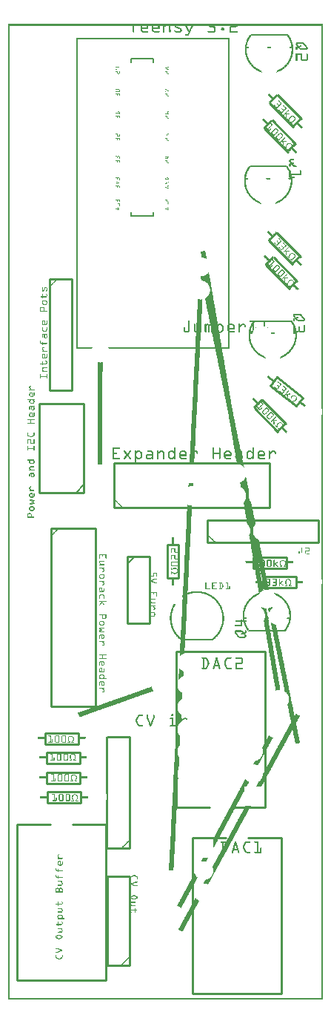
<source format=gto>
G04 MADE WITH FRITZING*
G04 WWW.FRITZING.ORG*
G04 DOUBLE SIDED*
G04 HOLES PLATED*
G04 CONTOUR ON CENTER OF CONTOUR VECTOR*
%ASAXBY*%
%FSLAX23Y23*%
%MOIN*%
%OFA0B0*%
%SFA1.0B1.0*%
%ADD10C,0.010000*%
%ADD11C,0.005000*%
%ADD12C,0.008000*%
%ADD13C,0.006944*%
%ADD14R,0.001000X0.001000*%
%LNSILK1*%
G90*
G70*
G54D10*
X768Y2044D02*
X768Y1894D01*
D02*
X768Y1894D02*
X718Y1894D01*
D02*
X718Y1894D02*
X718Y2044D01*
D02*
X718Y2044D02*
X768Y2044D01*
D02*
X536Y1992D02*
X536Y1692D01*
D02*
X536Y1692D02*
X636Y1692D01*
D02*
X636Y1692D02*
X636Y1992D01*
D02*
X636Y1992D02*
X536Y1992D01*
G54D11*
D02*
X536Y1957D02*
X571Y1992D01*
G54D10*
D02*
X187Y3237D02*
X187Y2737D01*
D02*
X187Y2737D02*
X287Y2737D01*
D02*
X287Y2737D02*
X287Y3237D01*
D02*
X287Y3237D02*
X187Y3237D01*
D02*
X478Y2213D02*
X1178Y2213D01*
D02*
X1178Y2213D02*
X1178Y2413D01*
D02*
X1178Y2413D02*
X478Y2413D01*
D02*
X478Y2413D02*
X478Y2213D01*
D02*
X195Y2119D02*
X195Y1319D01*
D02*
X195Y1319D02*
X395Y1319D01*
D02*
X395Y1319D02*
X395Y2119D01*
D02*
X395Y2119D02*
X195Y2119D01*
D02*
X39Y790D02*
X39Y90D01*
D02*
X39Y90D02*
X439Y90D01*
D02*
X439Y90D02*
X439Y790D01*
D02*
X39Y790D02*
X189Y790D01*
D02*
X289Y790D02*
X439Y790D01*
D02*
X342Y2279D02*
X342Y2679D01*
D02*
X342Y2679D02*
X142Y2679D01*
D02*
X142Y2679D02*
X142Y2279D01*
D02*
X142Y2279D02*
X342Y2279D01*
G54D11*
D02*
X342Y2314D02*
X307Y2279D01*
G54D12*
D02*
X1259Y4334D02*
X1094Y4334D01*
D02*
X1254Y3744D02*
X1090Y3744D01*
D02*
X1083Y1660D02*
X1248Y1660D01*
D02*
X1275Y3050D02*
X1110Y3050D01*
G54D10*
D02*
X1259Y3809D02*
X1153Y3915D01*
D02*
X1189Y3951D02*
X1295Y3845D01*
D02*
X1267Y3194D02*
X1161Y3301D01*
D02*
X1196Y3336D02*
X1302Y3230D01*
D02*
X1253Y1939D02*
X1103Y1939D01*
D02*
X1103Y1939D02*
X1103Y1989D01*
D02*
X1103Y1989D02*
X1253Y1989D01*
D02*
X1253Y1989D02*
X1253Y1939D01*
D02*
X1215Y2553D02*
X1109Y2659D01*
D02*
X1144Y2695D02*
X1251Y2589D01*
D02*
X1213Y4064D02*
X1319Y3958D01*
D02*
X1284Y3922D02*
X1178Y4028D01*
D02*
X1210Y3446D02*
X1316Y3340D01*
D02*
X1281Y3305D02*
X1175Y3411D01*
D02*
X1146Y1903D02*
X1296Y1903D01*
D02*
X1296Y1903D02*
X1296Y1853D01*
D02*
X1296Y1853D02*
X1146Y1853D01*
D02*
X1146Y1853D02*
X1146Y1903D01*
D02*
X1211Y2799D02*
X1328Y2706D01*
D02*
X1328Y2706D02*
X1297Y2667D01*
D02*
X1297Y2667D02*
X1180Y2760D01*
D02*
X1180Y2760D02*
X1211Y2799D01*
D02*
X328Y885D02*
X178Y885D01*
D02*
X178Y885D02*
X178Y935D01*
D02*
X178Y935D02*
X328Y935D01*
D02*
X328Y935D02*
X328Y885D01*
D02*
X325Y973D02*
X175Y973D01*
D02*
X175Y973D02*
X175Y1023D01*
D02*
X175Y1023D02*
X325Y1023D01*
D02*
X325Y1023D02*
X325Y973D01*
D02*
X324Y1063D02*
X174Y1063D01*
D02*
X174Y1063D02*
X174Y1113D01*
D02*
X174Y1113D02*
X324Y1113D01*
D02*
X324Y1113D02*
X324Y1063D01*
D02*
X317Y1149D02*
X167Y1149D01*
D02*
X167Y1149D02*
X167Y1199D01*
D02*
X167Y1199D02*
X317Y1199D01*
D02*
X317Y1199D02*
X317Y1149D01*
D02*
X1156Y865D02*
X1156Y1565D01*
D02*
X1156Y1565D02*
X756Y1565D01*
D02*
X756Y1565D02*
X756Y865D01*
D02*
X1156Y865D02*
X1006Y865D01*
D02*
X906Y865D02*
X756Y865D01*
D02*
X832Y730D02*
X832Y30D01*
D02*
X832Y30D02*
X1232Y30D01*
D02*
X1232Y30D02*
X1232Y730D01*
D02*
X832Y730D02*
X982Y730D01*
D02*
X1082Y730D02*
X1232Y730D01*
D02*
X547Y156D02*
X547Y556D01*
D02*
X547Y556D02*
X447Y556D01*
D02*
X447Y556D02*
X447Y156D01*
D02*
X447Y156D02*
X547Y156D01*
D02*
X897Y2056D02*
X1397Y2056D01*
D02*
X1397Y2056D02*
X1397Y2156D01*
D02*
X1397Y2156D02*
X897Y2156D01*
D02*
X897Y2156D02*
X897Y2056D01*
D02*
X547Y681D02*
X547Y1181D01*
D02*
X547Y1181D02*
X447Y1181D01*
D02*
X447Y681D02*
X547Y681D01*
G54D13*
X654Y3539D02*
X654Y3521D01*
X553Y3521D01*
X553Y3539D01*
D02*
X553Y4211D02*
X553Y4230D01*
X654Y4230D01*
X654Y4211D01*
D02*
G54D14*
X0Y4384D02*
X1418Y4384D01*
X0Y4383D02*
X1418Y4383D01*
X0Y4382D02*
X1418Y4382D01*
X0Y4381D02*
X1418Y4381D01*
X0Y4380D02*
X1418Y4380D01*
X0Y4379D02*
X1418Y4379D01*
X0Y4378D02*
X1418Y4378D01*
X0Y4377D02*
X1418Y4377D01*
X0Y4376D02*
X7Y4376D01*
X561Y4376D02*
X567Y4376D01*
X598Y4376D02*
X606Y4376D01*
X624Y4376D02*
X631Y4376D01*
X649Y4376D02*
X656Y4376D01*
X674Y4376D02*
X681Y4376D01*
X698Y4376D02*
X712Y4376D01*
X725Y4376D02*
X731Y4376D01*
X749Y4376D02*
X755Y4376D01*
X777Y4376D02*
X780Y4376D01*
X799Y4376D02*
X805Y4376D01*
X826Y4376D02*
X832Y4376D01*
X908Y4376D02*
X932Y4376D01*
X1004Y4376D02*
X1033Y4376D01*
X1411Y4376D02*
X1418Y4376D01*
X0Y4375D02*
X7Y4375D01*
X561Y4375D02*
X567Y4375D01*
X598Y4375D02*
X605Y4375D01*
X625Y4375D02*
X631Y4375D01*
X648Y4375D02*
X655Y4375D01*
X675Y4375D02*
X681Y4375D01*
X698Y4375D02*
X710Y4375D01*
X725Y4375D02*
X731Y4375D01*
X750Y4375D02*
X756Y4375D01*
X799Y4375D02*
X805Y4375D01*
X825Y4375D02*
X832Y4375D01*
X907Y4375D02*
X931Y4375D01*
X1002Y4375D02*
X1033Y4375D01*
X1411Y4375D02*
X1418Y4375D01*
X0Y4374D02*
X7Y4374D01*
X561Y4374D02*
X567Y4374D01*
X598Y4374D02*
X604Y4374D01*
X625Y4374D02*
X631Y4374D01*
X648Y4374D02*
X654Y4374D01*
X675Y4374D02*
X682Y4374D01*
X698Y4374D02*
X709Y4374D01*
X725Y4374D02*
X731Y4374D01*
X750Y4374D02*
X758Y4374D01*
X799Y4374D02*
X806Y4374D01*
X825Y4374D02*
X832Y4374D01*
X906Y4374D02*
X931Y4374D01*
X1001Y4374D02*
X1032Y4374D01*
X1411Y4374D02*
X1418Y4374D01*
X0Y4373D02*
X7Y4373D01*
X561Y4373D02*
X567Y4373D01*
X598Y4373D02*
X604Y4373D01*
X625Y4373D02*
X631Y4373D01*
X648Y4373D02*
X654Y4373D01*
X676Y4373D02*
X682Y4373D01*
X698Y4373D02*
X707Y4373D01*
X725Y4373D02*
X731Y4373D01*
X750Y4373D02*
X760Y4373D01*
X800Y4373D02*
X806Y4373D01*
X824Y4373D02*
X831Y4373D01*
X906Y4373D02*
X930Y4373D01*
X1000Y4373D02*
X1032Y4373D01*
X1411Y4373D02*
X1418Y4373D01*
X0Y4372D02*
X7Y4372D01*
X561Y4372D02*
X567Y4372D01*
X598Y4372D02*
X604Y4372D01*
X625Y4372D02*
X631Y4372D01*
X648Y4372D02*
X654Y4372D01*
X676Y4372D02*
X682Y4372D01*
X698Y4372D02*
X706Y4372D01*
X725Y4372D02*
X731Y4372D01*
X751Y4372D02*
X763Y4372D01*
X800Y4372D02*
X807Y4372D01*
X824Y4372D02*
X831Y4372D01*
X906Y4372D02*
X931Y4372D01*
X1000Y4372D02*
X1031Y4372D01*
X1411Y4372D02*
X1418Y4372D01*
X0Y4371D02*
X7Y4371D01*
X561Y4371D02*
X567Y4371D01*
X598Y4371D02*
X604Y4371D01*
X625Y4371D02*
X631Y4371D01*
X648Y4371D02*
X654Y4371D01*
X676Y4371D02*
X682Y4371D01*
X698Y4371D02*
X704Y4371D01*
X725Y4371D02*
X731Y4371D01*
X751Y4371D02*
X765Y4371D01*
X800Y4371D02*
X807Y4371D01*
X824Y4371D02*
X830Y4371D01*
X907Y4371D02*
X931Y4371D01*
X1000Y4371D02*
X1030Y4371D01*
X1411Y4371D02*
X1418Y4371D01*
X0Y4370D02*
X7Y4370D01*
X561Y4370D02*
X567Y4370D01*
X598Y4370D02*
X604Y4370D01*
X625Y4370D02*
X631Y4370D01*
X648Y4370D02*
X654Y4370D01*
X676Y4370D02*
X682Y4370D01*
X698Y4370D02*
X704Y4370D01*
X725Y4370D02*
X731Y4370D01*
X752Y4370D02*
X767Y4370D01*
X801Y4370D02*
X808Y4370D01*
X823Y4370D02*
X830Y4370D01*
X908Y4370D02*
X932Y4370D01*
X999Y4370D02*
X1028Y4370D01*
X1411Y4370D02*
X1418Y4370D01*
X0Y4369D02*
X7Y4369D01*
X561Y4369D02*
X567Y4369D01*
X598Y4369D02*
X604Y4369D01*
X625Y4369D02*
X631Y4369D01*
X648Y4369D02*
X654Y4369D01*
X676Y4369D02*
X682Y4369D01*
X698Y4369D02*
X704Y4369D01*
X725Y4369D02*
X731Y4369D01*
X754Y4369D02*
X770Y4369D01*
X801Y4369D02*
X808Y4369D01*
X823Y4369D02*
X829Y4369D01*
X925Y4369D02*
X932Y4369D01*
X999Y4369D02*
X1005Y4369D01*
X1411Y4369D02*
X1418Y4369D01*
X0Y4368D02*
X7Y4368D01*
X561Y4368D02*
X567Y4368D01*
X598Y4368D02*
X604Y4368D01*
X625Y4368D02*
X631Y4368D01*
X648Y4368D02*
X654Y4368D01*
X675Y4368D02*
X682Y4368D01*
X698Y4368D02*
X704Y4368D01*
X725Y4368D02*
X731Y4368D01*
X755Y4368D02*
X772Y4368D01*
X802Y4368D02*
X808Y4368D01*
X822Y4368D02*
X829Y4368D01*
X926Y4368D02*
X932Y4368D01*
X999Y4368D02*
X1005Y4368D01*
X1411Y4368D02*
X1418Y4368D01*
X0Y4367D02*
X7Y4367D01*
X561Y4367D02*
X567Y4367D01*
X598Y4367D02*
X631Y4367D01*
X648Y4367D02*
X682Y4367D01*
X698Y4367D02*
X704Y4367D01*
X725Y4367D02*
X731Y4367D01*
X758Y4367D02*
X774Y4367D01*
X802Y4367D02*
X809Y4367D01*
X822Y4367D02*
X829Y4367D01*
X926Y4367D02*
X933Y4367D01*
X961Y4367D02*
X971Y4367D01*
X999Y4367D02*
X1005Y4367D01*
X1411Y4367D02*
X1418Y4367D01*
X0Y4366D02*
X7Y4366D01*
X561Y4366D02*
X567Y4366D01*
X598Y4366D02*
X631Y4366D01*
X648Y4366D02*
X682Y4366D01*
X698Y4366D02*
X704Y4366D01*
X725Y4366D02*
X731Y4366D01*
X760Y4366D02*
X776Y4366D01*
X803Y4366D02*
X809Y4366D01*
X821Y4366D02*
X828Y4366D01*
X927Y4366D02*
X933Y4366D01*
X960Y4366D02*
X972Y4366D01*
X999Y4366D02*
X1005Y4366D01*
X1411Y4366D02*
X1418Y4366D01*
X0Y4365D02*
X7Y4365D01*
X561Y4365D02*
X567Y4365D01*
X598Y4365D02*
X631Y4365D01*
X648Y4365D02*
X682Y4365D01*
X698Y4365D02*
X704Y4365D01*
X725Y4365D02*
X731Y4365D01*
X762Y4365D02*
X778Y4365D01*
X803Y4365D02*
X810Y4365D01*
X821Y4365D02*
X828Y4365D01*
X927Y4365D02*
X933Y4365D01*
X960Y4365D02*
X972Y4365D01*
X999Y4365D02*
X1005Y4365D01*
X1411Y4365D02*
X1418Y4365D01*
X0Y4364D02*
X7Y4364D01*
X561Y4364D02*
X567Y4364D01*
X598Y4364D02*
X631Y4364D01*
X648Y4364D02*
X682Y4364D01*
X698Y4364D02*
X704Y4364D01*
X725Y4364D02*
X731Y4364D01*
X765Y4364D02*
X779Y4364D01*
X804Y4364D02*
X810Y4364D01*
X821Y4364D02*
X827Y4364D01*
X927Y4364D02*
X933Y4364D01*
X960Y4364D02*
X972Y4364D01*
X999Y4364D02*
X1005Y4364D01*
X1411Y4364D02*
X1418Y4364D01*
X0Y4363D02*
X7Y4363D01*
X561Y4363D02*
X567Y4363D01*
X598Y4363D02*
X631Y4363D01*
X648Y4363D02*
X681Y4363D01*
X698Y4363D02*
X704Y4363D01*
X725Y4363D02*
X731Y4363D01*
X767Y4363D02*
X780Y4363D01*
X804Y4363D02*
X811Y4363D01*
X820Y4363D02*
X827Y4363D01*
X927Y4363D02*
X933Y4363D01*
X959Y4363D02*
X972Y4363D01*
X999Y4363D02*
X1005Y4363D01*
X1411Y4363D02*
X1418Y4363D01*
X0Y4362D02*
X7Y4362D01*
X561Y4362D02*
X567Y4362D01*
X598Y4362D02*
X631Y4362D01*
X648Y4362D02*
X681Y4362D01*
X698Y4362D02*
X704Y4362D01*
X725Y4362D02*
X731Y4362D01*
X769Y4362D02*
X780Y4362D01*
X804Y4362D02*
X811Y4362D01*
X820Y4362D02*
X826Y4362D01*
X927Y4362D02*
X933Y4362D01*
X959Y4362D02*
X972Y4362D01*
X999Y4362D02*
X1005Y4362D01*
X1411Y4362D02*
X1418Y4362D01*
X0Y4361D02*
X7Y4361D01*
X561Y4361D02*
X567Y4361D01*
X598Y4361D02*
X629Y4361D01*
X648Y4361D02*
X679Y4361D01*
X698Y4361D02*
X704Y4361D01*
X725Y4361D02*
X731Y4361D01*
X772Y4361D02*
X781Y4361D01*
X805Y4361D02*
X812Y4361D01*
X819Y4361D02*
X826Y4361D01*
X927Y4361D02*
X933Y4361D01*
X959Y4361D02*
X972Y4361D01*
X999Y4361D02*
X1005Y4361D01*
X1411Y4361D02*
X1418Y4361D01*
X0Y4360D02*
X7Y4360D01*
X561Y4360D02*
X567Y4360D01*
X598Y4360D02*
X604Y4360D01*
X648Y4360D02*
X654Y4360D01*
X698Y4360D02*
X704Y4360D01*
X725Y4360D02*
X731Y4360D01*
X774Y4360D02*
X781Y4360D01*
X805Y4360D02*
X812Y4360D01*
X819Y4360D02*
X825Y4360D01*
X927Y4360D02*
X933Y4360D01*
X959Y4360D02*
X972Y4360D01*
X999Y4360D02*
X1005Y4360D01*
X1411Y4360D02*
X1418Y4360D01*
X0Y4359D02*
X7Y4359D01*
X561Y4359D02*
X567Y4359D01*
X598Y4359D02*
X604Y4359D01*
X648Y4359D02*
X654Y4359D01*
X698Y4359D02*
X704Y4359D01*
X725Y4359D02*
X731Y4359D01*
X775Y4359D02*
X782Y4359D01*
X806Y4359D02*
X812Y4359D01*
X818Y4359D02*
X825Y4359D01*
X927Y4359D02*
X933Y4359D01*
X959Y4359D02*
X972Y4359D01*
X999Y4359D02*
X1005Y4359D01*
X1411Y4359D02*
X1418Y4359D01*
X0Y4358D02*
X7Y4358D01*
X561Y4358D02*
X567Y4358D01*
X598Y4358D02*
X604Y4358D01*
X648Y4358D02*
X654Y4358D01*
X698Y4358D02*
X704Y4358D01*
X726Y4358D02*
X731Y4358D01*
X776Y4358D02*
X782Y4358D01*
X806Y4358D02*
X813Y4358D01*
X818Y4358D02*
X825Y4358D01*
X927Y4358D02*
X933Y4358D01*
X960Y4358D02*
X972Y4358D01*
X999Y4358D02*
X1005Y4358D01*
X1411Y4358D02*
X1418Y4358D01*
X0Y4357D02*
X7Y4357D01*
X561Y4357D02*
X567Y4357D01*
X598Y4357D02*
X604Y4357D01*
X648Y4357D02*
X655Y4357D01*
X698Y4357D02*
X704Y4357D01*
X726Y4357D02*
X732Y4357D01*
X776Y4357D02*
X782Y4357D01*
X807Y4357D02*
X813Y4357D01*
X817Y4357D02*
X824Y4357D01*
X927Y4357D02*
X933Y4357D01*
X960Y4357D02*
X972Y4357D01*
X999Y4357D02*
X1005Y4357D01*
X1411Y4357D02*
X1418Y4357D01*
X0Y4356D02*
X7Y4356D01*
X561Y4356D02*
X567Y4356D01*
X598Y4356D02*
X605Y4356D01*
X648Y4356D02*
X655Y4356D01*
X698Y4356D02*
X704Y4356D01*
X726Y4356D02*
X732Y4356D01*
X776Y4356D02*
X782Y4356D01*
X807Y4356D02*
X814Y4356D01*
X817Y4356D02*
X824Y4356D01*
X927Y4356D02*
X933Y4356D01*
X960Y4356D02*
X971Y4356D01*
X999Y4356D02*
X1005Y4356D01*
X1411Y4356D02*
X1418Y4356D01*
X0Y4355D02*
X7Y4355D01*
X561Y4355D02*
X567Y4355D01*
X598Y4355D02*
X606Y4355D01*
X649Y4355D02*
X656Y4355D01*
X698Y4355D02*
X704Y4355D01*
X726Y4355D02*
X732Y4355D01*
X750Y4355D02*
X753Y4355D01*
X775Y4355D02*
X782Y4355D01*
X808Y4355D02*
X823Y4355D01*
X927Y4355D02*
X933Y4355D01*
X962Y4355D02*
X970Y4355D01*
X999Y4355D02*
X1005Y4355D01*
X1411Y4355D02*
X1418Y4355D01*
X0Y4354D02*
X7Y4354D01*
X561Y4354D02*
X567Y4354D01*
X599Y4354D02*
X607Y4354D01*
X649Y4354D02*
X658Y4354D01*
X698Y4354D02*
X704Y4354D01*
X726Y4354D02*
X732Y4354D01*
X749Y4354D02*
X755Y4354D01*
X775Y4354D02*
X782Y4354D01*
X808Y4354D02*
X823Y4354D01*
X927Y4354D02*
X933Y4354D01*
X999Y4354D02*
X1005Y4354D01*
X1411Y4354D02*
X1418Y4354D01*
X0Y4353D02*
X7Y4353D01*
X561Y4353D02*
X567Y4353D01*
X599Y4353D02*
X628Y4353D01*
X650Y4353D02*
X678Y4353D01*
X698Y4353D02*
X704Y4353D01*
X726Y4353D02*
X732Y4353D01*
X749Y4353D02*
X781Y4353D01*
X808Y4353D02*
X822Y4353D01*
X903Y4353D02*
X933Y4353D01*
X999Y4353D02*
X1029Y4353D01*
X1411Y4353D02*
X1418Y4353D01*
X0Y4352D02*
X7Y4352D01*
X561Y4352D02*
X567Y4352D01*
X600Y4352D02*
X630Y4352D01*
X650Y4352D02*
X680Y4352D01*
X698Y4352D02*
X704Y4352D01*
X726Y4352D02*
X732Y4352D01*
X749Y4352D02*
X781Y4352D01*
X809Y4352D02*
X822Y4352D01*
X900Y4352D02*
X933Y4352D01*
X999Y4352D02*
X1032Y4352D01*
X1411Y4352D02*
X1418Y4352D01*
X0Y4351D02*
X7Y4351D01*
X561Y4351D02*
X567Y4351D01*
X601Y4351D02*
X631Y4351D01*
X651Y4351D02*
X681Y4351D01*
X698Y4351D02*
X704Y4351D01*
X726Y4351D02*
X732Y4351D01*
X749Y4351D02*
X780Y4351D01*
X809Y4351D02*
X822Y4351D01*
X899Y4351D02*
X932Y4351D01*
X999Y4351D02*
X1033Y4351D01*
X1411Y4351D02*
X1418Y4351D01*
X0Y4350D02*
X7Y4350D01*
X561Y4350D02*
X567Y4350D01*
X602Y4350D02*
X631Y4350D01*
X652Y4350D02*
X682Y4350D01*
X698Y4350D02*
X704Y4350D01*
X726Y4350D02*
X732Y4350D01*
X750Y4350D02*
X780Y4350D01*
X810Y4350D02*
X821Y4350D01*
X899Y4350D02*
X932Y4350D01*
X999Y4350D02*
X1033Y4350D01*
X1411Y4350D02*
X1418Y4350D01*
X0Y4349D02*
X7Y4349D01*
X561Y4349D02*
X567Y4349D01*
X603Y4349D02*
X631Y4349D01*
X654Y4349D02*
X682Y4349D01*
X698Y4349D02*
X704Y4349D01*
X726Y4349D02*
X732Y4349D01*
X751Y4349D02*
X779Y4349D01*
X812Y4349D02*
X821Y4349D01*
X899Y4349D02*
X931Y4349D01*
X999Y4349D02*
X1033Y4349D01*
X1411Y4349D02*
X1418Y4349D01*
X0Y4348D02*
X7Y4348D01*
X562Y4348D02*
X567Y4348D01*
X605Y4348D02*
X631Y4348D01*
X655Y4348D02*
X681Y4348D01*
X699Y4348D02*
X704Y4348D01*
X726Y4348D02*
X731Y4348D01*
X752Y4348D02*
X777Y4348D01*
X814Y4348D02*
X820Y4348D01*
X899Y4348D02*
X930Y4348D01*
X999Y4348D02*
X1033Y4348D01*
X1411Y4348D02*
X1418Y4348D01*
X0Y4347D02*
X7Y4347D01*
X563Y4347D02*
X566Y4347D01*
X606Y4347D02*
X630Y4347D01*
X657Y4347D02*
X680Y4347D01*
X699Y4347D02*
X703Y4347D01*
X727Y4347D02*
X731Y4347D01*
X754Y4347D02*
X776Y4347D01*
X813Y4347D02*
X820Y4347D01*
X900Y4347D02*
X929Y4347D01*
X999Y4347D02*
X1032Y4347D01*
X1411Y4347D02*
X1418Y4347D01*
X0Y4346D02*
X7Y4346D01*
X611Y4346D02*
X628Y4346D01*
X661Y4346D02*
X678Y4346D01*
X759Y4346D02*
X771Y4346D01*
X813Y4346D02*
X819Y4346D01*
X903Y4346D02*
X925Y4346D01*
X1000Y4346D02*
X1029Y4346D01*
X1411Y4346D02*
X1418Y4346D01*
X0Y4345D02*
X7Y4345D01*
X812Y4345D02*
X819Y4345D01*
X1411Y4345D02*
X1418Y4345D01*
X0Y4344D02*
X7Y4344D01*
X812Y4344D02*
X818Y4344D01*
X1411Y4344D02*
X1418Y4344D01*
X0Y4343D02*
X7Y4343D01*
X811Y4343D02*
X818Y4343D01*
X1411Y4343D02*
X1418Y4343D01*
X0Y4342D02*
X7Y4342D01*
X811Y4342D02*
X818Y4342D01*
X1411Y4342D02*
X1418Y4342D01*
X0Y4341D02*
X7Y4341D01*
X810Y4341D02*
X817Y4341D01*
X1411Y4341D02*
X1418Y4341D01*
X0Y4340D02*
X7Y4340D01*
X810Y4340D02*
X817Y4340D01*
X1411Y4340D02*
X1418Y4340D01*
X0Y4339D02*
X7Y4339D01*
X810Y4339D02*
X816Y4339D01*
X1411Y4339D02*
X1418Y4339D01*
X0Y4338D02*
X7Y4338D01*
X801Y4338D02*
X816Y4338D01*
X1411Y4338D02*
X1418Y4338D01*
X0Y4337D02*
X7Y4337D01*
X799Y4337D02*
X815Y4337D01*
X1090Y4337D02*
X1090Y4337D01*
X1261Y4337D02*
X1261Y4337D01*
X1411Y4337D02*
X1418Y4337D01*
X0Y4336D02*
X7Y4336D01*
X799Y4336D02*
X815Y4336D01*
X1089Y4336D02*
X1091Y4336D01*
X1260Y4336D02*
X1262Y4336D01*
X1411Y4336D02*
X1418Y4336D01*
X0Y4335D02*
X7Y4335D01*
X799Y4335D02*
X815Y4335D01*
X1089Y4335D02*
X1092Y4335D01*
X1258Y4335D02*
X1262Y4335D01*
X1411Y4335D02*
X1418Y4335D01*
X0Y4334D02*
X7Y4334D01*
X799Y4334D02*
X814Y4334D01*
X1088Y4334D02*
X1094Y4334D01*
X1257Y4334D02*
X1263Y4334D01*
X1411Y4334D02*
X1418Y4334D01*
X0Y4333D02*
X7Y4333D01*
X799Y4333D02*
X814Y4333D01*
X1087Y4333D02*
X1095Y4333D01*
X1256Y4333D02*
X1264Y4333D01*
X1411Y4333D02*
X1418Y4333D01*
X0Y4332D02*
X7Y4332D01*
X800Y4332D02*
X813Y4332D01*
X1086Y4332D02*
X1095Y4332D01*
X1256Y4332D02*
X1264Y4332D01*
X1411Y4332D02*
X1418Y4332D01*
X0Y4331D02*
X7Y4331D01*
X1086Y4331D02*
X1095Y4331D01*
X1256Y4331D02*
X1265Y4331D01*
X1411Y4331D02*
X1418Y4331D01*
X0Y4330D02*
X7Y4330D01*
X1085Y4330D02*
X1094Y4330D01*
X1257Y4330D02*
X1266Y4330D01*
X1411Y4330D02*
X1418Y4330D01*
X0Y4329D02*
X7Y4329D01*
X1084Y4329D02*
X1093Y4329D01*
X1258Y4329D02*
X1266Y4329D01*
X1411Y4329D02*
X1418Y4329D01*
X0Y4328D02*
X7Y4328D01*
X1084Y4328D02*
X1092Y4328D01*
X1259Y4328D02*
X1267Y4328D01*
X1411Y4328D02*
X1418Y4328D01*
X0Y4327D02*
X7Y4327D01*
X1083Y4327D02*
X1092Y4327D01*
X1259Y4327D02*
X1268Y4327D01*
X1411Y4327D02*
X1418Y4327D01*
X0Y4326D02*
X7Y4326D01*
X1083Y4326D02*
X1091Y4326D01*
X1260Y4326D02*
X1268Y4326D01*
X1411Y4326D02*
X1418Y4326D01*
X0Y4325D02*
X7Y4325D01*
X1082Y4325D02*
X1090Y4325D01*
X1261Y4325D02*
X1269Y4325D01*
X1411Y4325D02*
X1418Y4325D01*
X0Y4324D02*
X7Y4324D01*
X1081Y4324D02*
X1090Y4324D01*
X1261Y4324D02*
X1269Y4324D01*
X1411Y4324D02*
X1418Y4324D01*
X0Y4323D02*
X7Y4323D01*
X309Y4323D02*
X998Y4323D01*
X1081Y4323D02*
X1089Y4323D01*
X1262Y4323D02*
X1270Y4323D01*
X1411Y4323D02*
X1418Y4323D01*
X0Y4322D02*
X7Y4322D01*
X309Y4322D02*
X998Y4322D01*
X1080Y4322D02*
X1088Y4322D01*
X1262Y4322D02*
X1271Y4322D01*
X1411Y4322D02*
X1418Y4322D01*
X0Y4321D02*
X7Y4321D01*
X309Y4321D02*
X998Y4321D01*
X1080Y4321D02*
X1088Y4321D01*
X1263Y4321D02*
X1271Y4321D01*
X1411Y4321D02*
X1418Y4321D01*
X0Y4320D02*
X7Y4320D01*
X309Y4320D02*
X998Y4320D01*
X1079Y4320D02*
X1087Y4320D01*
X1264Y4320D02*
X1272Y4320D01*
X1411Y4320D02*
X1418Y4320D01*
X0Y4319D02*
X7Y4319D01*
X309Y4319D02*
X998Y4319D01*
X1079Y4319D02*
X1087Y4319D01*
X1264Y4319D02*
X1272Y4319D01*
X1411Y4319D02*
X1418Y4319D01*
X0Y4318D02*
X7Y4318D01*
X309Y4318D02*
X998Y4318D01*
X1078Y4318D02*
X1086Y4318D01*
X1265Y4318D02*
X1273Y4318D01*
X1411Y4318D02*
X1418Y4318D01*
X0Y4317D02*
X7Y4317D01*
X309Y4317D02*
X998Y4317D01*
X1078Y4317D02*
X1086Y4317D01*
X1265Y4317D02*
X1273Y4317D01*
X1411Y4317D02*
X1418Y4317D01*
X0Y4316D02*
X7Y4316D01*
X309Y4316D02*
X315Y4316D01*
X992Y4316D02*
X998Y4316D01*
X1077Y4316D02*
X1085Y4316D01*
X1266Y4316D02*
X1274Y4316D01*
X1411Y4316D02*
X1418Y4316D01*
X0Y4315D02*
X7Y4315D01*
X309Y4315D02*
X315Y4315D01*
X992Y4315D02*
X998Y4315D01*
X1077Y4315D02*
X1085Y4315D01*
X1266Y4315D02*
X1274Y4315D01*
X1411Y4315D02*
X1418Y4315D01*
X0Y4314D02*
X7Y4314D01*
X309Y4314D02*
X315Y4314D01*
X992Y4314D02*
X998Y4314D01*
X1076Y4314D02*
X1084Y4314D01*
X1267Y4314D02*
X1274Y4314D01*
X1411Y4314D02*
X1418Y4314D01*
X0Y4313D02*
X7Y4313D01*
X309Y4313D02*
X315Y4313D01*
X992Y4313D02*
X998Y4313D01*
X1076Y4313D02*
X1084Y4313D01*
X1267Y4313D02*
X1275Y4313D01*
X1411Y4313D02*
X1418Y4313D01*
X0Y4312D02*
X7Y4312D01*
X309Y4312D02*
X315Y4312D01*
X992Y4312D02*
X998Y4312D01*
X1076Y4312D02*
X1083Y4312D01*
X1268Y4312D02*
X1275Y4312D01*
X1411Y4312D02*
X1418Y4312D01*
X0Y4311D02*
X7Y4311D01*
X309Y4311D02*
X315Y4311D01*
X992Y4311D02*
X998Y4311D01*
X1075Y4311D02*
X1083Y4311D01*
X1268Y4311D02*
X1276Y4311D01*
X1411Y4311D02*
X1418Y4311D01*
X0Y4310D02*
X7Y4310D01*
X309Y4310D02*
X315Y4310D01*
X992Y4310D02*
X998Y4310D01*
X1075Y4310D02*
X1082Y4310D01*
X1269Y4310D02*
X1276Y4310D01*
X1411Y4310D02*
X1418Y4310D01*
X0Y4309D02*
X7Y4309D01*
X309Y4309D02*
X315Y4309D01*
X992Y4309D02*
X998Y4309D01*
X1074Y4309D02*
X1082Y4309D01*
X1269Y4309D02*
X1277Y4309D01*
X1411Y4309D02*
X1418Y4309D01*
X0Y4308D02*
X7Y4308D01*
X309Y4308D02*
X315Y4308D01*
X992Y4308D02*
X998Y4308D01*
X1074Y4308D02*
X1081Y4308D01*
X1269Y4308D02*
X1277Y4308D01*
X1411Y4308D02*
X1418Y4308D01*
X0Y4307D02*
X7Y4307D01*
X309Y4307D02*
X315Y4307D01*
X992Y4307D02*
X998Y4307D01*
X1074Y4307D02*
X1081Y4307D01*
X1270Y4307D02*
X1277Y4307D01*
X1411Y4307D02*
X1418Y4307D01*
X0Y4306D02*
X7Y4306D01*
X309Y4306D02*
X315Y4306D01*
X992Y4306D02*
X998Y4306D01*
X1073Y4306D02*
X1081Y4306D01*
X1270Y4306D02*
X1278Y4306D01*
X1411Y4306D02*
X1418Y4306D01*
X0Y4305D02*
X7Y4305D01*
X309Y4305D02*
X315Y4305D01*
X992Y4305D02*
X998Y4305D01*
X1073Y4305D02*
X1080Y4305D01*
X1271Y4305D02*
X1278Y4305D01*
X1411Y4305D02*
X1418Y4305D01*
X0Y4304D02*
X7Y4304D01*
X309Y4304D02*
X315Y4304D01*
X992Y4304D02*
X998Y4304D01*
X1073Y4304D02*
X1080Y4304D01*
X1271Y4304D02*
X1278Y4304D01*
X1411Y4304D02*
X1418Y4304D01*
X0Y4303D02*
X7Y4303D01*
X309Y4303D02*
X315Y4303D01*
X992Y4303D02*
X998Y4303D01*
X1072Y4303D02*
X1079Y4303D01*
X1271Y4303D02*
X1279Y4303D01*
X1411Y4303D02*
X1418Y4303D01*
X0Y4302D02*
X7Y4302D01*
X309Y4302D02*
X315Y4302D01*
X992Y4302D02*
X998Y4302D01*
X1072Y4302D02*
X1079Y4302D01*
X1272Y4302D02*
X1279Y4302D01*
X1411Y4302D02*
X1418Y4302D01*
X0Y4301D02*
X7Y4301D01*
X309Y4301D02*
X315Y4301D01*
X992Y4301D02*
X998Y4301D01*
X1072Y4301D02*
X1079Y4301D01*
X1272Y4301D02*
X1279Y4301D01*
X1301Y4301D02*
X1328Y4301D01*
X1411Y4301D02*
X1418Y4301D01*
X0Y4300D02*
X7Y4300D01*
X309Y4300D02*
X315Y4300D01*
X992Y4300D02*
X998Y4300D01*
X1071Y4300D02*
X1078Y4300D01*
X1272Y4300D02*
X1280Y4300D01*
X1299Y4300D02*
X1330Y4300D01*
X1411Y4300D02*
X1418Y4300D01*
X0Y4299D02*
X7Y4299D01*
X309Y4299D02*
X315Y4299D01*
X992Y4299D02*
X998Y4299D01*
X1071Y4299D02*
X1078Y4299D01*
X1273Y4299D02*
X1280Y4299D01*
X1298Y4299D02*
X1332Y4299D01*
X1411Y4299D02*
X1418Y4299D01*
X0Y4298D02*
X7Y4298D01*
X309Y4298D02*
X315Y4298D01*
X992Y4298D02*
X998Y4298D01*
X1071Y4298D02*
X1078Y4298D01*
X1273Y4298D02*
X1280Y4298D01*
X1297Y4298D02*
X1333Y4298D01*
X1411Y4298D02*
X1418Y4298D01*
X0Y4297D02*
X7Y4297D01*
X309Y4297D02*
X315Y4297D01*
X992Y4297D02*
X998Y4297D01*
X1070Y4297D02*
X1078Y4297D01*
X1273Y4297D02*
X1280Y4297D01*
X1297Y4297D02*
X1334Y4297D01*
X1411Y4297D02*
X1418Y4297D01*
X0Y4296D02*
X7Y4296D01*
X309Y4296D02*
X315Y4296D01*
X992Y4296D02*
X998Y4296D01*
X1070Y4296D02*
X1077Y4296D01*
X1274Y4296D02*
X1281Y4296D01*
X1296Y4296D02*
X1335Y4296D01*
X1411Y4296D02*
X1418Y4296D01*
X0Y4295D02*
X7Y4295D01*
X309Y4295D02*
X315Y4295D01*
X992Y4295D02*
X998Y4295D01*
X1070Y4295D02*
X1077Y4295D01*
X1274Y4295D02*
X1281Y4295D01*
X1296Y4295D02*
X1335Y4295D01*
X1411Y4295D02*
X1418Y4295D01*
X0Y4294D02*
X7Y4294D01*
X309Y4294D02*
X315Y4294D01*
X992Y4294D02*
X998Y4294D01*
X1070Y4294D02*
X1077Y4294D01*
X1274Y4294D02*
X1281Y4294D01*
X1296Y4294D02*
X1302Y4294D01*
X1327Y4294D02*
X1336Y4294D01*
X1411Y4294D02*
X1418Y4294D01*
X0Y4293D02*
X7Y4293D01*
X309Y4293D02*
X315Y4293D01*
X992Y4293D02*
X998Y4293D01*
X1070Y4293D02*
X1077Y4293D01*
X1274Y4293D02*
X1281Y4293D01*
X1296Y4293D02*
X1302Y4293D01*
X1329Y4293D02*
X1337Y4293D01*
X1411Y4293D02*
X1418Y4293D01*
X0Y4292D02*
X7Y4292D01*
X309Y4292D02*
X315Y4292D01*
X992Y4292D02*
X998Y4292D01*
X1069Y4292D02*
X1076Y4292D01*
X1275Y4292D02*
X1281Y4292D01*
X1296Y4292D02*
X1303Y4292D01*
X1330Y4292D02*
X1338Y4292D01*
X1411Y4292D02*
X1418Y4292D01*
X0Y4291D02*
X7Y4291D01*
X309Y4291D02*
X315Y4291D01*
X992Y4291D02*
X998Y4291D01*
X1069Y4291D02*
X1076Y4291D01*
X1275Y4291D02*
X1282Y4291D01*
X1296Y4291D02*
X1303Y4291D01*
X1331Y4291D02*
X1339Y4291D01*
X1411Y4291D02*
X1418Y4291D01*
X0Y4290D02*
X7Y4290D01*
X309Y4290D02*
X315Y4290D01*
X992Y4290D02*
X998Y4290D01*
X1069Y4290D02*
X1076Y4290D01*
X1275Y4290D02*
X1282Y4290D01*
X1297Y4290D02*
X1304Y4290D01*
X1331Y4290D02*
X1340Y4290D01*
X1411Y4290D02*
X1418Y4290D01*
X0Y4289D02*
X7Y4289D01*
X309Y4289D02*
X315Y4289D01*
X992Y4289D02*
X998Y4289D01*
X1069Y4289D02*
X1076Y4289D01*
X1275Y4289D02*
X1282Y4289D01*
X1297Y4289D02*
X1305Y4289D01*
X1332Y4289D02*
X1340Y4289D01*
X1411Y4289D02*
X1418Y4289D01*
X0Y4288D02*
X7Y4288D01*
X309Y4288D02*
X315Y4288D01*
X992Y4288D02*
X998Y4288D01*
X1069Y4288D02*
X1075Y4288D01*
X1275Y4288D02*
X1282Y4288D01*
X1298Y4288D02*
X1306Y4288D01*
X1316Y4288D02*
X1317Y4288D01*
X1333Y4288D02*
X1341Y4288D01*
X1411Y4288D02*
X1418Y4288D01*
X0Y4287D02*
X7Y4287D01*
X309Y4287D02*
X315Y4287D01*
X992Y4287D02*
X998Y4287D01*
X1068Y4287D02*
X1075Y4287D01*
X1276Y4287D02*
X1282Y4287D01*
X1299Y4287D02*
X1307Y4287D01*
X1313Y4287D02*
X1319Y4287D01*
X1334Y4287D02*
X1342Y4287D01*
X1411Y4287D02*
X1418Y4287D01*
X0Y4286D02*
X7Y4286D01*
X309Y4286D02*
X315Y4286D01*
X992Y4286D02*
X998Y4286D01*
X1068Y4286D02*
X1075Y4286D01*
X1276Y4286D02*
X1283Y4286D01*
X1300Y4286D02*
X1308Y4286D01*
X1311Y4286D02*
X1319Y4286D01*
X1335Y4286D02*
X1343Y4286D01*
X1411Y4286D02*
X1418Y4286D01*
X0Y4285D02*
X7Y4285D01*
X309Y4285D02*
X315Y4285D01*
X992Y4285D02*
X998Y4285D01*
X1068Y4285D02*
X1075Y4285D01*
X1276Y4285D02*
X1283Y4285D01*
X1300Y4285D02*
X1319Y4285D01*
X1336Y4285D02*
X1344Y4285D01*
X1411Y4285D02*
X1418Y4285D01*
X0Y4284D02*
X7Y4284D01*
X309Y4284D02*
X315Y4284D01*
X992Y4284D02*
X998Y4284D01*
X1068Y4284D02*
X1075Y4284D01*
X1276Y4284D02*
X1283Y4284D01*
X1301Y4284D02*
X1319Y4284D01*
X1337Y4284D02*
X1345Y4284D01*
X1411Y4284D02*
X1418Y4284D01*
X0Y4283D02*
X7Y4283D01*
X309Y4283D02*
X315Y4283D01*
X992Y4283D02*
X998Y4283D01*
X1068Y4283D02*
X1085Y4283D01*
X1166Y4283D02*
X1185Y4283D01*
X1266Y4283D02*
X1283Y4283D01*
X1302Y4283D02*
X1319Y4283D01*
X1337Y4283D02*
X1346Y4283D01*
X1411Y4283D02*
X1418Y4283D01*
X0Y4282D02*
X7Y4282D01*
X309Y4282D02*
X315Y4282D01*
X992Y4282D02*
X998Y4282D01*
X1068Y4282D02*
X1085Y4282D01*
X1166Y4282D02*
X1185Y4282D01*
X1266Y4282D02*
X1283Y4282D01*
X1300Y4282D02*
X1318Y4282D01*
X1338Y4282D02*
X1346Y4282D01*
X1411Y4282D02*
X1418Y4282D01*
X0Y4281D02*
X7Y4281D01*
X309Y4281D02*
X315Y4281D01*
X992Y4281D02*
X998Y4281D01*
X1068Y4281D02*
X1085Y4281D01*
X1166Y4281D02*
X1185Y4281D01*
X1266Y4281D02*
X1283Y4281D01*
X1298Y4281D02*
X1316Y4281D01*
X1339Y4281D02*
X1347Y4281D01*
X1411Y4281D02*
X1418Y4281D01*
X0Y4280D02*
X7Y4280D01*
X309Y4280D02*
X315Y4280D01*
X992Y4280D02*
X998Y4280D01*
X1067Y4280D02*
X1084Y4280D01*
X1167Y4280D02*
X1184Y4280D01*
X1267Y4280D02*
X1283Y4280D01*
X1296Y4280D02*
X1314Y4280D01*
X1340Y4280D02*
X1348Y4280D01*
X1411Y4280D02*
X1418Y4280D01*
X0Y4279D02*
X7Y4279D01*
X309Y4279D02*
X315Y4279D01*
X992Y4279D02*
X998Y4279D01*
X1067Y4279D02*
X1084Y4279D01*
X1167Y4279D02*
X1184Y4279D01*
X1267Y4279D02*
X1283Y4279D01*
X1296Y4279D02*
X1314Y4279D01*
X1341Y4279D02*
X1348Y4279D01*
X1411Y4279D02*
X1418Y4279D01*
X0Y4278D02*
X7Y4278D01*
X309Y4278D02*
X315Y4278D01*
X992Y4278D02*
X998Y4278D01*
X1067Y4278D02*
X1084Y4278D01*
X1167Y4278D02*
X1184Y4278D01*
X1267Y4278D02*
X1283Y4278D01*
X1296Y4278D02*
X1314Y4278D01*
X1342Y4278D02*
X1349Y4278D01*
X1411Y4278D02*
X1418Y4278D01*
X0Y4277D02*
X7Y4277D01*
X309Y4277D02*
X315Y4277D01*
X992Y4277D02*
X998Y4277D01*
X1067Y4277D02*
X1084Y4277D01*
X1167Y4277D02*
X1184Y4277D01*
X1267Y4277D02*
X1284Y4277D01*
X1296Y4277D02*
X1315Y4277D01*
X1342Y4277D02*
X1349Y4277D01*
X1411Y4277D02*
X1418Y4277D01*
X0Y4276D02*
X7Y4276D01*
X309Y4276D02*
X315Y4276D01*
X992Y4276D02*
X998Y4276D01*
X1067Y4276D02*
X1083Y4276D01*
X1167Y4276D02*
X1183Y4276D01*
X1267Y4276D02*
X1284Y4276D01*
X1296Y4276D02*
X1303Y4276D01*
X1308Y4276D02*
X1316Y4276D01*
X1343Y4276D02*
X1349Y4276D01*
X1411Y4276D02*
X1418Y4276D01*
X0Y4275D02*
X7Y4275D01*
X309Y4275D02*
X315Y4275D01*
X992Y4275D02*
X998Y4275D01*
X1067Y4275D02*
X1074Y4275D01*
X1277Y4275D02*
X1284Y4275D01*
X1296Y4275D02*
X1302Y4275D01*
X1309Y4275D02*
X1318Y4275D01*
X1342Y4275D02*
X1349Y4275D01*
X1411Y4275D02*
X1418Y4275D01*
X0Y4274D02*
X7Y4274D01*
X309Y4274D02*
X315Y4274D01*
X992Y4274D02*
X998Y4274D01*
X1067Y4274D02*
X1074Y4274D01*
X1277Y4274D02*
X1284Y4274D01*
X1296Y4274D02*
X1302Y4274D01*
X1310Y4274D02*
X1349Y4274D01*
X1411Y4274D02*
X1418Y4274D01*
X0Y4273D02*
X7Y4273D01*
X309Y4273D02*
X315Y4273D01*
X992Y4273D02*
X998Y4273D01*
X1067Y4273D02*
X1074Y4273D01*
X1277Y4273D02*
X1284Y4273D01*
X1296Y4273D02*
X1302Y4273D01*
X1310Y4273D02*
X1348Y4273D01*
X1411Y4273D02*
X1418Y4273D01*
X0Y4272D02*
X7Y4272D01*
X309Y4272D02*
X315Y4272D01*
X992Y4272D02*
X998Y4272D01*
X1067Y4272D02*
X1074Y4272D01*
X1277Y4272D02*
X1284Y4272D01*
X1296Y4272D02*
X1302Y4272D01*
X1311Y4272D02*
X1348Y4272D01*
X1411Y4272D02*
X1418Y4272D01*
X0Y4271D02*
X7Y4271D01*
X309Y4271D02*
X315Y4271D01*
X992Y4271D02*
X998Y4271D01*
X1067Y4271D02*
X1074Y4271D01*
X1277Y4271D02*
X1284Y4271D01*
X1296Y4271D02*
X1302Y4271D01*
X1312Y4271D02*
X1347Y4271D01*
X1411Y4271D02*
X1418Y4271D01*
X0Y4270D02*
X7Y4270D01*
X309Y4270D02*
X315Y4270D01*
X992Y4270D02*
X998Y4270D01*
X1067Y4270D02*
X1074Y4270D01*
X1277Y4270D02*
X1284Y4270D01*
X1296Y4270D02*
X1302Y4270D01*
X1314Y4270D02*
X1346Y4270D01*
X1411Y4270D02*
X1418Y4270D01*
X0Y4269D02*
X7Y4269D01*
X309Y4269D02*
X315Y4269D01*
X992Y4269D02*
X998Y4269D01*
X1067Y4269D02*
X1074Y4269D01*
X1277Y4269D02*
X1284Y4269D01*
X1296Y4269D02*
X1301Y4269D01*
X1315Y4269D02*
X1345Y4269D01*
X1411Y4269D02*
X1418Y4269D01*
X0Y4268D02*
X7Y4268D01*
X309Y4268D02*
X315Y4268D01*
X992Y4268D02*
X998Y4268D01*
X1067Y4268D02*
X1074Y4268D01*
X1277Y4268D02*
X1284Y4268D01*
X1297Y4268D02*
X1300Y4268D01*
X1318Y4268D02*
X1344Y4268D01*
X1411Y4268D02*
X1418Y4268D01*
X0Y4267D02*
X7Y4267D01*
X309Y4267D02*
X315Y4267D01*
X992Y4267D02*
X998Y4267D01*
X1067Y4267D02*
X1074Y4267D01*
X1277Y4267D02*
X1284Y4267D01*
X1411Y4267D02*
X1418Y4267D01*
X0Y4266D02*
X7Y4266D01*
X309Y4266D02*
X315Y4266D01*
X992Y4266D02*
X998Y4266D01*
X1067Y4266D02*
X1074Y4266D01*
X1277Y4266D02*
X1284Y4266D01*
X1411Y4266D02*
X1418Y4266D01*
X0Y4265D02*
X7Y4265D01*
X309Y4265D02*
X315Y4265D01*
X992Y4265D02*
X998Y4265D01*
X1067Y4265D02*
X1074Y4265D01*
X1277Y4265D02*
X1284Y4265D01*
X1411Y4265D02*
X1418Y4265D01*
X0Y4264D02*
X7Y4264D01*
X309Y4264D02*
X315Y4264D01*
X992Y4264D02*
X998Y4264D01*
X1067Y4264D02*
X1074Y4264D01*
X1277Y4264D02*
X1284Y4264D01*
X1411Y4264D02*
X1418Y4264D01*
X0Y4263D02*
X7Y4263D01*
X309Y4263D02*
X315Y4263D01*
X992Y4263D02*
X998Y4263D01*
X1067Y4263D02*
X1074Y4263D01*
X1277Y4263D02*
X1284Y4263D01*
X1411Y4263D02*
X1418Y4263D01*
X0Y4262D02*
X7Y4262D01*
X309Y4262D02*
X315Y4262D01*
X992Y4262D02*
X998Y4262D01*
X1067Y4262D02*
X1074Y4262D01*
X1277Y4262D02*
X1284Y4262D01*
X1411Y4262D02*
X1418Y4262D01*
X0Y4261D02*
X7Y4261D01*
X309Y4261D02*
X315Y4261D01*
X992Y4261D02*
X998Y4261D01*
X1067Y4261D02*
X1074Y4261D01*
X1277Y4261D02*
X1283Y4261D01*
X1411Y4261D02*
X1418Y4261D01*
X0Y4260D02*
X7Y4260D01*
X309Y4260D02*
X315Y4260D01*
X992Y4260D02*
X998Y4260D01*
X1067Y4260D02*
X1074Y4260D01*
X1276Y4260D02*
X1283Y4260D01*
X1411Y4260D02*
X1418Y4260D01*
X0Y4259D02*
X7Y4259D01*
X309Y4259D02*
X315Y4259D01*
X992Y4259D02*
X998Y4259D01*
X1068Y4259D02*
X1075Y4259D01*
X1276Y4259D02*
X1283Y4259D01*
X1411Y4259D02*
X1418Y4259D01*
X0Y4258D02*
X7Y4258D01*
X309Y4258D02*
X315Y4258D01*
X992Y4258D02*
X998Y4258D01*
X1068Y4258D02*
X1075Y4258D01*
X1276Y4258D02*
X1283Y4258D01*
X1411Y4258D02*
X1418Y4258D01*
X0Y4257D02*
X7Y4257D01*
X309Y4257D02*
X315Y4257D01*
X992Y4257D02*
X998Y4257D01*
X1068Y4257D02*
X1075Y4257D01*
X1276Y4257D02*
X1283Y4257D01*
X1411Y4257D02*
X1418Y4257D01*
X0Y4256D02*
X7Y4256D01*
X309Y4256D02*
X315Y4256D01*
X992Y4256D02*
X998Y4256D01*
X1068Y4256D02*
X1075Y4256D01*
X1276Y4256D02*
X1283Y4256D01*
X1411Y4256D02*
X1418Y4256D01*
X0Y4255D02*
X7Y4255D01*
X309Y4255D02*
X315Y4255D01*
X992Y4255D02*
X998Y4255D01*
X1068Y4255D02*
X1075Y4255D01*
X1276Y4255D02*
X1283Y4255D01*
X1411Y4255D02*
X1418Y4255D01*
X0Y4254D02*
X7Y4254D01*
X309Y4254D02*
X315Y4254D01*
X992Y4254D02*
X998Y4254D01*
X1068Y4254D02*
X1075Y4254D01*
X1276Y4254D02*
X1283Y4254D01*
X1411Y4254D02*
X1418Y4254D01*
X0Y4253D02*
X7Y4253D01*
X309Y4253D02*
X315Y4253D01*
X992Y4253D02*
X998Y4253D01*
X1068Y4253D02*
X1075Y4253D01*
X1275Y4253D02*
X1283Y4253D01*
X1411Y4253D02*
X1418Y4253D01*
X0Y4252D02*
X7Y4252D01*
X309Y4252D02*
X315Y4252D01*
X992Y4252D02*
X998Y4252D01*
X1068Y4252D02*
X1076Y4252D01*
X1275Y4252D02*
X1282Y4252D01*
X1411Y4252D02*
X1418Y4252D01*
X0Y4251D02*
X7Y4251D01*
X309Y4251D02*
X315Y4251D01*
X992Y4251D02*
X998Y4251D01*
X1069Y4251D02*
X1076Y4251D01*
X1275Y4251D02*
X1282Y4251D01*
X1296Y4251D02*
X1321Y4251D01*
X1344Y4251D02*
X1347Y4251D01*
X1411Y4251D02*
X1418Y4251D01*
X0Y4250D02*
X7Y4250D01*
X309Y4250D02*
X315Y4250D01*
X992Y4250D02*
X998Y4250D01*
X1069Y4250D02*
X1076Y4250D01*
X1275Y4250D02*
X1282Y4250D01*
X1296Y4250D02*
X1323Y4250D01*
X1343Y4250D02*
X1348Y4250D01*
X1411Y4250D02*
X1418Y4250D01*
X0Y4249D02*
X7Y4249D01*
X309Y4249D02*
X315Y4249D01*
X992Y4249D02*
X998Y4249D01*
X1069Y4249D02*
X1076Y4249D01*
X1275Y4249D02*
X1282Y4249D01*
X1296Y4249D02*
X1324Y4249D01*
X1343Y4249D02*
X1349Y4249D01*
X1411Y4249D02*
X1418Y4249D01*
X0Y4248D02*
X7Y4248D01*
X309Y4248D02*
X315Y4248D01*
X992Y4248D02*
X998Y4248D01*
X1069Y4248D02*
X1076Y4248D01*
X1274Y4248D02*
X1282Y4248D01*
X1296Y4248D02*
X1324Y4248D01*
X1343Y4248D02*
X1349Y4248D01*
X1411Y4248D02*
X1418Y4248D01*
X0Y4247D02*
X7Y4247D01*
X309Y4247D02*
X315Y4247D01*
X992Y4247D02*
X998Y4247D01*
X1069Y4247D02*
X1077Y4247D01*
X1274Y4247D02*
X1281Y4247D01*
X1296Y4247D02*
X1325Y4247D01*
X1343Y4247D02*
X1349Y4247D01*
X1411Y4247D02*
X1418Y4247D01*
X0Y4246D02*
X7Y4246D01*
X309Y4246D02*
X315Y4246D01*
X992Y4246D02*
X998Y4246D01*
X1070Y4246D02*
X1077Y4246D01*
X1274Y4246D02*
X1281Y4246D01*
X1296Y4246D02*
X1325Y4246D01*
X1343Y4246D02*
X1349Y4246D01*
X1411Y4246D02*
X1418Y4246D01*
X0Y4245D02*
X7Y4245D01*
X309Y4245D02*
X315Y4245D01*
X992Y4245D02*
X998Y4245D01*
X1070Y4245D02*
X1077Y4245D01*
X1274Y4245D02*
X1281Y4245D01*
X1296Y4245D02*
X1325Y4245D01*
X1343Y4245D02*
X1349Y4245D01*
X1411Y4245D02*
X1418Y4245D01*
X0Y4244D02*
X7Y4244D01*
X309Y4244D02*
X315Y4244D01*
X992Y4244D02*
X998Y4244D01*
X1070Y4244D02*
X1077Y4244D01*
X1273Y4244D02*
X1281Y4244D01*
X1296Y4244D02*
X1302Y4244D01*
X1319Y4244D02*
X1325Y4244D01*
X1343Y4244D02*
X1349Y4244D01*
X1411Y4244D02*
X1418Y4244D01*
X0Y4243D02*
X7Y4243D01*
X309Y4243D02*
X315Y4243D01*
X992Y4243D02*
X998Y4243D01*
X1070Y4243D02*
X1078Y4243D01*
X1273Y4243D02*
X1281Y4243D01*
X1296Y4243D02*
X1302Y4243D01*
X1319Y4243D02*
X1325Y4243D01*
X1343Y4243D02*
X1349Y4243D01*
X1411Y4243D02*
X1418Y4243D01*
X0Y4242D02*
X7Y4242D01*
X309Y4242D02*
X315Y4242D01*
X992Y4242D02*
X998Y4242D01*
X1071Y4242D02*
X1078Y4242D01*
X1273Y4242D02*
X1280Y4242D01*
X1296Y4242D02*
X1302Y4242D01*
X1319Y4242D02*
X1325Y4242D01*
X1343Y4242D02*
X1349Y4242D01*
X1411Y4242D02*
X1418Y4242D01*
X0Y4241D02*
X7Y4241D01*
X309Y4241D02*
X315Y4241D01*
X992Y4241D02*
X998Y4241D01*
X1071Y4241D02*
X1078Y4241D01*
X1273Y4241D02*
X1280Y4241D01*
X1296Y4241D02*
X1302Y4241D01*
X1319Y4241D02*
X1325Y4241D01*
X1343Y4241D02*
X1349Y4241D01*
X1411Y4241D02*
X1418Y4241D01*
X0Y4240D02*
X7Y4240D01*
X309Y4240D02*
X315Y4240D01*
X992Y4240D02*
X998Y4240D01*
X1071Y4240D02*
X1078Y4240D01*
X1272Y4240D02*
X1280Y4240D01*
X1296Y4240D02*
X1302Y4240D01*
X1319Y4240D02*
X1325Y4240D01*
X1343Y4240D02*
X1349Y4240D01*
X1411Y4240D02*
X1418Y4240D01*
X0Y4239D02*
X7Y4239D01*
X309Y4239D02*
X315Y4239D01*
X992Y4239D02*
X998Y4239D01*
X1071Y4239D02*
X1079Y4239D01*
X1272Y4239D02*
X1279Y4239D01*
X1296Y4239D02*
X1302Y4239D01*
X1319Y4239D02*
X1325Y4239D01*
X1343Y4239D02*
X1349Y4239D01*
X1411Y4239D02*
X1418Y4239D01*
X0Y4238D02*
X7Y4238D01*
X309Y4238D02*
X315Y4238D01*
X992Y4238D02*
X998Y4238D01*
X1072Y4238D02*
X1079Y4238D01*
X1272Y4238D02*
X1279Y4238D01*
X1296Y4238D02*
X1302Y4238D01*
X1319Y4238D02*
X1325Y4238D01*
X1343Y4238D02*
X1349Y4238D01*
X1411Y4238D02*
X1418Y4238D01*
X0Y4237D02*
X7Y4237D01*
X309Y4237D02*
X315Y4237D01*
X992Y4237D02*
X998Y4237D01*
X1072Y4237D02*
X1079Y4237D01*
X1271Y4237D02*
X1279Y4237D01*
X1296Y4237D02*
X1302Y4237D01*
X1319Y4237D02*
X1325Y4237D01*
X1343Y4237D02*
X1349Y4237D01*
X1411Y4237D02*
X1418Y4237D01*
X0Y4236D02*
X7Y4236D01*
X309Y4236D02*
X315Y4236D01*
X992Y4236D02*
X998Y4236D01*
X1072Y4236D02*
X1080Y4236D01*
X1271Y4236D02*
X1278Y4236D01*
X1296Y4236D02*
X1302Y4236D01*
X1319Y4236D02*
X1325Y4236D01*
X1343Y4236D02*
X1349Y4236D01*
X1411Y4236D02*
X1418Y4236D01*
X0Y4235D02*
X7Y4235D01*
X309Y4235D02*
X315Y4235D01*
X992Y4235D02*
X998Y4235D01*
X1073Y4235D02*
X1080Y4235D01*
X1271Y4235D02*
X1278Y4235D01*
X1296Y4235D02*
X1302Y4235D01*
X1319Y4235D02*
X1325Y4235D01*
X1343Y4235D02*
X1349Y4235D01*
X1411Y4235D02*
X1418Y4235D01*
X0Y4234D02*
X7Y4234D01*
X309Y4234D02*
X315Y4234D01*
X992Y4234D02*
X998Y4234D01*
X1073Y4234D02*
X1081Y4234D01*
X1270Y4234D02*
X1278Y4234D01*
X1296Y4234D02*
X1302Y4234D01*
X1319Y4234D02*
X1325Y4234D01*
X1343Y4234D02*
X1349Y4234D01*
X1411Y4234D02*
X1418Y4234D01*
X0Y4233D02*
X7Y4233D01*
X309Y4233D02*
X315Y4233D01*
X992Y4233D02*
X998Y4233D01*
X1073Y4233D02*
X1081Y4233D01*
X1270Y4233D02*
X1277Y4233D01*
X1296Y4233D02*
X1302Y4233D01*
X1319Y4233D02*
X1325Y4233D01*
X1343Y4233D02*
X1349Y4233D01*
X1411Y4233D02*
X1418Y4233D01*
X0Y4232D02*
X7Y4232D01*
X309Y4232D02*
X315Y4232D01*
X992Y4232D02*
X998Y4232D01*
X1074Y4232D02*
X1081Y4232D01*
X1269Y4232D02*
X1277Y4232D01*
X1296Y4232D02*
X1302Y4232D01*
X1319Y4232D02*
X1325Y4232D01*
X1343Y4232D02*
X1349Y4232D01*
X1411Y4232D02*
X1418Y4232D01*
X0Y4231D02*
X7Y4231D01*
X309Y4231D02*
X315Y4231D01*
X992Y4231D02*
X998Y4231D01*
X1074Y4231D02*
X1082Y4231D01*
X1269Y4231D02*
X1277Y4231D01*
X1296Y4231D02*
X1302Y4231D01*
X1319Y4231D02*
X1325Y4231D01*
X1343Y4231D02*
X1349Y4231D01*
X1411Y4231D02*
X1418Y4231D01*
X0Y4230D02*
X7Y4230D01*
X309Y4230D02*
X315Y4230D01*
X992Y4230D02*
X998Y4230D01*
X1075Y4230D02*
X1082Y4230D01*
X1269Y4230D02*
X1276Y4230D01*
X1296Y4230D02*
X1302Y4230D01*
X1319Y4230D02*
X1325Y4230D01*
X1343Y4230D02*
X1349Y4230D01*
X1411Y4230D02*
X1418Y4230D01*
X0Y4229D02*
X7Y4229D01*
X309Y4229D02*
X315Y4229D01*
X992Y4229D02*
X998Y4229D01*
X1075Y4229D02*
X1083Y4229D01*
X1268Y4229D02*
X1276Y4229D01*
X1296Y4229D02*
X1302Y4229D01*
X1319Y4229D02*
X1325Y4229D01*
X1343Y4229D02*
X1349Y4229D01*
X1411Y4229D02*
X1418Y4229D01*
X0Y4228D02*
X7Y4228D01*
X309Y4228D02*
X315Y4228D01*
X992Y4228D02*
X998Y4228D01*
X1075Y4228D02*
X1083Y4228D01*
X1268Y4228D02*
X1275Y4228D01*
X1296Y4228D02*
X1302Y4228D01*
X1319Y4228D02*
X1325Y4228D01*
X1343Y4228D02*
X1349Y4228D01*
X1411Y4228D02*
X1418Y4228D01*
X0Y4227D02*
X7Y4227D01*
X309Y4227D02*
X315Y4227D01*
X992Y4227D02*
X998Y4227D01*
X1076Y4227D02*
X1084Y4227D01*
X1267Y4227D02*
X1275Y4227D01*
X1296Y4227D02*
X1302Y4227D01*
X1319Y4227D02*
X1325Y4227D01*
X1343Y4227D02*
X1349Y4227D01*
X1411Y4227D02*
X1418Y4227D01*
X0Y4226D02*
X7Y4226D01*
X309Y4226D02*
X315Y4226D01*
X992Y4226D02*
X998Y4226D01*
X1076Y4226D02*
X1084Y4226D01*
X1267Y4226D02*
X1275Y4226D01*
X1296Y4226D02*
X1302Y4226D01*
X1319Y4226D02*
X1325Y4226D01*
X1343Y4226D02*
X1349Y4226D01*
X1411Y4226D02*
X1418Y4226D01*
X0Y4225D02*
X7Y4225D01*
X309Y4225D02*
X315Y4225D01*
X992Y4225D02*
X998Y4225D01*
X1077Y4225D02*
X1084Y4225D01*
X1266Y4225D02*
X1274Y4225D01*
X1296Y4225D02*
X1302Y4225D01*
X1319Y4225D02*
X1325Y4225D01*
X1343Y4225D02*
X1349Y4225D01*
X1411Y4225D02*
X1418Y4225D01*
X0Y4224D02*
X7Y4224D01*
X309Y4224D02*
X315Y4224D01*
X992Y4224D02*
X998Y4224D01*
X1077Y4224D02*
X1085Y4224D01*
X1266Y4224D02*
X1274Y4224D01*
X1296Y4224D02*
X1302Y4224D01*
X1319Y4224D02*
X1349Y4224D01*
X1411Y4224D02*
X1418Y4224D01*
X0Y4223D02*
X7Y4223D01*
X309Y4223D02*
X315Y4223D01*
X992Y4223D02*
X998Y4223D01*
X1078Y4223D02*
X1085Y4223D01*
X1265Y4223D02*
X1273Y4223D01*
X1296Y4223D02*
X1302Y4223D01*
X1320Y4223D02*
X1349Y4223D01*
X1411Y4223D02*
X1418Y4223D01*
X0Y4222D02*
X7Y4222D01*
X309Y4222D02*
X315Y4222D01*
X992Y4222D02*
X998Y4222D01*
X1078Y4222D02*
X1086Y4222D01*
X1265Y4222D02*
X1273Y4222D01*
X1296Y4222D02*
X1302Y4222D01*
X1320Y4222D02*
X1349Y4222D01*
X1411Y4222D02*
X1418Y4222D01*
X0Y4221D02*
X7Y4221D01*
X309Y4221D02*
X315Y4221D01*
X992Y4221D02*
X998Y4221D01*
X1079Y4221D02*
X1087Y4221D01*
X1264Y4221D02*
X1272Y4221D01*
X1296Y4221D02*
X1302Y4221D01*
X1320Y4221D02*
X1348Y4221D01*
X1411Y4221D02*
X1418Y4221D01*
X0Y4220D02*
X7Y4220D01*
X309Y4220D02*
X315Y4220D01*
X992Y4220D02*
X998Y4220D01*
X1079Y4220D02*
X1087Y4220D01*
X1264Y4220D02*
X1272Y4220D01*
X1296Y4220D02*
X1302Y4220D01*
X1321Y4220D02*
X1347Y4220D01*
X1411Y4220D02*
X1418Y4220D01*
X0Y4219D02*
X7Y4219D01*
X309Y4219D02*
X315Y4219D01*
X992Y4219D02*
X998Y4219D01*
X1080Y4219D02*
X1088Y4219D01*
X1263Y4219D02*
X1271Y4219D01*
X1296Y4219D02*
X1301Y4219D01*
X1322Y4219D02*
X1347Y4219D01*
X1411Y4219D02*
X1418Y4219D01*
X0Y4218D02*
X7Y4218D01*
X309Y4218D02*
X315Y4218D01*
X992Y4218D02*
X998Y4218D01*
X1080Y4218D02*
X1088Y4218D01*
X1263Y4218D02*
X1271Y4218D01*
X1297Y4218D02*
X1300Y4218D01*
X1323Y4218D02*
X1345Y4218D01*
X1411Y4218D02*
X1418Y4218D01*
X0Y4217D02*
X7Y4217D01*
X309Y4217D02*
X315Y4217D01*
X992Y4217D02*
X998Y4217D01*
X1081Y4217D02*
X1089Y4217D01*
X1262Y4217D02*
X1270Y4217D01*
X1411Y4217D02*
X1418Y4217D01*
X0Y4216D02*
X7Y4216D01*
X309Y4216D02*
X315Y4216D01*
X992Y4216D02*
X998Y4216D01*
X1081Y4216D02*
X1089Y4216D01*
X1261Y4216D02*
X1270Y4216D01*
X1411Y4216D02*
X1418Y4216D01*
X0Y4215D02*
X7Y4215D01*
X309Y4215D02*
X315Y4215D01*
X992Y4215D02*
X998Y4215D01*
X1082Y4215D02*
X1090Y4215D01*
X1261Y4215D02*
X1269Y4215D01*
X1411Y4215D02*
X1418Y4215D01*
X0Y4214D02*
X7Y4214D01*
X309Y4214D02*
X315Y4214D01*
X992Y4214D02*
X998Y4214D01*
X1082Y4214D02*
X1091Y4214D01*
X1260Y4214D02*
X1268Y4214D01*
X1411Y4214D02*
X1418Y4214D01*
X0Y4213D02*
X7Y4213D01*
X309Y4213D02*
X315Y4213D01*
X992Y4213D02*
X998Y4213D01*
X1083Y4213D02*
X1091Y4213D01*
X1259Y4213D02*
X1268Y4213D01*
X1411Y4213D02*
X1418Y4213D01*
X0Y4212D02*
X7Y4212D01*
X309Y4212D02*
X315Y4212D01*
X992Y4212D02*
X998Y4212D01*
X1084Y4212D02*
X1092Y4212D01*
X1259Y4212D02*
X1267Y4212D01*
X1411Y4212D02*
X1418Y4212D01*
X0Y4211D02*
X7Y4211D01*
X309Y4211D02*
X315Y4211D01*
X992Y4211D02*
X998Y4211D01*
X1084Y4211D02*
X1093Y4211D01*
X1258Y4211D02*
X1266Y4211D01*
X1411Y4211D02*
X1418Y4211D01*
X0Y4210D02*
X7Y4210D01*
X309Y4210D02*
X315Y4210D01*
X992Y4210D02*
X998Y4210D01*
X1085Y4210D02*
X1094Y4210D01*
X1257Y4210D02*
X1266Y4210D01*
X1411Y4210D02*
X1418Y4210D01*
X0Y4209D02*
X7Y4209D01*
X309Y4209D02*
X315Y4209D01*
X992Y4209D02*
X998Y4209D01*
X1086Y4209D02*
X1094Y4209D01*
X1257Y4209D02*
X1265Y4209D01*
X1411Y4209D02*
X1418Y4209D01*
X0Y4208D02*
X7Y4208D01*
X309Y4208D02*
X315Y4208D01*
X992Y4208D02*
X998Y4208D01*
X1086Y4208D02*
X1095Y4208D01*
X1256Y4208D02*
X1265Y4208D01*
X1411Y4208D02*
X1418Y4208D01*
X0Y4207D02*
X7Y4207D01*
X309Y4207D02*
X315Y4207D01*
X992Y4207D02*
X998Y4207D01*
X1087Y4207D02*
X1096Y4207D01*
X1255Y4207D02*
X1264Y4207D01*
X1411Y4207D02*
X1418Y4207D01*
X0Y4206D02*
X7Y4206D01*
X309Y4206D02*
X315Y4206D01*
X992Y4206D02*
X998Y4206D01*
X1088Y4206D02*
X1097Y4206D01*
X1254Y4206D02*
X1263Y4206D01*
X1411Y4206D02*
X1418Y4206D01*
X0Y4205D02*
X7Y4205D01*
X309Y4205D02*
X315Y4205D01*
X992Y4205D02*
X998Y4205D01*
X1089Y4205D02*
X1097Y4205D01*
X1253Y4205D02*
X1262Y4205D01*
X1411Y4205D02*
X1418Y4205D01*
X0Y4204D02*
X7Y4204D01*
X309Y4204D02*
X315Y4204D01*
X992Y4204D02*
X998Y4204D01*
X1089Y4204D02*
X1098Y4204D01*
X1253Y4204D02*
X1262Y4204D01*
X1411Y4204D02*
X1418Y4204D01*
X0Y4203D02*
X7Y4203D01*
X309Y4203D02*
X315Y4203D01*
X992Y4203D02*
X998Y4203D01*
X1090Y4203D02*
X1099Y4203D01*
X1252Y4203D02*
X1261Y4203D01*
X1411Y4203D02*
X1418Y4203D01*
X0Y4202D02*
X7Y4202D01*
X309Y4202D02*
X315Y4202D01*
X992Y4202D02*
X998Y4202D01*
X1091Y4202D02*
X1100Y4202D01*
X1251Y4202D02*
X1260Y4202D01*
X1411Y4202D02*
X1418Y4202D01*
X0Y4201D02*
X7Y4201D01*
X309Y4201D02*
X315Y4201D01*
X992Y4201D02*
X998Y4201D01*
X1092Y4201D02*
X1101Y4201D01*
X1250Y4201D02*
X1259Y4201D01*
X1411Y4201D02*
X1418Y4201D01*
X0Y4200D02*
X7Y4200D01*
X309Y4200D02*
X315Y4200D01*
X992Y4200D02*
X998Y4200D01*
X1093Y4200D02*
X1102Y4200D01*
X1249Y4200D02*
X1258Y4200D01*
X1411Y4200D02*
X1418Y4200D01*
X0Y4199D02*
X7Y4199D01*
X309Y4199D02*
X315Y4199D01*
X992Y4199D02*
X998Y4199D01*
X1093Y4199D02*
X1103Y4199D01*
X1248Y4199D02*
X1257Y4199D01*
X1411Y4199D02*
X1418Y4199D01*
X0Y4198D02*
X7Y4198D01*
X309Y4198D02*
X315Y4198D01*
X992Y4198D02*
X998Y4198D01*
X1094Y4198D02*
X1104Y4198D01*
X1247Y4198D02*
X1257Y4198D01*
X1411Y4198D02*
X1418Y4198D01*
X0Y4197D02*
X7Y4197D01*
X309Y4197D02*
X315Y4197D01*
X992Y4197D02*
X998Y4197D01*
X1095Y4197D02*
X1105Y4197D01*
X1246Y4197D02*
X1256Y4197D01*
X1411Y4197D02*
X1418Y4197D01*
X0Y4196D02*
X7Y4196D01*
X309Y4196D02*
X315Y4196D01*
X992Y4196D02*
X998Y4196D01*
X1096Y4196D02*
X1106Y4196D01*
X1245Y4196D02*
X1255Y4196D01*
X1411Y4196D02*
X1418Y4196D01*
X0Y4195D02*
X7Y4195D01*
X309Y4195D02*
X315Y4195D01*
X992Y4195D02*
X998Y4195D01*
X1097Y4195D02*
X1107Y4195D01*
X1244Y4195D02*
X1254Y4195D01*
X1411Y4195D02*
X1418Y4195D01*
X0Y4194D02*
X7Y4194D01*
X309Y4194D02*
X315Y4194D01*
X992Y4194D02*
X998Y4194D01*
X1098Y4194D02*
X1108Y4194D01*
X1243Y4194D02*
X1253Y4194D01*
X1411Y4194D02*
X1418Y4194D01*
X0Y4193D02*
X7Y4193D01*
X309Y4193D02*
X315Y4193D01*
X992Y4193D02*
X998Y4193D01*
X1099Y4193D02*
X1109Y4193D01*
X1241Y4193D02*
X1252Y4193D01*
X1411Y4193D02*
X1418Y4193D01*
X0Y4192D02*
X7Y4192D01*
X309Y4192D02*
X315Y4192D01*
X992Y4192D02*
X998Y4192D01*
X1100Y4192D02*
X1111Y4192D01*
X1240Y4192D02*
X1251Y4192D01*
X1411Y4192D02*
X1418Y4192D01*
X0Y4191D02*
X7Y4191D01*
X309Y4191D02*
X315Y4191D01*
X992Y4191D02*
X998Y4191D01*
X1101Y4191D02*
X1112Y4191D01*
X1239Y4191D02*
X1250Y4191D01*
X1411Y4191D02*
X1418Y4191D01*
X0Y4190D02*
X7Y4190D01*
X309Y4190D02*
X315Y4190D01*
X484Y4190D02*
X501Y4190D01*
X717Y4190D02*
X724Y4190D01*
X992Y4190D02*
X998Y4190D01*
X1102Y4190D02*
X1113Y4190D01*
X1238Y4190D02*
X1249Y4190D01*
X1411Y4190D02*
X1418Y4190D01*
X0Y4189D02*
X7Y4189D01*
X309Y4189D02*
X315Y4189D01*
X483Y4189D02*
X502Y4189D01*
X716Y4189D02*
X725Y4189D01*
X992Y4189D02*
X998Y4189D01*
X1103Y4189D02*
X1114Y4189D01*
X1236Y4189D02*
X1248Y4189D01*
X1411Y4189D02*
X1418Y4189D01*
X0Y4188D02*
X7Y4188D01*
X309Y4188D02*
X315Y4188D01*
X483Y4188D02*
X502Y4188D01*
X715Y4188D02*
X725Y4188D01*
X992Y4188D02*
X998Y4188D01*
X1104Y4188D02*
X1116Y4188D01*
X1235Y4188D02*
X1247Y4188D01*
X1411Y4188D02*
X1418Y4188D01*
X0Y4187D02*
X7Y4187D01*
X309Y4187D02*
X315Y4187D01*
X483Y4187D02*
X485Y4187D01*
X490Y4187D02*
X491Y4187D01*
X501Y4187D02*
X501Y4187D01*
X707Y4187D02*
X717Y4187D01*
X724Y4187D02*
X725Y4187D01*
X992Y4187D02*
X998Y4187D01*
X1105Y4187D02*
X1117Y4187D01*
X1234Y4187D02*
X1245Y4187D01*
X1411Y4187D02*
X1418Y4187D01*
X0Y4186D02*
X7Y4186D01*
X309Y4186D02*
X315Y4186D01*
X483Y4186D02*
X485Y4186D01*
X490Y4186D02*
X491Y4186D01*
X707Y4186D02*
X717Y4186D01*
X724Y4186D02*
X725Y4186D01*
X992Y4186D02*
X998Y4186D01*
X1107Y4186D02*
X1119Y4186D01*
X1232Y4186D02*
X1244Y4186D01*
X1411Y4186D02*
X1418Y4186D01*
X0Y4185D02*
X7Y4185D01*
X309Y4185D02*
X315Y4185D01*
X483Y4185D02*
X485Y4185D01*
X490Y4185D02*
X491Y4185D01*
X707Y4185D02*
X708Y4185D01*
X715Y4185D02*
X717Y4185D01*
X724Y4185D02*
X725Y4185D01*
X992Y4185D02*
X998Y4185D01*
X1108Y4185D02*
X1120Y4185D01*
X1231Y4185D02*
X1243Y4185D01*
X1411Y4185D02*
X1418Y4185D01*
X0Y4184D02*
X7Y4184D01*
X309Y4184D02*
X315Y4184D01*
X483Y4184D02*
X485Y4184D01*
X490Y4184D02*
X491Y4184D01*
X707Y4184D02*
X708Y4184D01*
X715Y4184D02*
X717Y4184D01*
X724Y4184D02*
X725Y4184D01*
X992Y4184D02*
X998Y4184D01*
X1109Y4184D02*
X1122Y4184D01*
X1229Y4184D02*
X1242Y4184D01*
X1411Y4184D02*
X1418Y4184D01*
X0Y4183D02*
X7Y4183D01*
X309Y4183D02*
X315Y4183D01*
X483Y4183D02*
X485Y4183D01*
X490Y4183D02*
X491Y4183D01*
X707Y4183D02*
X709Y4183D01*
X715Y4183D02*
X717Y4183D01*
X724Y4183D02*
X725Y4183D01*
X992Y4183D02*
X998Y4183D01*
X1110Y4183D02*
X1123Y4183D01*
X1227Y4183D02*
X1240Y4183D01*
X1411Y4183D02*
X1418Y4183D01*
X0Y4182D02*
X7Y4182D01*
X309Y4182D02*
X315Y4182D01*
X483Y4182D02*
X485Y4182D01*
X490Y4182D02*
X491Y4182D01*
X707Y4182D02*
X717Y4182D01*
X724Y4182D02*
X725Y4182D01*
X992Y4182D02*
X998Y4182D01*
X1112Y4182D02*
X1125Y4182D01*
X1226Y4182D02*
X1239Y4182D01*
X1411Y4182D02*
X1418Y4182D01*
X0Y4181D02*
X7Y4181D01*
X309Y4181D02*
X315Y4181D01*
X483Y4181D02*
X485Y4181D01*
X490Y4181D02*
X491Y4181D01*
X707Y4181D02*
X717Y4181D01*
X724Y4181D02*
X725Y4181D01*
X992Y4181D02*
X998Y4181D01*
X1113Y4181D02*
X1127Y4181D01*
X1224Y4181D02*
X1238Y4181D01*
X1411Y4181D02*
X1418Y4181D01*
X0Y4180D02*
X7Y4180D01*
X309Y4180D02*
X315Y4180D01*
X483Y4180D02*
X491Y4180D01*
X715Y4180D02*
X725Y4180D01*
X992Y4180D02*
X998Y4180D01*
X1114Y4180D02*
X1129Y4180D01*
X1222Y4180D02*
X1236Y4180D01*
X1411Y4180D02*
X1418Y4180D01*
X0Y4179D02*
X7Y4179D01*
X309Y4179D02*
X315Y4179D01*
X483Y4179D02*
X491Y4179D01*
X716Y4179D02*
X725Y4179D01*
X992Y4179D02*
X998Y4179D01*
X1116Y4179D02*
X1131Y4179D01*
X1220Y4179D02*
X1235Y4179D01*
X1411Y4179D02*
X1418Y4179D01*
X0Y4178D02*
X7Y4178D01*
X309Y4178D02*
X315Y4178D01*
X484Y4178D02*
X490Y4178D01*
X717Y4178D02*
X723Y4178D01*
X992Y4178D02*
X998Y4178D01*
X1118Y4178D02*
X1133Y4178D01*
X1218Y4178D02*
X1233Y4178D01*
X1411Y4178D02*
X1418Y4178D01*
X0Y4177D02*
X7Y4177D01*
X309Y4177D02*
X315Y4177D01*
X992Y4177D02*
X998Y4177D01*
X1119Y4177D02*
X1135Y4177D01*
X1215Y4177D02*
X1232Y4177D01*
X1411Y4177D02*
X1418Y4177D01*
X0Y4176D02*
X7Y4176D01*
X309Y4176D02*
X315Y4176D01*
X992Y4176D02*
X998Y4176D01*
X1121Y4176D02*
X1137Y4176D01*
X1213Y4176D02*
X1230Y4176D01*
X1411Y4176D02*
X1418Y4176D01*
X0Y4175D02*
X7Y4175D01*
X309Y4175D02*
X315Y4175D01*
X992Y4175D02*
X998Y4175D01*
X1123Y4175D02*
X1138Y4175D01*
X1213Y4175D02*
X1228Y4175D01*
X1411Y4175D02*
X1418Y4175D01*
X0Y4174D02*
X7Y4174D01*
X309Y4174D02*
X315Y4174D01*
X992Y4174D02*
X998Y4174D01*
X1124Y4174D02*
X1139Y4174D01*
X1212Y4174D02*
X1227Y4174D01*
X1411Y4174D02*
X1418Y4174D01*
X0Y4173D02*
X7Y4173D01*
X309Y4173D02*
X315Y4173D01*
X992Y4173D02*
X998Y4173D01*
X1126Y4173D02*
X1139Y4173D01*
X1212Y4173D02*
X1225Y4173D01*
X1411Y4173D02*
X1418Y4173D01*
X0Y4172D02*
X7Y4172D01*
X309Y4172D02*
X315Y4172D01*
X485Y4172D02*
X492Y4172D01*
X501Y4172D02*
X501Y4172D01*
X708Y4172D02*
X715Y4172D01*
X724Y4172D02*
X725Y4172D01*
X992Y4172D02*
X998Y4172D01*
X1128Y4172D02*
X1140Y4172D01*
X1211Y4172D02*
X1223Y4172D01*
X1411Y4172D02*
X1418Y4172D01*
X0Y4171D02*
X7Y4171D01*
X309Y4171D02*
X315Y4171D01*
X484Y4171D02*
X493Y4171D01*
X500Y4171D02*
X502Y4171D01*
X707Y4171D02*
X716Y4171D01*
X724Y4171D02*
X725Y4171D01*
X992Y4171D02*
X998Y4171D01*
X1130Y4171D02*
X1141Y4171D01*
X1210Y4171D02*
X1221Y4171D01*
X1411Y4171D02*
X1418Y4171D01*
X0Y4170D02*
X7Y4170D01*
X309Y4170D02*
X315Y4170D01*
X483Y4170D02*
X493Y4170D01*
X500Y4170D02*
X502Y4170D01*
X707Y4170D02*
X717Y4170D01*
X724Y4170D02*
X725Y4170D01*
X992Y4170D02*
X998Y4170D01*
X1132Y4170D02*
X1141Y4170D01*
X1210Y4170D02*
X1218Y4170D01*
X1411Y4170D02*
X1418Y4170D01*
X0Y4169D02*
X7Y4169D01*
X309Y4169D02*
X315Y4169D01*
X483Y4169D02*
X485Y4169D01*
X492Y4169D02*
X493Y4169D01*
X500Y4169D02*
X502Y4169D01*
X707Y4169D02*
X708Y4169D01*
X715Y4169D02*
X717Y4169D01*
X724Y4169D02*
X725Y4169D01*
X992Y4169D02*
X998Y4169D01*
X1135Y4169D02*
X1142Y4169D01*
X1209Y4169D02*
X1216Y4169D01*
X1411Y4169D02*
X1418Y4169D01*
X0Y4168D02*
X7Y4168D01*
X309Y4168D02*
X315Y4168D01*
X483Y4168D02*
X485Y4168D01*
X492Y4168D02*
X493Y4168D01*
X500Y4168D02*
X502Y4168D01*
X707Y4168D02*
X708Y4168D01*
X715Y4168D02*
X717Y4168D01*
X724Y4168D02*
X725Y4168D01*
X992Y4168D02*
X998Y4168D01*
X1137Y4168D02*
X1143Y4168D01*
X1208Y4168D02*
X1214Y4168D01*
X1411Y4168D02*
X1418Y4168D01*
X0Y4167D02*
X7Y4167D01*
X309Y4167D02*
X315Y4167D01*
X483Y4167D02*
X485Y4167D01*
X492Y4167D02*
X493Y4167D01*
X500Y4167D02*
X502Y4167D01*
X707Y4167D02*
X708Y4167D01*
X715Y4167D02*
X717Y4167D01*
X724Y4167D02*
X725Y4167D01*
X992Y4167D02*
X998Y4167D01*
X1140Y4167D02*
X1143Y4167D01*
X1208Y4167D02*
X1211Y4167D01*
X1411Y4167D02*
X1418Y4167D01*
X0Y4166D02*
X7Y4166D01*
X309Y4166D02*
X315Y4166D01*
X483Y4166D02*
X485Y4166D01*
X492Y4166D02*
X493Y4166D01*
X500Y4166D02*
X502Y4166D01*
X707Y4166D02*
X708Y4166D01*
X715Y4166D02*
X717Y4166D01*
X724Y4166D02*
X725Y4166D01*
X992Y4166D02*
X998Y4166D01*
X1143Y4166D02*
X1143Y4166D01*
X1208Y4166D02*
X1208Y4166D01*
X1411Y4166D02*
X1418Y4166D01*
X0Y4165D02*
X7Y4165D01*
X309Y4165D02*
X315Y4165D01*
X483Y4165D02*
X485Y4165D01*
X492Y4165D02*
X493Y4165D01*
X500Y4165D02*
X502Y4165D01*
X707Y4165D02*
X708Y4165D01*
X715Y4165D02*
X717Y4165D01*
X724Y4165D02*
X725Y4165D01*
X992Y4165D02*
X998Y4165D01*
X1411Y4165D02*
X1418Y4165D01*
X0Y4164D02*
X7Y4164D01*
X309Y4164D02*
X315Y4164D01*
X483Y4164D02*
X485Y4164D01*
X492Y4164D02*
X493Y4164D01*
X500Y4164D02*
X502Y4164D01*
X707Y4164D02*
X708Y4164D01*
X715Y4164D02*
X717Y4164D01*
X724Y4164D02*
X725Y4164D01*
X992Y4164D02*
X998Y4164D01*
X1411Y4164D02*
X1418Y4164D01*
X0Y4163D02*
X7Y4163D01*
X309Y4163D02*
X315Y4163D01*
X483Y4163D02*
X485Y4163D01*
X492Y4163D02*
X493Y4163D01*
X500Y4163D02*
X502Y4163D01*
X707Y4163D02*
X708Y4163D01*
X715Y4163D02*
X717Y4163D01*
X724Y4163D02*
X725Y4163D01*
X992Y4163D02*
X998Y4163D01*
X1411Y4163D02*
X1418Y4163D01*
X0Y4162D02*
X7Y4162D01*
X309Y4162D02*
X315Y4162D01*
X483Y4162D02*
X485Y4162D01*
X492Y4162D02*
X502Y4162D01*
X707Y4162D02*
X708Y4162D01*
X715Y4162D02*
X725Y4162D01*
X992Y4162D02*
X998Y4162D01*
X1411Y4162D02*
X1418Y4162D01*
X0Y4161D02*
X7Y4161D01*
X309Y4161D02*
X315Y4161D01*
X483Y4161D02*
X485Y4161D01*
X492Y4161D02*
X502Y4161D01*
X707Y4161D02*
X708Y4161D01*
X716Y4161D02*
X725Y4161D01*
X992Y4161D02*
X998Y4161D01*
X1411Y4161D02*
X1418Y4161D01*
X0Y4160D02*
X7Y4160D01*
X309Y4160D02*
X315Y4160D01*
X484Y4160D02*
X484Y4160D01*
X493Y4160D02*
X501Y4160D01*
X708Y4160D02*
X708Y4160D01*
X717Y4160D02*
X725Y4160D01*
X992Y4160D02*
X998Y4160D01*
X1411Y4160D02*
X1418Y4160D01*
X0Y4159D02*
X7Y4159D01*
X309Y4159D02*
X315Y4159D01*
X992Y4159D02*
X998Y4159D01*
X1411Y4159D02*
X1418Y4159D01*
X0Y4158D02*
X7Y4158D01*
X309Y4158D02*
X315Y4158D01*
X992Y4158D02*
X998Y4158D01*
X1411Y4158D02*
X1418Y4158D01*
X0Y4157D02*
X7Y4157D01*
X309Y4157D02*
X315Y4157D01*
X992Y4157D02*
X998Y4157D01*
X1411Y4157D02*
X1418Y4157D01*
X0Y4156D02*
X7Y4156D01*
X309Y4156D02*
X315Y4156D01*
X992Y4156D02*
X998Y4156D01*
X1411Y4156D02*
X1418Y4156D01*
X0Y4155D02*
X7Y4155D01*
X309Y4155D02*
X315Y4155D01*
X992Y4155D02*
X998Y4155D01*
X1411Y4155D02*
X1418Y4155D01*
X0Y4154D02*
X7Y4154D01*
X309Y4154D02*
X315Y4154D01*
X992Y4154D02*
X998Y4154D01*
X1411Y4154D02*
X1418Y4154D01*
X0Y4153D02*
X7Y4153D01*
X309Y4153D02*
X315Y4153D01*
X992Y4153D02*
X998Y4153D01*
X1411Y4153D02*
X1418Y4153D01*
X0Y4152D02*
X7Y4152D01*
X309Y4152D02*
X315Y4152D01*
X992Y4152D02*
X998Y4152D01*
X1411Y4152D02*
X1418Y4152D01*
X0Y4151D02*
X7Y4151D01*
X309Y4151D02*
X315Y4151D01*
X992Y4151D02*
X998Y4151D01*
X1411Y4151D02*
X1418Y4151D01*
X0Y4150D02*
X7Y4150D01*
X309Y4150D02*
X315Y4150D01*
X992Y4150D02*
X998Y4150D01*
X1411Y4150D02*
X1418Y4150D01*
X0Y4149D02*
X7Y4149D01*
X309Y4149D02*
X315Y4149D01*
X992Y4149D02*
X998Y4149D01*
X1411Y4149D02*
X1418Y4149D01*
X0Y4148D02*
X7Y4148D01*
X309Y4148D02*
X315Y4148D01*
X992Y4148D02*
X998Y4148D01*
X1411Y4148D02*
X1418Y4148D01*
X0Y4147D02*
X7Y4147D01*
X309Y4147D02*
X315Y4147D01*
X992Y4147D02*
X998Y4147D01*
X1411Y4147D02*
X1418Y4147D01*
X0Y4146D02*
X7Y4146D01*
X309Y4146D02*
X315Y4146D01*
X992Y4146D02*
X998Y4146D01*
X1411Y4146D02*
X1418Y4146D01*
X0Y4145D02*
X7Y4145D01*
X309Y4145D02*
X315Y4145D01*
X992Y4145D02*
X998Y4145D01*
X1411Y4145D02*
X1418Y4145D01*
X0Y4144D02*
X7Y4144D01*
X309Y4144D02*
X315Y4144D01*
X992Y4144D02*
X998Y4144D01*
X1411Y4144D02*
X1418Y4144D01*
X0Y4143D02*
X7Y4143D01*
X309Y4143D02*
X315Y4143D01*
X992Y4143D02*
X998Y4143D01*
X1411Y4143D02*
X1418Y4143D01*
X0Y4142D02*
X7Y4142D01*
X309Y4142D02*
X315Y4142D01*
X992Y4142D02*
X998Y4142D01*
X1411Y4142D02*
X1418Y4142D01*
X0Y4141D02*
X7Y4141D01*
X309Y4141D02*
X315Y4141D01*
X992Y4141D02*
X998Y4141D01*
X1411Y4141D02*
X1418Y4141D01*
X0Y4140D02*
X7Y4140D01*
X309Y4140D02*
X315Y4140D01*
X992Y4140D02*
X998Y4140D01*
X1411Y4140D02*
X1418Y4140D01*
X0Y4139D02*
X7Y4139D01*
X309Y4139D02*
X315Y4139D01*
X992Y4139D02*
X998Y4139D01*
X1411Y4139D02*
X1418Y4139D01*
X0Y4138D02*
X7Y4138D01*
X309Y4138D02*
X315Y4138D01*
X992Y4138D02*
X998Y4138D01*
X1411Y4138D02*
X1418Y4138D01*
X0Y4137D02*
X7Y4137D01*
X309Y4137D02*
X315Y4137D01*
X992Y4137D02*
X998Y4137D01*
X1411Y4137D02*
X1418Y4137D01*
X0Y4136D02*
X7Y4136D01*
X309Y4136D02*
X315Y4136D01*
X992Y4136D02*
X998Y4136D01*
X1411Y4136D02*
X1418Y4136D01*
X0Y4135D02*
X7Y4135D01*
X309Y4135D02*
X315Y4135D01*
X992Y4135D02*
X998Y4135D01*
X1411Y4135D02*
X1418Y4135D01*
X0Y4134D02*
X7Y4134D01*
X309Y4134D02*
X315Y4134D01*
X992Y4134D02*
X998Y4134D01*
X1411Y4134D02*
X1418Y4134D01*
X0Y4133D02*
X7Y4133D01*
X309Y4133D02*
X315Y4133D01*
X992Y4133D02*
X998Y4133D01*
X1411Y4133D02*
X1418Y4133D01*
X0Y4132D02*
X7Y4132D01*
X309Y4132D02*
X315Y4132D01*
X992Y4132D02*
X998Y4132D01*
X1411Y4132D02*
X1418Y4132D01*
X0Y4131D02*
X7Y4131D01*
X309Y4131D02*
X315Y4131D01*
X992Y4131D02*
X998Y4131D01*
X1411Y4131D02*
X1418Y4131D01*
X0Y4130D02*
X7Y4130D01*
X309Y4130D02*
X315Y4130D01*
X992Y4130D02*
X998Y4130D01*
X1411Y4130D02*
X1418Y4130D01*
X0Y4129D02*
X7Y4129D01*
X309Y4129D02*
X315Y4129D01*
X992Y4129D02*
X998Y4129D01*
X1411Y4129D02*
X1418Y4129D01*
X0Y4128D02*
X7Y4128D01*
X309Y4128D02*
X315Y4128D01*
X992Y4128D02*
X998Y4128D01*
X1411Y4128D02*
X1418Y4128D01*
X0Y4127D02*
X7Y4127D01*
X309Y4127D02*
X315Y4127D01*
X992Y4127D02*
X998Y4127D01*
X1411Y4127D02*
X1418Y4127D01*
X0Y4126D02*
X7Y4126D01*
X309Y4126D02*
X315Y4126D01*
X992Y4126D02*
X998Y4126D01*
X1411Y4126D02*
X1418Y4126D01*
X0Y4125D02*
X7Y4125D01*
X309Y4125D02*
X315Y4125D01*
X992Y4125D02*
X998Y4125D01*
X1411Y4125D02*
X1418Y4125D01*
X0Y4124D02*
X7Y4124D01*
X309Y4124D02*
X315Y4124D01*
X992Y4124D02*
X998Y4124D01*
X1411Y4124D02*
X1418Y4124D01*
X0Y4123D02*
X7Y4123D01*
X309Y4123D02*
X315Y4123D01*
X992Y4123D02*
X998Y4123D01*
X1411Y4123D02*
X1418Y4123D01*
X0Y4122D02*
X7Y4122D01*
X309Y4122D02*
X315Y4122D01*
X992Y4122D02*
X998Y4122D01*
X1411Y4122D02*
X1418Y4122D01*
X0Y4121D02*
X7Y4121D01*
X309Y4121D02*
X315Y4121D01*
X992Y4121D02*
X998Y4121D01*
X1411Y4121D02*
X1418Y4121D01*
X0Y4120D02*
X7Y4120D01*
X309Y4120D02*
X315Y4120D01*
X992Y4120D02*
X998Y4120D01*
X1411Y4120D02*
X1418Y4120D01*
X0Y4119D02*
X7Y4119D01*
X309Y4119D02*
X315Y4119D01*
X992Y4119D02*
X998Y4119D01*
X1411Y4119D02*
X1418Y4119D01*
X0Y4118D02*
X7Y4118D01*
X309Y4118D02*
X315Y4118D01*
X992Y4118D02*
X998Y4118D01*
X1411Y4118D02*
X1418Y4118D01*
X0Y4117D02*
X7Y4117D01*
X309Y4117D02*
X315Y4117D01*
X992Y4117D02*
X998Y4117D01*
X1411Y4117D02*
X1418Y4117D01*
X0Y4116D02*
X7Y4116D01*
X309Y4116D02*
X315Y4116D01*
X992Y4116D02*
X998Y4116D01*
X1411Y4116D02*
X1418Y4116D01*
X0Y4115D02*
X7Y4115D01*
X309Y4115D02*
X315Y4115D01*
X992Y4115D02*
X998Y4115D01*
X1411Y4115D02*
X1418Y4115D01*
X0Y4114D02*
X7Y4114D01*
X309Y4114D02*
X315Y4114D01*
X992Y4114D02*
X998Y4114D01*
X1411Y4114D02*
X1418Y4114D01*
X0Y4113D02*
X7Y4113D01*
X309Y4113D02*
X315Y4113D01*
X992Y4113D02*
X998Y4113D01*
X1411Y4113D02*
X1418Y4113D01*
X0Y4112D02*
X7Y4112D01*
X309Y4112D02*
X315Y4112D01*
X992Y4112D02*
X998Y4112D01*
X1411Y4112D02*
X1418Y4112D01*
X0Y4111D02*
X7Y4111D01*
X309Y4111D02*
X315Y4111D01*
X992Y4111D02*
X998Y4111D01*
X1411Y4111D02*
X1418Y4111D01*
X0Y4110D02*
X7Y4110D01*
X309Y4110D02*
X315Y4110D01*
X992Y4110D02*
X998Y4110D01*
X1411Y4110D02*
X1418Y4110D01*
X0Y4109D02*
X7Y4109D01*
X309Y4109D02*
X315Y4109D01*
X992Y4109D02*
X998Y4109D01*
X1411Y4109D02*
X1418Y4109D01*
X0Y4108D02*
X7Y4108D01*
X309Y4108D02*
X315Y4108D01*
X992Y4108D02*
X998Y4108D01*
X1411Y4108D02*
X1418Y4108D01*
X0Y4107D02*
X7Y4107D01*
X309Y4107D02*
X315Y4107D01*
X992Y4107D02*
X998Y4107D01*
X1411Y4107D02*
X1418Y4107D01*
X0Y4106D02*
X7Y4106D01*
X309Y4106D02*
X315Y4106D01*
X992Y4106D02*
X998Y4106D01*
X1411Y4106D02*
X1418Y4106D01*
X0Y4105D02*
X7Y4105D01*
X309Y4105D02*
X315Y4105D01*
X992Y4105D02*
X998Y4105D01*
X1411Y4105D02*
X1418Y4105D01*
X0Y4104D02*
X7Y4104D01*
X309Y4104D02*
X315Y4104D01*
X992Y4104D02*
X998Y4104D01*
X1411Y4104D02*
X1418Y4104D01*
X0Y4103D02*
X7Y4103D01*
X309Y4103D02*
X315Y4103D01*
X992Y4103D02*
X998Y4103D01*
X1411Y4103D02*
X1418Y4103D01*
X0Y4102D02*
X7Y4102D01*
X309Y4102D02*
X315Y4102D01*
X992Y4102D02*
X998Y4102D01*
X1411Y4102D02*
X1418Y4102D01*
X0Y4101D02*
X7Y4101D01*
X309Y4101D02*
X315Y4101D01*
X992Y4101D02*
X998Y4101D01*
X1411Y4101D02*
X1418Y4101D01*
X0Y4100D02*
X7Y4100D01*
X309Y4100D02*
X315Y4100D01*
X992Y4100D02*
X998Y4100D01*
X1411Y4100D02*
X1418Y4100D01*
X0Y4099D02*
X7Y4099D01*
X309Y4099D02*
X315Y4099D01*
X992Y4099D02*
X998Y4099D01*
X1411Y4099D02*
X1418Y4099D01*
X0Y4098D02*
X7Y4098D01*
X309Y4098D02*
X315Y4098D01*
X992Y4098D02*
X998Y4098D01*
X1411Y4098D02*
X1418Y4098D01*
X0Y4097D02*
X7Y4097D01*
X309Y4097D02*
X315Y4097D01*
X992Y4097D02*
X998Y4097D01*
X1411Y4097D02*
X1418Y4097D01*
X0Y4096D02*
X7Y4096D01*
X309Y4096D02*
X315Y4096D01*
X992Y4096D02*
X998Y4096D01*
X1411Y4096D02*
X1418Y4096D01*
X0Y4095D02*
X7Y4095D01*
X309Y4095D02*
X315Y4095D01*
X992Y4095D02*
X998Y4095D01*
X1411Y4095D02*
X1418Y4095D01*
X0Y4094D02*
X7Y4094D01*
X309Y4094D02*
X315Y4094D01*
X992Y4094D02*
X998Y4094D01*
X1411Y4094D02*
X1418Y4094D01*
X0Y4093D02*
X7Y4093D01*
X309Y4093D02*
X315Y4093D01*
X992Y4093D02*
X998Y4093D01*
X1411Y4093D02*
X1418Y4093D01*
X0Y4092D02*
X7Y4092D01*
X309Y4092D02*
X315Y4092D01*
X992Y4092D02*
X998Y4092D01*
X1411Y4092D02*
X1418Y4092D01*
X0Y4091D02*
X7Y4091D01*
X309Y4091D02*
X315Y4091D01*
X992Y4091D02*
X998Y4091D01*
X1411Y4091D02*
X1418Y4091D01*
X0Y4090D02*
X7Y4090D01*
X309Y4090D02*
X315Y4090D01*
X485Y4090D02*
X500Y4090D01*
X707Y4090D02*
X714Y4090D01*
X992Y4090D02*
X998Y4090D01*
X1411Y4090D02*
X1418Y4090D01*
X0Y4089D02*
X7Y4089D01*
X309Y4089D02*
X315Y4089D01*
X484Y4089D02*
X501Y4089D01*
X707Y4089D02*
X715Y4089D01*
X992Y4089D02*
X998Y4089D01*
X1411Y4089D02*
X1418Y4089D01*
X0Y4088D02*
X7Y4088D01*
X309Y4088D02*
X315Y4088D01*
X483Y4088D02*
X502Y4088D01*
X707Y4088D02*
X716Y4088D01*
X992Y4088D02*
X998Y4088D01*
X1411Y4088D02*
X1418Y4088D01*
X0Y4087D02*
X7Y4087D01*
X309Y4087D02*
X315Y4087D01*
X483Y4087D02*
X485Y4087D01*
X500Y4087D02*
X502Y4087D01*
X707Y4087D02*
X708Y4087D01*
X715Y4087D02*
X717Y4087D01*
X992Y4087D02*
X998Y4087D01*
X1411Y4087D02*
X1418Y4087D01*
X0Y4086D02*
X7Y4086D01*
X309Y4086D02*
X315Y4086D01*
X483Y4086D02*
X485Y4086D01*
X500Y4086D02*
X502Y4086D01*
X707Y4086D02*
X708Y4086D01*
X715Y4086D02*
X718Y4086D01*
X992Y4086D02*
X998Y4086D01*
X1411Y4086D02*
X1418Y4086D01*
X0Y4085D02*
X7Y4085D01*
X309Y4085D02*
X315Y4085D01*
X483Y4085D02*
X485Y4085D01*
X500Y4085D02*
X502Y4085D01*
X707Y4085D02*
X708Y4085D01*
X716Y4085D02*
X725Y4085D01*
X992Y4085D02*
X998Y4085D01*
X1411Y4085D02*
X1418Y4085D01*
X0Y4084D02*
X7Y4084D01*
X309Y4084D02*
X315Y4084D01*
X483Y4084D02*
X485Y4084D01*
X500Y4084D02*
X502Y4084D01*
X707Y4084D02*
X708Y4084D01*
X717Y4084D02*
X725Y4084D01*
X992Y4084D02*
X998Y4084D01*
X1411Y4084D02*
X1418Y4084D01*
X0Y4083D02*
X7Y4083D01*
X309Y4083D02*
X315Y4083D01*
X483Y4083D02*
X485Y4083D01*
X500Y4083D02*
X502Y4083D01*
X707Y4083D02*
X708Y4083D01*
X718Y4083D02*
X724Y4083D01*
X992Y4083D02*
X998Y4083D01*
X1411Y4083D02*
X1418Y4083D01*
X0Y4082D02*
X7Y4082D01*
X309Y4082D02*
X315Y4082D01*
X483Y4082D02*
X485Y4082D01*
X500Y4082D02*
X502Y4082D01*
X707Y4082D02*
X708Y4082D01*
X992Y4082D02*
X998Y4082D01*
X1411Y4082D02*
X1418Y4082D01*
X0Y4081D02*
X7Y4081D01*
X309Y4081D02*
X315Y4081D01*
X483Y4081D02*
X485Y4081D01*
X500Y4081D02*
X502Y4081D01*
X707Y4081D02*
X708Y4081D01*
X992Y4081D02*
X998Y4081D01*
X1411Y4081D02*
X1418Y4081D01*
X0Y4080D02*
X7Y4080D01*
X309Y4080D02*
X315Y4080D01*
X483Y4080D02*
X502Y4080D01*
X707Y4080D02*
X709Y4080D01*
X992Y4080D02*
X998Y4080D01*
X1411Y4080D02*
X1418Y4080D01*
X0Y4079D02*
X7Y4079D01*
X309Y4079D02*
X315Y4079D01*
X484Y4079D02*
X501Y4079D01*
X707Y4079D02*
X709Y4079D01*
X992Y4079D02*
X998Y4079D01*
X1411Y4079D02*
X1418Y4079D01*
X0Y4078D02*
X7Y4078D01*
X309Y4078D02*
X315Y4078D01*
X485Y4078D02*
X500Y4078D01*
X708Y4078D02*
X708Y4078D01*
X992Y4078D02*
X998Y4078D01*
X1411Y4078D02*
X1418Y4078D01*
X0Y4077D02*
X7Y4077D01*
X309Y4077D02*
X315Y4077D01*
X992Y4077D02*
X998Y4077D01*
X1411Y4077D02*
X1418Y4077D01*
X0Y4076D02*
X7Y4076D01*
X309Y4076D02*
X315Y4076D01*
X992Y4076D02*
X998Y4076D01*
X1411Y4076D02*
X1418Y4076D01*
X0Y4075D02*
X7Y4075D01*
X309Y4075D02*
X315Y4075D01*
X992Y4075D02*
X998Y4075D01*
X1411Y4075D02*
X1418Y4075D01*
X0Y4074D02*
X7Y4074D01*
X309Y4074D02*
X315Y4074D01*
X992Y4074D02*
X998Y4074D01*
X1411Y4074D02*
X1418Y4074D01*
X0Y4073D02*
X7Y4073D01*
X309Y4073D02*
X315Y4073D01*
X992Y4073D02*
X998Y4073D01*
X1411Y4073D02*
X1418Y4073D01*
X0Y4072D02*
X7Y4072D01*
X309Y4072D02*
X315Y4072D01*
X485Y4072D02*
X491Y4072D01*
X494Y4072D02*
X500Y4072D01*
X708Y4072D02*
X715Y4072D01*
X724Y4072D02*
X725Y4072D01*
X992Y4072D02*
X998Y4072D01*
X1175Y4072D02*
X1176Y4072D01*
X1411Y4072D02*
X1418Y4072D01*
X0Y4071D02*
X7Y4071D01*
X309Y4071D02*
X315Y4071D01*
X484Y4071D02*
X501Y4071D01*
X707Y4071D02*
X716Y4071D01*
X724Y4071D02*
X725Y4071D01*
X992Y4071D02*
X998Y4071D01*
X1174Y4071D02*
X1177Y4071D01*
X1411Y4071D02*
X1418Y4071D01*
X0Y4070D02*
X7Y4070D01*
X309Y4070D02*
X315Y4070D01*
X483Y4070D02*
X502Y4070D01*
X707Y4070D02*
X717Y4070D01*
X724Y4070D02*
X725Y4070D01*
X992Y4070D02*
X998Y4070D01*
X1173Y4070D02*
X1178Y4070D01*
X1411Y4070D02*
X1418Y4070D01*
X0Y4069D02*
X7Y4069D01*
X309Y4069D02*
X315Y4069D01*
X483Y4069D02*
X485Y4069D01*
X491Y4069D02*
X493Y4069D01*
X500Y4069D02*
X502Y4069D01*
X707Y4069D02*
X708Y4069D01*
X715Y4069D02*
X717Y4069D01*
X724Y4069D02*
X725Y4069D01*
X992Y4069D02*
X998Y4069D01*
X1172Y4069D02*
X1179Y4069D01*
X1411Y4069D02*
X1418Y4069D01*
X0Y4068D02*
X7Y4068D01*
X309Y4068D02*
X315Y4068D01*
X483Y4068D02*
X485Y4068D01*
X492Y4068D02*
X493Y4068D01*
X500Y4068D02*
X502Y4068D01*
X707Y4068D02*
X708Y4068D01*
X715Y4068D02*
X717Y4068D01*
X724Y4068D02*
X725Y4068D01*
X992Y4068D02*
X998Y4068D01*
X1171Y4068D02*
X1180Y4068D01*
X1411Y4068D02*
X1418Y4068D01*
X0Y4067D02*
X7Y4067D01*
X309Y4067D02*
X315Y4067D01*
X483Y4067D02*
X485Y4067D01*
X492Y4067D02*
X493Y4067D01*
X500Y4067D02*
X502Y4067D01*
X707Y4067D02*
X708Y4067D01*
X715Y4067D02*
X717Y4067D01*
X724Y4067D02*
X725Y4067D01*
X992Y4067D02*
X998Y4067D01*
X1170Y4067D02*
X1181Y4067D01*
X1208Y4067D02*
X1209Y4067D01*
X1411Y4067D02*
X1418Y4067D01*
X0Y4066D02*
X7Y4066D01*
X309Y4066D02*
X315Y4066D01*
X483Y4066D02*
X485Y4066D01*
X492Y4066D02*
X493Y4066D01*
X500Y4066D02*
X502Y4066D01*
X707Y4066D02*
X708Y4066D01*
X715Y4066D02*
X717Y4066D01*
X724Y4066D02*
X725Y4066D01*
X992Y4066D02*
X998Y4066D01*
X1169Y4066D02*
X1182Y4066D01*
X1207Y4066D02*
X1210Y4066D01*
X1411Y4066D02*
X1418Y4066D01*
X0Y4065D02*
X7Y4065D01*
X309Y4065D02*
X315Y4065D01*
X483Y4065D02*
X485Y4065D01*
X492Y4065D02*
X493Y4065D01*
X500Y4065D02*
X502Y4065D01*
X707Y4065D02*
X708Y4065D01*
X715Y4065D02*
X717Y4065D01*
X724Y4065D02*
X725Y4065D01*
X992Y4065D02*
X998Y4065D01*
X1170Y4065D02*
X1183Y4065D01*
X1206Y4065D02*
X1211Y4065D01*
X1411Y4065D02*
X1418Y4065D01*
X0Y4064D02*
X7Y4064D01*
X309Y4064D02*
X315Y4064D01*
X483Y4064D02*
X485Y4064D01*
X492Y4064D02*
X493Y4064D01*
X500Y4064D02*
X502Y4064D01*
X707Y4064D02*
X708Y4064D01*
X715Y4064D02*
X717Y4064D01*
X724Y4064D02*
X725Y4064D01*
X992Y4064D02*
X998Y4064D01*
X1171Y4064D02*
X1184Y4064D01*
X1205Y4064D02*
X1212Y4064D01*
X1411Y4064D02*
X1418Y4064D01*
X0Y4063D02*
X7Y4063D01*
X309Y4063D02*
X315Y4063D01*
X483Y4063D02*
X485Y4063D01*
X492Y4063D02*
X493Y4063D01*
X500Y4063D02*
X502Y4063D01*
X707Y4063D02*
X708Y4063D01*
X715Y4063D02*
X717Y4063D01*
X724Y4063D02*
X725Y4063D01*
X992Y4063D02*
X998Y4063D01*
X1172Y4063D02*
X1185Y4063D01*
X1204Y4063D02*
X1213Y4063D01*
X1411Y4063D02*
X1418Y4063D01*
X0Y4062D02*
X7Y4062D01*
X309Y4062D02*
X315Y4062D01*
X483Y4062D02*
X485Y4062D01*
X500Y4062D02*
X502Y4062D01*
X707Y4062D02*
X708Y4062D01*
X715Y4062D02*
X725Y4062D01*
X992Y4062D02*
X998Y4062D01*
X1173Y4062D02*
X1186Y4062D01*
X1203Y4062D02*
X1214Y4062D01*
X1411Y4062D02*
X1418Y4062D01*
X0Y4061D02*
X7Y4061D01*
X309Y4061D02*
X315Y4061D01*
X483Y4061D02*
X485Y4061D01*
X500Y4061D02*
X502Y4061D01*
X707Y4061D02*
X708Y4061D01*
X716Y4061D02*
X725Y4061D01*
X992Y4061D02*
X998Y4061D01*
X1174Y4061D02*
X1187Y4061D01*
X1202Y4061D02*
X1215Y4061D01*
X1411Y4061D02*
X1418Y4061D01*
X0Y4060D02*
X7Y4060D01*
X309Y4060D02*
X315Y4060D01*
X484Y4060D02*
X484Y4060D01*
X501Y4060D02*
X501Y4060D01*
X717Y4060D02*
X725Y4060D01*
X992Y4060D02*
X998Y4060D01*
X1175Y4060D02*
X1188Y4060D01*
X1201Y4060D02*
X1214Y4060D01*
X1411Y4060D02*
X1418Y4060D01*
X0Y4059D02*
X7Y4059D01*
X309Y4059D02*
X315Y4059D01*
X992Y4059D02*
X998Y4059D01*
X1176Y4059D02*
X1189Y4059D01*
X1200Y4059D02*
X1213Y4059D01*
X1411Y4059D02*
X1418Y4059D01*
X0Y4058D02*
X7Y4058D01*
X309Y4058D02*
X315Y4058D01*
X992Y4058D02*
X998Y4058D01*
X1177Y4058D02*
X1190Y4058D01*
X1199Y4058D02*
X1212Y4058D01*
X1411Y4058D02*
X1418Y4058D01*
X0Y4057D02*
X7Y4057D01*
X309Y4057D02*
X315Y4057D01*
X992Y4057D02*
X998Y4057D01*
X1178Y4057D02*
X1191Y4057D01*
X1198Y4057D02*
X1211Y4057D01*
X1411Y4057D02*
X1418Y4057D01*
X0Y4056D02*
X7Y4056D01*
X309Y4056D02*
X315Y4056D01*
X992Y4056D02*
X998Y4056D01*
X1179Y4056D02*
X1192Y4056D01*
X1197Y4056D02*
X1210Y4056D01*
X1411Y4056D02*
X1418Y4056D01*
X0Y4055D02*
X7Y4055D01*
X309Y4055D02*
X315Y4055D01*
X992Y4055D02*
X998Y4055D01*
X1180Y4055D02*
X1193Y4055D01*
X1196Y4055D02*
X1209Y4055D01*
X1411Y4055D02*
X1418Y4055D01*
X0Y4054D02*
X7Y4054D01*
X309Y4054D02*
X315Y4054D01*
X992Y4054D02*
X998Y4054D01*
X1181Y4054D02*
X1208Y4054D01*
X1411Y4054D02*
X1418Y4054D01*
X0Y4053D02*
X7Y4053D01*
X309Y4053D02*
X315Y4053D01*
X992Y4053D02*
X998Y4053D01*
X1182Y4053D02*
X1207Y4053D01*
X1411Y4053D02*
X1418Y4053D01*
X0Y4052D02*
X7Y4052D01*
X309Y4052D02*
X315Y4052D01*
X992Y4052D02*
X998Y4052D01*
X1183Y4052D02*
X1206Y4052D01*
X1411Y4052D02*
X1418Y4052D01*
X0Y4051D02*
X7Y4051D01*
X309Y4051D02*
X315Y4051D01*
X992Y4051D02*
X998Y4051D01*
X1184Y4051D02*
X1205Y4051D01*
X1411Y4051D02*
X1418Y4051D01*
X0Y4050D02*
X7Y4050D01*
X309Y4050D02*
X315Y4050D01*
X992Y4050D02*
X998Y4050D01*
X1185Y4050D02*
X1204Y4050D01*
X1411Y4050D02*
X1418Y4050D01*
X0Y4049D02*
X7Y4049D01*
X309Y4049D02*
X315Y4049D01*
X992Y4049D02*
X998Y4049D01*
X1186Y4049D02*
X1203Y4049D01*
X1411Y4049D02*
X1418Y4049D01*
X0Y4048D02*
X7Y4048D01*
X309Y4048D02*
X315Y4048D01*
X992Y4048D02*
X998Y4048D01*
X1187Y4048D02*
X1202Y4048D01*
X1411Y4048D02*
X1418Y4048D01*
X0Y4047D02*
X7Y4047D01*
X309Y4047D02*
X315Y4047D01*
X992Y4047D02*
X998Y4047D01*
X1188Y4047D02*
X1201Y4047D01*
X1411Y4047D02*
X1418Y4047D01*
X0Y4046D02*
X7Y4046D01*
X309Y4046D02*
X315Y4046D01*
X992Y4046D02*
X998Y4046D01*
X1187Y4046D02*
X1200Y4046D01*
X1411Y4046D02*
X1418Y4046D01*
X0Y4045D02*
X7Y4045D01*
X309Y4045D02*
X315Y4045D01*
X992Y4045D02*
X998Y4045D01*
X1186Y4045D02*
X1199Y4045D01*
X1411Y4045D02*
X1418Y4045D01*
X0Y4044D02*
X7Y4044D01*
X309Y4044D02*
X315Y4044D01*
X992Y4044D02*
X998Y4044D01*
X1185Y4044D02*
X1198Y4044D01*
X1411Y4044D02*
X1418Y4044D01*
X0Y4043D02*
X7Y4043D01*
X309Y4043D02*
X315Y4043D01*
X992Y4043D02*
X998Y4043D01*
X1184Y4043D02*
X1197Y4043D01*
X1411Y4043D02*
X1418Y4043D01*
X0Y4042D02*
X7Y4042D01*
X309Y4042D02*
X315Y4042D01*
X992Y4042D02*
X998Y4042D01*
X1183Y4042D02*
X1196Y4042D01*
X1411Y4042D02*
X1418Y4042D01*
X0Y4041D02*
X7Y4041D01*
X309Y4041D02*
X315Y4041D01*
X992Y4041D02*
X998Y4041D01*
X1182Y4041D02*
X1195Y4041D01*
X1411Y4041D02*
X1418Y4041D01*
X0Y4040D02*
X7Y4040D01*
X309Y4040D02*
X315Y4040D01*
X992Y4040D02*
X998Y4040D01*
X1181Y4040D02*
X1194Y4040D01*
X1218Y4040D02*
X1219Y4040D01*
X1411Y4040D02*
X1418Y4040D01*
X0Y4039D02*
X7Y4039D01*
X309Y4039D02*
X315Y4039D01*
X992Y4039D02*
X998Y4039D01*
X1180Y4039D02*
X1193Y4039D01*
X1217Y4039D02*
X1220Y4039D01*
X1411Y4039D02*
X1418Y4039D01*
X0Y4038D02*
X7Y4038D01*
X309Y4038D02*
X315Y4038D01*
X992Y4038D02*
X998Y4038D01*
X1179Y4038D02*
X1192Y4038D01*
X1217Y4038D02*
X1221Y4038D01*
X1411Y4038D02*
X1418Y4038D01*
X0Y4037D02*
X7Y4037D01*
X309Y4037D02*
X315Y4037D01*
X992Y4037D02*
X998Y4037D01*
X1178Y4037D02*
X1191Y4037D01*
X1217Y4037D02*
X1222Y4037D01*
X1411Y4037D02*
X1418Y4037D01*
X0Y4036D02*
X7Y4036D01*
X309Y4036D02*
X315Y4036D01*
X992Y4036D02*
X998Y4036D01*
X1177Y4036D02*
X1190Y4036D01*
X1218Y4036D02*
X1223Y4036D01*
X1411Y4036D02*
X1418Y4036D01*
X0Y4035D02*
X7Y4035D01*
X309Y4035D02*
X315Y4035D01*
X992Y4035D02*
X998Y4035D01*
X1176Y4035D02*
X1189Y4035D01*
X1219Y4035D02*
X1224Y4035D01*
X1411Y4035D02*
X1418Y4035D01*
X0Y4034D02*
X7Y4034D01*
X309Y4034D02*
X315Y4034D01*
X992Y4034D02*
X998Y4034D01*
X1175Y4034D02*
X1188Y4034D01*
X1220Y4034D02*
X1225Y4034D01*
X1411Y4034D02*
X1418Y4034D01*
X0Y4033D02*
X7Y4033D01*
X309Y4033D02*
X315Y4033D01*
X992Y4033D02*
X998Y4033D01*
X1174Y4033D02*
X1187Y4033D01*
X1221Y4033D02*
X1226Y4033D01*
X1411Y4033D02*
X1418Y4033D01*
X0Y4032D02*
X7Y4032D01*
X309Y4032D02*
X315Y4032D01*
X992Y4032D02*
X998Y4032D01*
X1175Y4032D02*
X1186Y4032D01*
X1222Y4032D02*
X1227Y4032D01*
X1411Y4032D02*
X1418Y4032D01*
X0Y4031D02*
X7Y4031D01*
X309Y4031D02*
X315Y4031D01*
X992Y4031D02*
X998Y4031D01*
X1176Y4031D02*
X1185Y4031D01*
X1223Y4031D02*
X1228Y4031D01*
X1411Y4031D02*
X1418Y4031D01*
X0Y4030D02*
X7Y4030D01*
X309Y4030D02*
X315Y4030D01*
X992Y4030D02*
X998Y4030D01*
X1177Y4030D02*
X1184Y4030D01*
X1224Y4030D02*
X1229Y4030D01*
X1411Y4030D02*
X1418Y4030D01*
X0Y4029D02*
X7Y4029D01*
X309Y4029D02*
X315Y4029D01*
X992Y4029D02*
X998Y4029D01*
X1178Y4029D02*
X1183Y4029D01*
X1225Y4029D02*
X1230Y4029D01*
X1411Y4029D02*
X1418Y4029D01*
X0Y4028D02*
X7Y4028D01*
X309Y4028D02*
X315Y4028D01*
X992Y4028D02*
X998Y4028D01*
X1179Y4028D02*
X1182Y4028D01*
X1226Y4028D02*
X1230Y4028D01*
X1411Y4028D02*
X1418Y4028D01*
X0Y4027D02*
X7Y4027D01*
X309Y4027D02*
X315Y4027D01*
X992Y4027D02*
X998Y4027D01*
X1180Y4027D02*
X1181Y4027D01*
X1211Y4027D02*
X1212Y4027D01*
X1227Y4027D02*
X1231Y4027D01*
X1411Y4027D02*
X1418Y4027D01*
X0Y4026D02*
X7Y4026D01*
X309Y4026D02*
X315Y4026D01*
X992Y4026D02*
X998Y4026D01*
X1210Y4026D02*
X1213Y4026D01*
X1227Y4026D02*
X1231Y4026D01*
X1411Y4026D02*
X1418Y4026D01*
X0Y4025D02*
X7Y4025D01*
X309Y4025D02*
X315Y4025D01*
X992Y4025D02*
X998Y4025D01*
X1210Y4025D02*
X1214Y4025D01*
X1226Y4025D02*
X1231Y4025D01*
X1411Y4025D02*
X1418Y4025D01*
X0Y4024D02*
X7Y4024D01*
X309Y4024D02*
X315Y4024D01*
X992Y4024D02*
X998Y4024D01*
X1210Y4024D02*
X1215Y4024D01*
X1225Y4024D02*
X1230Y4024D01*
X1411Y4024D02*
X1418Y4024D01*
X0Y4023D02*
X7Y4023D01*
X309Y4023D02*
X315Y4023D01*
X992Y4023D02*
X998Y4023D01*
X1211Y4023D02*
X1216Y4023D01*
X1224Y4023D02*
X1229Y4023D01*
X1411Y4023D02*
X1418Y4023D01*
X0Y4022D02*
X7Y4022D01*
X309Y4022D02*
X315Y4022D01*
X992Y4022D02*
X998Y4022D01*
X1212Y4022D02*
X1217Y4022D01*
X1223Y4022D02*
X1228Y4022D01*
X1411Y4022D02*
X1418Y4022D01*
X0Y4021D02*
X7Y4021D01*
X309Y4021D02*
X315Y4021D01*
X992Y4021D02*
X998Y4021D01*
X1213Y4021D02*
X1218Y4021D01*
X1222Y4021D02*
X1227Y4021D01*
X1411Y4021D02*
X1418Y4021D01*
X0Y4020D02*
X7Y4020D01*
X309Y4020D02*
X315Y4020D01*
X992Y4020D02*
X998Y4020D01*
X1198Y4020D02*
X1199Y4020D01*
X1214Y4020D02*
X1226Y4020D01*
X1411Y4020D02*
X1418Y4020D01*
X0Y4019D02*
X7Y4019D01*
X309Y4019D02*
X315Y4019D01*
X992Y4019D02*
X998Y4019D01*
X1197Y4019D02*
X1200Y4019D01*
X1215Y4019D02*
X1225Y4019D01*
X1411Y4019D02*
X1418Y4019D01*
X0Y4018D02*
X7Y4018D01*
X309Y4018D02*
X315Y4018D01*
X992Y4018D02*
X998Y4018D01*
X1197Y4018D02*
X1201Y4018D01*
X1216Y4018D02*
X1224Y4018D01*
X1239Y4018D02*
X1241Y4018D01*
X1411Y4018D02*
X1418Y4018D01*
X0Y4017D02*
X7Y4017D01*
X309Y4017D02*
X315Y4017D01*
X992Y4017D02*
X998Y4017D01*
X1197Y4017D02*
X1202Y4017D01*
X1217Y4017D02*
X1223Y4017D01*
X1238Y4017D02*
X1242Y4017D01*
X1411Y4017D02*
X1418Y4017D01*
X0Y4016D02*
X7Y4016D01*
X309Y4016D02*
X315Y4016D01*
X992Y4016D02*
X998Y4016D01*
X1198Y4016D02*
X1203Y4016D01*
X1217Y4016D02*
X1220Y4016D01*
X1238Y4016D02*
X1243Y4016D01*
X1411Y4016D02*
X1418Y4016D01*
X0Y4015D02*
X7Y4015D01*
X309Y4015D02*
X315Y4015D01*
X992Y4015D02*
X998Y4015D01*
X1199Y4015D02*
X1204Y4015D01*
X1216Y4015D02*
X1220Y4015D01*
X1239Y4015D02*
X1244Y4015D01*
X1411Y4015D02*
X1418Y4015D01*
X0Y4014D02*
X7Y4014D01*
X309Y4014D02*
X315Y4014D01*
X992Y4014D02*
X998Y4014D01*
X1200Y4014D02*
X1205Y4014D01*
X1215Y4014D02*
X1219Y4014D01*
X1240Y4014D02*
X1245Y4014D01*
X1411Y4014D02*
X1418Y4014D01*
X0Y4013D02*
X7Y4013D01*
X309Y4013D02*
X315Y4013D01*
X992Y4013D02*
X998Y4013D01*
X1201Y4013D02*
X1206Y4013D01*
X1214Y4013D02*
X1219Y4013D01*
X1241Y4013D02*
X1246Y4013D01*
X1411Y4013D02*
X1418Y4013D01*
X0Y4012D02*
X7Y4012D01*
X309Y4012D02*
X315Y4012D01*
X992Y4012D02*
X998Y4012D01*
X1202Y4012D02*
X1207Y4012D01*
X1213Y4012D02*
X1218Y4012D01*
X1242Y4012D02*
X1247Y4012D01*
X1411Y4012D02*
X1418Y4012D01*
X0Y4011D02*
X7Y4011D01*
X309Y4011D02*
X315Y4011D01*
X992Y4011D02*
X998Y4011D01*
X1203Y4011D02*
X1208Y4011D01*
X1212Y4011D02*
X1217Y4011D01*
X1243Y4011D02*
X1248Y4011D01*
X1411Y4011D02*
X1418Y4011D01*
X0Y4010D02*
X7Y4010D01*
X309Y4010D02*
X315Y4010D01*
X992Y4010D02*
X998Y4010D01*
X1204Y4010D02*
X1209Y4010D01*
X1211Y4010D02*
X1216Y4010D01*
X1244Y4010D02*
X1249Y4010D01*
X1411Y4010D02*
X1418Y4010D01*
X0Y4009D02*
X7Y4009D01*
X309Y4009D02*
X315Y4009D01*
X992Y4009D02*
X998Y4009D01*
X1205Y4009D02*
X1215Y4009D01*
X1245Y4009D02*
X1250Y4009D01*
X1411Y4009D02*
X1418Y4009D01*
X0Y4008D02*
X7Y4008D01*
X309Y4008D02*
X315Y4008D01*
X992Y4008D02*
X998Y4008D01*
X1206Y4008D02*
X1214Y4008D01*
X1246Y4008D02*
X1251Y4008D01*
X1411Y4008D02*
X1418Y4008D01*
X0Y4007D02*
X7Y4007D01*
X309Y4007D02*
X315Y4007D01*
X992Y4007D02*
X998Y4007D01*
X1207Y4007D02*
X1213Y4007D01*
X1247Y4007D02*
X1252Y4007D01*
X1411Y4007D02*
X1418Y4007D01*
X0Y4006D02*
X7Y4006D01*
X309Y4006D02*
X315Y4006D01*
X992Y4006D02*
X998Y4006D01*
X1208Y4006D02*
X1212Y4006D01*
X1248Y4006D02*
X1252Y4006D01*
X1411Y4006D02*
X1418Y4006D01*
X0Y4005D02*
X7Y4005D01*
X309Y4005D02*
X315Y4005D01*
X992Y4005D02*
X998Y4005D01*
X1231Y4005D02*
X1234Y4005D01*
X1249Y4005D02*
X1252Y4005D01*
X1411Y4005D02*
X1418Y4005D01*
X0Y4004D02*
X7Y4004D01*
X309Y4004D02*
X315Y4004D01*
X992Y4004D02*
X998Y4004D01*
X1231Y4004D02*
X1235Y4004D01*
X1248Y4004D02*
X1252Y4004D01*
X1411Y4004D02*
X1418Y4004D01*
X0Y4003D02*
X7Y4003D01*
X309Y4003D02*
X315Y4003D01*
X992Y4003D02*
X998Y4003D01*
X1231Y4003D02*
X1236Y4003D01*
X1247Y4003D02*
X1252Y4003D01*
X1411Y4003D02*
X1418Y4003D01*
X0Y4002D02*
X7Y4002D01*
X309Y4002D02*
X315Y4002D01*
X992Y4002D02*
X998Y4002D01*
X1232Y4002D02*
X1237Y4002D01*
X1246Y4002D02*
X1251Y4002D01*
X1411Y4002D02*
X1418Y4002D01*
X0Y4001D02*
X7Y4001D01*
X309Y4001D02*
X315Y4001D01*
X992Y4001D02*
X998Y4001D01*
X1233Y4001D02*
X1238Y4001D01*
X1245Y4001D02*
X1250Y4001D01*
X1411Y4001D02*
X1418Y4001D01*
X0Y4000D02*
X7Y4000D01*
X309Y4000D02*
X315Y4000D01*
X992Y4000D02*
X998Y4000D01*
X1234Y4000D02*
X1239Y4000D01*
X1244Y4000D02*
X1249Y4000D01*
X1411Y4000D02*
X1418Y4000D01*
X0Y3999D02*
X7Y3999D01*
X309Y3999D02*
X315Y3999D01*
X992Y3999D02*
X998Y3999D01*
X1235Y3999D02*
X1248Y3999D01*
X1411Y3999D02*
X1418Y3999D01*
X0Y3998D02*
X7Y3998D01*
X309Y3998D02*
X315Y3998D01*
X992Y3998D02*
X998Y3998D01*
X1219Y3998D02*
X1221Y3998D01*
X1236Y3998D02*
X1247Y3998D01*
X1411Y3998D02*
X1418Y3998D01*
X0Y3997D02*
X7Y3997D01*
X309Y3997D02*
X315Y3997D01*
X992Y3997D02*
X998Y3997D01*
X1218Y3997D02*
X1222Y3997D01*
X1237Y3997D02*
X1246Y3997D01*
X1260Y3997D02*
X1262Y3997D01*
X1411Y3997D02*
X1418Y3997D01*
X0Y3996D02*
X7Y3996D01*
X309Y3996D02*
X315Y3996D01*
X992Y3996D02*
X998Y3996D01*
X1218Y3996D02*
X1223Y3996D01*
X1238Y3996D02*
X1245Y3996D01*
X1259Y3996D02*
X1263Y3996D01*
X1411Y3996D02*
X1418Y3996D01*
X0Y3995D02*
X7Y3995D01*
X309Y3995D02*
X315Y3995D01*
X992Y3995D02*
X998Y3995D01*
X1219Y3995D02*
X1224Y3995D01*
X1238Y3995D02*
X1242Y3995D01*
X1258Y3995D02*
X1263Y3995D01*
X1411Y3995D02*
X1418Y3995D01*
X0Y3994D02*
X7Y3994D01*
X309Y3994D02*
X315Y3994D01*
X992Y3994D02*
X998Y3994D01*
X1220Y3994D02*
X1225Y3994D01*
X1238Y3994D02*
X1241Y3994D01*
X1257Y3994D02*
X1262Y3994D01*
X1411Y3994D02*
X1418Y3994D01*
X0Y3993D02*
X7Y3993D01*
X309Y3993D02*
X315Y3993D01*
X992Y3993D02*
X998Y3993D01*
X1221Y3993D02*
X1226Y3993D01*
X1237Y3993D02*
X1241Y3993D01*
X1256Y3993D02*
X1261Y3993D01*
X1411Y3993D02*
X1418Y3993D01*
X0Y3992D02*
X7Y3992D01*
X309Y3992D02*
X315Y3992D01*
X992Y3992D02*
X998Y3992D01*
X1222Y3992D02*
X1227Y3992D01*
X1236Y3992D02*
X1240Y3992D01*
X1255Y3992D02*
X1260Y3992D01*
X1411Y3992D02*
X1418Y3992D01*
X0Y3991D02*
X7Y3991D01*
X309Y3991D02*
X315Y3991D01*
X992Y3991D02*
X998Y3991D01*
X1223Y3991D02*
X1228Y3991D01*
X1235Y3991D02*
X1240Y3991D01*
X1254Y3991D02*
X1259Y3991D01*
X1411Y3991D02*
X1418Y3991D01*
X0Y3990D02*
X7Y3990D01*
X309Y3990D02*
X315Y3990D01*
X494Y3990D02*
X501Y3990D01*
X718Y3990D02*
X725Y3990D01*
X992Y3990D02*
X998Y3990D01*
X1224Y3990D02*
X1229Y3990D01*
X1234Y3990D02*
X1239Y3990D01*
X1253Y3990D02*
X1258Y3990D01*
X1411Y3990D02*
X1418Y3990D01*
X0Y3989D02*
X7Y3989D01*
X309Y3989D02*
X315Y3989D01*
X494Y3989D02*
X502Y3989D01*
X717Y3989D02*
X725Y3989D01*
X992Y3989D02*
X998Y3989D01*
X1225Y3989D02*
X1230Y3989D01*
X1233Y3989D02*
X1238Y3989D01*
X1252Y3989D02*
X1257Y3989D01*
X1411Y3989D02*
X1418Y3989D01*
X0Y3988D02*
X7Y3988D01*
X309Y3988D02*
X315Y3988D01*
X495Y3988D02*
X502Y3988D01*
X717Y3988D02*
X725Y3988D01*
X992Y3988D02*
X998Y3988D01*
X1226Y3988D02*
X1237Y3988D01*
X1251Y3988D02*
X1256Y3988D01*
X1411Y3988D02*
X1418Y3988D01*
X0Y3987D02*
X7Y3987D01*
X309Y3987D02*
X315Y3987D01*
X500Y3987D02*
X502Y3987D01*
X717Y3987D02*
X719Y3987D01*
X724Y3987D02*
X725Y3987D01*
X992Y3987D02*
X998Y3987D01*
X1227Y3987D02*
X1236Y3987D01*
X1250Y3987D02*
X1255Y3987D01*
X1411Y3987D02*
X1418Y3987D01*
X0Y3986D02*
X7Y3986D01*
X309Y3986D02*
X315Y3986D01*
X500Y3986D02*
X502Y3986D01*
X717Y3986D02*
X719Y3986D01*
X724Y3986D02*
X725Y3986D01*
X992Y3986D02*
X998Y3986D01*
X1228Y3986D02*
X1235Y3986D01*
X1249Y3986D02*
X1254Y3986D01*
X1411Y3986D02*
X1418Y3986D01*
X0Y3985D02*
X7Y3985D01*
X309Y3985D02*
X315Y3985D01*
X483Y3985D02*
X502Y3985D01*
X717Y3985D02*
X719Y3985D01*
X724Y3985D02*
X725Y3985D01*
X992Y3985D02*
X998Y3985D01*
X1229Y3985D02*
X1234Y3985D01*
X1248Y3985D02*
X1253Y3985D01*
X1411Y3985D02*
X1418Y3985D01*
X0Y3984D02*
X7Y3984D01*
X309Y3984D02*
X315Y3984D01*
X483Y3984D02*
X502Y3984D01*
X717Y3984D02*
X719Y3984D01*
X724Y3984D02*
X725Y3984D01*
X992Y3984D02*
X998Y3984D01*
X1231Y3984D02*
X1232Y3984D01*
X1247Y3984D02*
X1252Y3984D01*
X1411Y3984D02*
X1418Y3984D01*
X0Y3983D02*
X7Y3983D01*
X309Y3983D02*
X315Y3983D01*
X483Y3983D02*
X502Y3983D01*
X717Y3983D02*
X719Y3983D01*
X724Y3983D02*
X725Y3983D01*
X992Y3983D02*
X998Y3983D01*
X1246Y3983D02*
X1251Y3983D01*
X1411Y3983D02*
X1418Y3983D01*
X0Y3982D02*
X7Y3982D01*
X309Y3982D02*
X315Y3982D01*
X483Y3982D02*
X485Y3982D01*
X500Y3982D02*
X502Y3982D01*
X717Y3982D02*
X719Y3982D01*
X724Y3982D02*
X725Y3982D01*
X992Y3982D02*
X998Y3982D01*
X1245Y3982D02*
X1253Y3982D01*
X1411Y3982D02*
X1418Y3982D01*
X0Y3981D02*
X7Y3981D01*
X309Y3981D02*
X315Y3981D01*
X483Y3981D02*
X485Y3981D01*
X500Y3981D02*
X502Y3981D01*
X707Y3981D02*
X708Y3981D01*
X717Y3981D02*
X719Y3981D01*
X724Y3981D02*
X725Y3981D01*
X992Y3981D02*
X998Y3981D01*
X1244Y3981D02*
X1265Y3981D01*
X1411Y3981D02*
X1418Y3981D01*
X0Y3980D02*
X7Y3980D01*
X309Y3980D02*
X315Y3980D01*
X483Y3980D02*
X485Y3980D01*
X500Y3980D02*
X502Y3980D01*
X707Y3980D02*
X725Y3980D01*
X992Y3980D02*
X998Y3980D01*
X1243Y3980D02*
X1266Y3980D01*
X1411Y3980D02*
X1418Y3980D01*
X0Y3979D02*
X7Y3979D01*
X309Y3979D02*
X315Y3979D01*
X483Y3979D02*
X485Y3979D01*
X500Y3979D02*
X502Y3979D01*
X707Y3979D02*
X725Y3979D01*
X992Y3979D02*
X998Y3979D01*
X1242Y3979D02*
X1267Y3979D01*
X1411Y3979D02*
X1418Y3979D01*
X0Y3978D02*
X7Y3978D01*
X309Y3978D02*
X315Y3978D01*
X708Y3978D02*
X724Y3978D01*
X992Y3978D02*
X998Y3978D01*
X1241Y3978D02*
X1246Y3978D01*
X1250Y3978D02*
X1266Y3978D01*
X1411Y3978D02*
X1418Y3978D01*
X0Y3977D02*
X7Y3977D01*
X309Y3977D02*
X315Y3977D01*
X992Y3977D02*
X998Y3977D01*
X1240Y3977D02*
X1245Y3977D01*
X1250Y3977D02*
X1253Y3977D01*
X1264Y3977D02*
X1265Y3977D01*
X1411Y3977D02*
X1418Y3977D01*
X0Y3976D02*
X7Y3976D01*
X309Y3976D02*
X315Y3976D01*
X992Y3976D02*
X998Y3976D01*
X1240Y3976D02*
X1244Y3976D01*
X1250Y3976D02*
X1253Y3976D01*
X1411Y3976D02*
X1418Y3976D01*
X0Y3975D02*
X7Y3975D01*
X309Y3975D02*
X315Y3975D01*
X992Y3975D02*
X998Y3975D01*
X1239Y3975D02*
X1243Y3975D01*
X1250Y3975D02*
X1253Y3975D01*
X1411Y3975D02*
X1418Y3975D01*
X0Y3974D02*
X7Y3974D01*
X309Y3974D02*
X315Y3974D01*
X992Y3974D02*
X998Y3974D01*
X1240Y3974D02*
X1242Y3974D01*
X1250Y3974D02*
X1254Y3974D01*
X1411Y3974D02*
X1418Y3974D01*
X0Y3973D02*
X7Y3973D01*
X309Y3973D02*
X315Y3973D01*
X992Y3973D02*
X998Y3973D01*
X1250Y3973D02*
X1254Y3973D01*
X1411Y3973D02*
X1418Y3973D01*
X0Y3972D02*
X7Y3972D01*
X309Y3972D02*
X315Y3972D01*
X485Y3972D02*
X491Y3972D01*
X494Y3972D02*
X500Y3972D01*
X708Y3972D02*
X715Y3972D01*
X724Y3972D02*
X725Y3972D01*
X992Y3972D02*
X998Y3972D01*
X1250Y3972D02*
X1254Y3972D01*
X1411Y3972D02*
X1418Y3972D01*
X0Y3971D02*
X7Y3971D01*
X309Y3971D02*
X315Y3971D01*
X484Y3971D02*
X501Y3971D01*
X707Y3971D02*
X716Y3971D01*
X724Y3971D02*
X725Y3971D01*
X992Y3971D02*
X998Y3971D01*
X1251Y3971D02*
X1254Y3971D01*
X1275Y3971D02*
X1284Y3971D01*
X1411Y3971D02*
X1418Y3971D01*
X0Y3970D02*
X7Y3970D01*
X309Y3970D02*
X315Y3970D01*
X483Y3970D02*
X502Y3970D01*
X707Y3970D02*
X717Y3970D01*
X724Y3970D02*
X725Y3970D01*
X992Y3970D02*
X998Y3970D01*
X1251Y3970D02*
X1254Y3970D01*
X1273Y3970D02*
X1286Y3970D01*
X1411Y3970D02*
X1418Y3970D01*
X0Y3969D02*
X7Y3969D01*
X309Y3969D02*
X315Y3969D01*
X483Y3969D02*
X485Y3969D01*
X491Y3969D02*
X493Y3969D01*
X500Y3969D02*
X502Y3969D01*
X707Y3969D02*
X708Y3969D01*
X715Y3969D02*
X717Y3969D01*
X724Y3969D02*
X725Y3969D01*
X992Y3969D02*
X998Y3969D01*
X1251Y3969D02*
X1254Y3969D01*
X1272Y3969D02*
X1287Y3969D01*
X1411Y3969D02*
X1418Y3969D01*
X0Y3968D02*
X7Y3968D01*
X309Y3968D02*
X315Y3968D01*
X483Y3968D02*
X485Y3968D01*
X492Y3968D02*
X493Y3968D01*
X500Y3968D02*
X502Y3968D01*
X707Y3968D02*
X708Y3968D01*
X715Y3968D02*
X717Y3968D01*
X724Y3968D02*
X725Y3968D01*
X992Y3968D02*
X998Y3968D01*
X1251Y3968D02*
X1254Y3968D01*
X1271Y3968D02*
X1278Y3968D01*
X1283Y3968D02*
X1289Y3968D01*
X1411Y3968D02*
X1418Y3968D01*
X0Y3967D02*
X7Y3967D01*
X309Y3967D02*
X315Y3967D01*
X483Y3967D02*
X485Y3967D01*
X492Y3967D02*
X493Y3967D01*
X500Y3967D02*
X502Y3967D01*
X707Y3967D02*
X708Y3967D01*
X715Y3967D02*
X717Y3967D01*
X724Y3967D02*
X725Y3967D01*
X992Y3967D02*
X998Y3967D01*
X1251Y3967D02*
X1254Y3967D01*
X1270Y3967D02*
X1276Y3967D01*
X1286Y3967D02*
X1290Y3967D01*
X1411Y3967D02*
X1418Y3967D01*
X0Y3966D02*
X7Y3966D01*
X309Y3966D02*
X315Y3966D01*
X483Y3966D02*
X485Y3966D01*
X492Y3966D02*
X493Y3966D01*
X500Y3966D02*
X502Y3966D01*
X707Y3966D02*
X708Y3966D01*
X715Y3966D02*
X717Y3966D01*
X724Y3966D02*
X725Y3966D01*
X992Y3966D02*
X998Y3966D01*
X1251Y3966D02*
X1254Y3966D01*
X1269Y3966D02*
X1274Y3966D01*
X1287Y3966D02*
X1290Y3966D01*
X1411Y3966D02*
X1418Y3966D01*
X0Y3965D02*
X7Y3965D01*
X309Y3965D02*
X315Y3965D01*
X483Y3965D02*
X485Y3965D01*
X492Y3965D02*
X493Y3965D01*
X500Y3965D02*
X502Y3965D01*
X707Y3965D02*
X708Y3965D01*
X715Y3965D02*
X717Y3965D01*
X724Y3965D02*
X725Y3965D01*
X992Y3965D02*
X998Y3965D01*
X1251Y3965D02*
X1254Y3965D01*
X1268Y3965D02*
X1273Y3965D01*
X1288Y3965D02*
X1291Y3965D01*
X1411Y3965D02*
X1418Y3965D01*
X0Y3964D02*
X7Y3964D01*
X309Y3964D02*
X315Y3964D01*
X483Y3964D02*
X485Y3964D01*
X492Y3964D02*
X493Y3964D01*
X500Y3964D02*
X502Y3964D01*
X707Y3964D02*
X708Y3964D01*
X715Y3964D02*
X717Y3964D01*
X724Y3964D02*
X725Y3964D01*
X992Y3964D02*
X998Y3964D01*
X1251Y3964D02*
X1254Y3964D01*
X1267Y3964D02*
X1272Y3964D01*
X1289Y3964D02*
X1292Y3964D01*
X1411Y3964D02*
X1418Y3964D01*
X0Y3963D02*
X7Y3963D01*
X309Y3963D02*
X315Y3963D01*
X483Y3963D02*
X485Y3963D01*
X492Y3963D02*
X493Y3963D01*
X500Y3963D02*
X502Y3963D01*
X707Y3963D02*
X708Y3963D01*
X715Y3963D02*
X717Y3963D01*
X724Y3963D02*
X725Y3963D01*
X992Y3963D02*
X998Y3963D01*
X1251Y3963D02*
X1254Y3963D01*
X1267Y3963D02*
X1271Y3963D01*
X1290Y3963D02*
X1292Y3963D01*
X1411Y3963D02*
X1418Y3963D01*
X0Y3962D02*
X7Y3962D01*
X309Y3962D02*
X315Y3962D01*
X483Y3962D02*
X485Y3962D01*
X500Y3962D02*
X502Y3962D01*
X707Y3962D02*
X708Y3962D01*
X715Y3962D02*
X725Y3962D01*
X992Y3962D02*
X998Y3962D01*
X1252Y3962D02*
X1253Y3962D01*
X1267Y3962D02*
X1270Y3962D01*
X1290Y3962D02*
X1293Y3962D01*
X1411Y3962D02*
X1418Y3962D01*
X0Y3961D02*
X7Y3961D01*
X309Y3961D02*
X315Y3961D01*
X483Y3961D02*
X485Y3961D01*
X500Y3961D02*
X502Y3961D01*
X707Y3961D02*
X708Y3961D01*
X716Y3961D02*
X725Y3961D01*
X992Y3961D02*
X998Y3961D01*
X1266Y3961D02*
X1270Y3961D01*
X1290Y3961D02*
X1293Y3961D01*
X1314Y3961D02*
X1315Y3961D01*
X1411Y3961D02*
X1418Y3961D01*
X0Y3960D02*
X7Y3960D01*
X309Y3960D02*
X315Y3960D01*
X484Y3960D02*
X484Y3960D01*
X501Y3960D02*
X501Y3960D01*
X717Y3960D02*
X725Y3960D01*
X992Y3960D02*
X998Y3960D01*
X1150Y3960D02*
X1151Y3960D01*
X1266Y3960D02*
X1269Y3960D01*
X1291Y3960D02*
X1293Y3960D01*
X1313Y3960D02*
X1316Y3960D01*
X1411Y3960D02*
X1418Y3960D01*
X0Y3959D02*
X7Y3959D01*
X309Y3959D02*
X315Y3959D01*
X992Y3959D02*
X998Y3959D01*
X1149Y3959D02*
X1152Y3959D01*
X1266Y3959D02*
X1269Y3959D01*
X1291Y3959D02*
X1293Y3959D01*
X1312Y3959D02*
X1317Y3959D01*
X1411Y3959D02*
X1418Y3959D01*
X0Y3958D02*
X7Y3958D01*
X309Y3958D02*
X315Y3958D01*
X992Y3958D02*
X998Y3958D01*
X1148Y3958D02*
X1153Y3958D01*
X1259Y3958D02*
X1259Y3958D01*
X1266Y3958D02*
X1268Y3958D01*
X1291Y3958D02*
X1293Y3958D01*
X1311Y3958D02*
X1318Y3958D01*
X1411Y3958D02*
X1418Y3958D01*
X0Y3957D02*
X7Y3957D01*
X309Y3957D02*
X315Y3957D01*
X992Y3957D02*
X998Y3957D01*
X1147Y3957D02*
X1154Y3957D01*
X1258Y3957D02*
X1260Y3957D01*
X1265Y3957D02*
X1268Y3957D01*
X1290Y3957D02*
X1293Y3957D01*
X1310Y3957D02*
X1319Y3957D01*
X1411Y3957D02*
X1418Y3957D01*
X0Y3956D02*
X7Y3956D01*
X309Y3956D02*
X315Y3956D01*
X992Y3956D02*
X998Y3956D01*
X1146Y3956D02*
X1155Y3956D01*
X1258Y3956D02*
X1261Y3956D01*
X1265Y3956D02*
X1268Y3956D01*
X1290Y3956D02*
X1293Y3956D01*
X1309Y3956D02*
X1320Y3956D01*
X1411Y3956D02*
X1418Y3956D01*
X0Y3955D02*
X7Y3955D01*
X309Y3955D02*
X315Y3955D01*
X992Y3955D02*
X998Y3955D01*
X1145Y3955D02*
X1156Y3955D01*
X1259Y3955D02*
X1262Y3955D01*
X1266Y3955D02*
X1267Y3955D01*
X1290Y3955D02*
X1293Y3955D01*
X1308Y3955D02*
X1321Y3955D01*
X1411Y3955D02*
X1418Y3955D01*
X0Y3954D02*
X7Y3954D01*
X309Y3954D02*
X315Y3954D01*
X992Y3954D02*
X998Y3954D01*
X1144Y3954D02*
X1157Y3954D01*
X1184Y3954D02*
X1185Y3954D01*
X1260Y3954D02*
X1263Y3954D01*
X1266Y3954D02*
X1267Y3954D01*
X1289Y3954D02*
X1293Y3954D01*
X1307Y3954D02*
X1320Y3954D01*
X1411Y3954D02*
X1418Y3954D01*
X0Y3953D02*
X7Y3953D01*
X309Y3953D02*
X315Y3953D01*
X992Y3953D02*
X998Y3953D01*
X1145Y3953D02*
X1158Y3953D01*
X1183Y3953D02*
X1186Y3953D01*
X1261Y3953D02*
X1267Y3953D01*
X1289Y3953D02*
X1293Y3953D01*
X1306Y3953D02*
X1319Y3953D01*
X1411Y3953D02*
X1418Y3953D01*
X0Y3952D02*
X7Y3952D01*
X309Y3952D02*
X315Y3952D01*
X992Y3952D02*
X998Y3952D01*
X1146Y3952D02*
X1159Y3952D01*
X1182Y3952D02*
X1187Y3952D01*
X1262Y3952D02*
X1267Y3952D01*
X1288Y3952D02*
X1292Y3952D01*
X1305Y3952D02*
X1318Y3952D01*
X1411Y3952D02*
X1418Y3952D01*
X0Y3951D02*
X7Y3951D01*
X309Y3951D02*
X315Y3951D01*
X992Y3951D02*
X998Y3951D01*
X1147Y3951D02*
X1160Y3951D01*
X1181Y3951D02*
X1188Y3951D01*
X1263Y3951D02*
X1267Y3951D01*
X1287Y3951D02*
X1292Y3951D01*
X1304Y3951D02*
X1317Y3951D01*
X1411Y3951D02*
X1418Y3951D01*
X0Y3950D02*
X7Y3950D01*
X309Y3950D02*
X315Y3950D01*
X992Y3950D02*
X998Y3950D01*
X1148Y3950D02*
X1161Y3950D01*
X1180Y3950D02*
X1189Y3950D01*
X1264Y3950D02*
X1267Y3950D01*
X1286Y3950D02*
X1291Y3950D01*
X1303Y3950D02*
X1316Y3950D01*
X1411Y3950D02*
X1418Y3950D01*
X0Y3949D02*
X7Y3949D01*
X309Y3949D02*
X315Y3949D01*
X992Y3949D02*
X998Y3949D01*
X1149Y3949D02*
X1162Y3949D01*
X1179Y3949D02*
X1190Y3949D01*
X1265Y3949D02*
X1267Y3949D01*
X1285Y3949D02*
X1290Y3949D01*
X1302Y3949D02*
X1315Y3949D01*
X1411Y3949D02*
X1418Y3949D01*
X0Y3948D02*
X7Y3948D01*
X309Y3948D02*
X315Y3948D01*
X992Y3948D02*
X998Y3948D01*
X1150Y3948D02*
X1163Y3948D01*
X1178Y3948D02*
X1191Y3948D01*
X1266Y3948D02*
X1266Y3948D01*
X1283Y3948D02*
X1289Y3948D01*
X1301Y3948D02*
X1314Y3948D01*
X1411Y3948D02*
X1418Y3948D01*
X0Y3947D02*
X7Y3947D01*
X309Y3947D02*
X315Y3947D01*
X992Y3947D02*
X998Y3947D01*
X1151Y3947D02*
X1164Y3947D01*
X1177Y3947D02*
X1190Y3947D01*
X1281Y3947D02*
X1288Y3947D01*
X1300Y3947D02*
X1313Y3947D01*
X1411Y3947D02*
X1418Y3947D01*
X0Y3946D02*
X7Y3946D01*
X309Y3946D02*
X315Y3946D01*
X992Y3946D02*
X998Y3946D01*
X1152Y3946D02*
X1165Y3946D01*
X1176Y3946D02*
X1189Y3946D01*
X1272Y3946D02*
X1273Y3946D01*
X1277Y3946D02*
X1287Y3946D01*
X1299Y3946D02*
X1312Y3946D01*
X1411Y3946D02*
X1418Y3946D01*
X0Y3945D02*
X7Y3945D01*
X309Y3945D02*
X315Y3945D01*
X992Y3945D02*
X998Y3945D01*
X1153Y3945D02*
X1166Y3945D01*
X1175Y3945D02*
X1188Y3945D01*
X1271Y3945D02*
X1285Y3945D01*
X1298Y3945D02*
X1311Y3945D01*
X1411Y3945D02*
X1418Y3945D01*
X0Y3944D02*
X7Y3944D01*
X309Y3944D02*
X315Y3944D01*
X992Y3944D02*
X998Y3944D01*
X1154Y3944D02*
X1167Y3944D01*
X1174Y3944D02*
X1187Y3944D01*
X1270Y3944D02*
X1283Y3944D01*
X1297Y3944D02*
X1310Y3944D01*
X1411Y3944D02*
X1418Y3944D01*
X0Y3943D02*
X7Y3943D01*
X309Y3943D02*
X315Y3943D01*
X992Y3943D02*
X998Y3943D01*
X1155Y3943D02*
X1168Y3943D01*
X1173Y3943D02*
X1186Y3943D01*
X1271Y3943D02*
X1275Y3943D01*
X1296Y3943D02*
X1309Y3943D01*
X1411Y3943D02*
X1418Y3943D01*
X0Y3942D02*
X7Y3942D01*
X309Y3942D02*
X315Y3942D01*
X992Y3942D02*
X998Y3942D01*
X1156Y3942D02*
X1169Y3942D01*
X1172Y3942D02*
X1185Y3942D01*
X1272Y3942D02*
X1275Y3942D01*
X1295Y3942D02*
X1308Y3942D01*
X1411Y3942D02*
X1418Y3942D01*
X0Y3941D02*
X7Y3941D01*
X309Y3941D02*
X315Y3941D01*
X992Y3941D02*
X998Y3941D01*
X1157Y3941D02*
X1184Y3941D01*
X1273Y3941D02*
X1276Y3941D01*
X1294Y3941D02*
X1307Y3941D01*
X1411Y3941D02*
X1418Y3941D01*
X0Y3940D02*
X7Y3940D01*
X309Y3940D02*
X315Y3940D01*
X992Y3940D02*
X998Y3940D01*
X1158Y3940D02*
X1183Y3940D01*
X1274Y3940D02*
X1277Y3940D01*
X1293Y3940D02*
X1308Y3940D01*
X1411Y3940D02*
X1418Y3940D01*
X0Y3939D02*
X7Y3939D01*
X309Y3939D02*
X315Y3939D01*
X992Y3939D02*
X998Y3939D01*
X1159Y3939D02*
X1182Y3939D01*
X1275Y3939D02*
X1278Y3939D01*
X1292Y3939D02*
X1309Y3939D01*
X1411Y3939D02*
X1418Y3939D01*
X0Y3938D02*
X7Y3938D01*
X309Y3938D02*
X315Y3938D01*
X992Y3938D02*
X998Y3938D01*
X1160Y3938D02*
X1185Y3938D01*
X1276Y3938D02*
X1279Y3938D01*
X1291Y3938D02*
X1310Y3938D01*
X1411Y3938D02*
X1418Y3938D01*
X0Y3937D02*
X7Y3937D01*
X309Y3937D02*
X315Y3937D01*
X992Y3937D02*
X998Y3937D01*
X1161Y3937D02*
X1180Y3937D01*
X1182Y3937D02*
X1186Y3937D01*
X1277Y3937D02*
X1280Y3937D01*
X1290Y3937D02*
X1311Y3937D01*
X1411Y3937D02*
X1418Y3937D01*
X0Y3936D02*
X7Y3936D01*
X309Y3936D02*
X315Y3936D01*
X992Y3936D02*
X998Y3936D01*
X1162Y3936D02*
X1179Y3936D01*
X1182Y3936D02*
X1187Y3936D01*
X1278Y3936D02*
X1279Y3936D01*
X1289Y3936D02*
X1312Y3936D01*
X1411Y3936D02*
X1418Y3936D01*
X0Y3935D02*
X7Y3935D01*
X309Y3935D02*
X315Y3935D01*
X992Y3935D02*
X998Y3935D01*
X1163Y3935D02*
X1178Y3935D01*
X1183Y3935D02*
X1188Y3935D01*
X1288Y3935D02*
X1313Y3935D01*
X1411Y3935D02*
X1418Y3935D01*
X0Y3934D02*
X7Y3934D01*
X309Y3934D02*
X315Y3934D01*
X992Y3934D02*
X998Y3934D01*
X1164Y3934D02*
X1177Y3934D01*
X1184Y3934D02*
X1189Y3934D01*
X1287Y3934D02*
X1314Y3934D01*
X1411Y3934D02*
X1418Y3934D01*
X0Y3933D02*
X7Y3933D01*
X309Y3933D02*
X315Y3933D01*
X992Y3933D02*
X998Y3933D01*
X1163Y3933D02*
X1176Y3933D01*
X1185Y3933D02*
X1190Y3933D01*
X1286Y3933D02*
X1299Y3933D01*
X1302Y3933D02*
X1315Y3933D01*
X1411Y3933D02*
X1418Y3933D01*
X0Y3932D02*
X7Y3932D01*
X309Y3932D02*
X315Y3932D01*
X992Y3932D02*
X998Y3932D01*
X1162Y3932D02*
X1175Y3932D01*
X1186Y3932D02*
X1191Y3932D01*
X1285Y3932D02*
X1298Y3932D01*
X1303Y3932D02*
X1316Y3932D01*
X1411Y3932D02*
X1418Y3932D01*
X0Y3931D02*
X7Y3931D01*
X309Y3931D02*
X315Y3931D01*
X992Y3931D02*
X998Y3931D01*
X1161Y3931D02*
X1174Y3931D01*
X1186Y3931D02*
X1191Y3931D01*
X1284Y3931D02*
X1297Y3931D01*
X1304Y3931D02*
X1317Y3931D01*
X1411Y3931D02*
X1418Y3931D01*
X0Y3930D02*
X7Y3930D01*
X309Y3930D02*
X315Y3930D01*
X992Y3930D02*
X998Y3930D01*
X1160Y3930D02*
X1173Y3930D01*
X1186Y3930D02*
X1191Y3930D01*
X1283Y3930D02*
X1296Y3930D01*
X1305Y3930D02*
X1318Y3930D01*
X1411Y3930D02*
X1418Y3930D01*
X0Y3929D02*
X7Y3929D01*
X309Y3929D02*
X315Y3929D01*
X992Y3929D02*
X998Y3929D01*
X1159Y3929D02*
X1172Y3929D01*
X1185Y3929D02*
X1190Y3929D01*
X1282Y3929D02*
X1295Y3929D01*
X1306Y3929D02*
X1319Y3929D01*
X1411Y3929D02*
X1418Y3929D01*
X0Y3928D02*
X7Y3928D01*
X309Y3928D02*
X315Y3928D01*
X992Y3928D02*
X998Y3928D01*
X1158Y3928D02*
X1171Y3928D01*
X1184Y3928D02*
X1189Y3928D01*
X1281Y3928D02*
X1294Y3928D01*
X1307Y3928D02*
X1320Y3928D01*
X1411Y3928D02*
X1418Y3928D01*
X0Y3927D02*
X7Y3927D01*
X309Y3927D02*
X315Y3927D01*
X992Y3927D02*
X998Y3927D01*
X1157Y3927D02*
X1170Y3927D01*
X1183Y3927D02*
X1188Y3927D01*
X1280Y3927D02*
X1293Y3927D01*
X1308Y3927D02*
X1321Y3927D01*
X1411Y3927D02*
X1418Y3927D01*
X0Y3926D02*
X7Y3926D01*
X309Y3926D02*
X315Y3926D01*
X992Y3926D02*
X998Y3926D01*
X1156Y3926D02*
X1169Y3926D01*
X1182Y3926D02*
X1187Y3926D01*
X1281Y3926D02*
X1292Y3926D01*
X1309Y3926D02*
X1322Y3926D01*
X1411Y3926D02*
X1418Y3926D01*
X0Y3925D02*
X7Y3925D01*
X309Y3925D02*
X315Y3925D01*
X992Y3925D02*
X998Y3925D01*
X1155Y3925D02*
X1168Y3925D01*
X1181Y3925D02*
X1186Y3925D01*
X1282Y3925D02*
X1291Y3925D01*
X1310Y3925D02*
X1323Y3925D01*
X1411Y3925D02*
X1418Y3925D01*
X0Y3924D02*
X7Y3924D01*
X309Y3924D02*
X315Y3924D01*
X992Y3924D02*
X998Y3924D01*
X1154Y3924D02*
X1167Y3924D01*
X1180Y3924D02*
X1185Y3924D01*
X1283Y3924D02*
X1290Y3924D01*
X1311Y3924D02*
X1324Y3924D01*
X1411Y3924D02*
X1418Y3924D01*
X0Y3923D02*
X7Y3923D01*
X309Y3923D02*
X315Y3923D01*
X992Y3923D02*
X998Y3923D01*
X1153Y3923D02*
X1166Y3923D01*
X1179Y3923D02*
X1184Y3923D01*
X1284Y3923D02*
X1289Y3923D01*
X1312Y3923D02*
X1325Y3923D01*
X1411Y3923D02*
X1418Y3923D01*
X0Y3922D02*
X7Y3922D01*
X309Y3922D02*
X315Y3922D01*
X992Y3922D02*
X998Y3922D01*
X1152Y3922D02*
X1165Y3922D01*
X1178Y3922D02*
X1183Y3922D01*
X1285Y3922D02*
X1288Y3922D01*
X1313Y3922D02*
X1326Y3922D01*
X1411Y3922D02*
X1418Y3922D01*
X0Y3921D02*
X7Y3921D01*
X309Y3921D02*
X315Y3921D01*
X992Y3921D02*
X998Y3921D01*
X1151Y3921D02*
X1164Y3921D01*
X1177Y3921D02*
X1182Y3921D01*
X1286Y3921D02*
X1287Y3921D01*
X1314Y3921D02*
X1327Y3921D01*
X1411Y3921D02*
X1418Y3921D01*
X0Y3920D02*
X7Y3920D01*
X309Y3920D02*
X315Y3920D01*
X992Y3920D02*
X998Y3920D01*
X1150Y3920D02*
X1163Y3920D01*
X1176Y3920D02*
X1181Y3920D01*
X1315Y3920D02*
X1326Y3920D01*
X1411Y3920D02*
X1418Y3920D01*
X0Y3919D02*
X7Y3919D01*
X309Y3919D02*
X315Y3919D01*
X992Y3919D02*
X998Y3919D01*
X1150Y3919D02*
X1162Y3919D01*
X1175Y3919D02*
X1180Y3919D01*
X1316Y3919D02*
X1325Y3919D01*
X1411Y3919D02*
X1418Y3919D01*
X0Y3918D02*
X7Y3918D01*
X309Y3918D02*
X315Y3918D01*
X992Y3918D02*
X998Y3918D01*
X1151Y3918D02*
X1165Y3918D01*
X1174Y3918D02*
X1179Y3918D01*
X1317Y3918D02*
X1324Y3918D01*
X1411Y3918D02*
X1418Y3918D01*
X0Y3917D02*
X7Y3917D01*
X309Y3917D02*
X315Y3917D01*
X992Y3917D02*
X998Y3917D01*
X1152Y3917D02*
X1160Y3917D01*
X1162Y3917D02*
X1166Y3917D01*
X1173Y3917D02*
X1178Y3917D01*
X1318Y3917D02*
X1323Y3917D01*
X1411Y3917D02*
X1418Y3917D01*
X0Y3916D02*
X7Y3916D01*
X309Y3916D02*
X315Y3916D01*
X992Y3916D02*
X998Y3916D01*
X1153Y3916D02*
X1159Y3916D01*
X1162Y3916D02*
X1167Y3916D01*
X1172Y3916D02*
X1177Y3916D01*
X1203Y3916D02*
X1206Y3916D01*
X1319Y3916D02*
X1322Y3916D01*
X1411Y3916D02*
X1418Y3916D01*
X0Y3915D02*
X7Y3915D01*
X309Y3915D02*
X315Y3915D01*
X992Y3915D02*
X998Y3915D01*
X1154Y3915D02*
X1158Y3915D01*
X1163Y3915D02*
X1168Y3915D01*
X1171Y3915D02*
X1176Y3915D01*
X1202Y3915D02*
X1208Y3915D01*
X1320Y3915D02*
X1321Y3915D01*
X1411Y3915D02*
X1418Y3915D01*
X0Y3914D02*
X7Y3914D01*
X309Y3914D02*
X315Y3914D01*
X992Y3914D02*
X998Y3914D01*
X1155Y3914D02*
X1157Y3914D01*
X1164Y3914D02*
X1175Y3914D01*
X1181Y3914D02*
X1184Y3914D01*
X1201Y3914D02*
X1209Y3914D01*
X1321Y3914D02*
X1321Y3914D01*
X1411Y3914D02*
X1418Y3914D01*
X0Y3913D02*
X7Y3913D01*
X309Y3913D02*
X315Y3913D01*
X992Y3913D02*
X998Y3913D01*
X1156Y3913D02*
X1156Y3913D01*
X1165Y3913D02*
X1174Y3913D01*
X1180Y3913D02*
X1184Y3913D01*
X1200Y3913D02*
X1210Y3913D01*
X1411Y3913D02*
X1418Y3913D01*
X0Y3912D02*
X7Y3912D01*
X309Y3912D02*
X315Y3912D01*
X992Y3912D02*
X998Y3912D01*
X1166Y3912D02*
X1173Y3912D01*
X1179Y3912D02*
X1184Y3912D01*
X1199Y3912D02*
X1204Y3912D01*
X1206Y3912D02*
X1211Y3912D01*
X1411Y3912D02*
X1418Y3912D01*
X0Y3911D02*
X7Y3911D01*
X309Y3911D02*
X315Y3911D01*
X992Y3911D02*
X998Y3911D01*
X1167Y3911D02*
X1172Y3911D01*
X1178Y3911D02*
X1183Y3911D01*
X1198Y3911D02*
X1203Y3911D01*
X1207Y3911D02*
X1212Y3911D01*
X1411Y3911D02*
X1418Y3911D01*
X0Y3910D02*
X7Y3910D01*
X309Y3910D02*
X315Y3910D01*
X992Y3910D02*
X998Y3910D01*
X1168Y3910D02*
X1173Y3910D01*
X1177Y3910D02*
X1182Y3910D01*
X1197Y3910D02*
X1202Y3910D01*
X1208Y3910D02*
X1213Y3910D01*
X1411Y3910D02*
X1418Y3910D01*
X0Y3909D02*
X7Y3909D01*
X309Y3909D02*
X315Y3909D01*
X992Y3909D02*
X998Y3909D01*
X1169Y3909D02*
X1174Y3909D01*
X1176Y3909D02*
X1181Y3909D01*
X1196Y3909D02*
X1201Y3909D01*
X1209Y3909D02*
X1214Y3909D01*
X1411Y3909D02*
X1418Y3909D01*
X0Y3908D02*
X7Y3908D01*
X309Y3908D02*
X315Y3908D01*
X992Y3908D02*
X998Y3908D01*
X1170Y3908D02*
X1180Y3908D01*
X1195Y3908D02*
X1200Y3908D01*
X1210Y3908D02*
X1215Y3908D01*
X1411Y3908D02*
X1418Y3908D01*
X0Y3907D02*
X7Y3907D01*
X309Y3907D02*
X315Y3907D01*
X992Y3907D02*
X998Y3907D01*
X1171Y3907D02*
X1179Y3907D01*
X1194Y3907D02*
X1199Y3907D01*
X1211Y3907D02*
X1216Y3907D01*
X1411Y3907D02*
X1418Y3907D01*
X0Y3906D02*
X7Y3906D01*
X309Y3906D02*
X315Y3906D01*
X992Y3906D02*
X998Y3906D01*
X1172Y3906D02*
X1178Y3906D01*
X1193Y3906D02*
X1198Y3906D01*
X1212Y3906D02*
X1216Y3906D01*
X1411Y3906D02*
X1418Y3906D01*
X0Y3905D02*
X7Y3905D01*
X309Y3905D02*
X315Y3905D01*
X992Y3905D02*
X998Y3905D01*
X1173Y3905D02*
X1177Y3905D01*
X1192Y3905D02*
X1197Y3905D01*
X1213Y3905D02*
X1217Y3905D01*
X1411Y3905D02*
X1418Y3905D01*
X0Y3904D02*
X7Y3904D01*
X309Y3904D02*
X315Y3904D01*
X992Y3904D02*
X998Y3904D01*
X1174Y3904D02*
X1176Y3904D01*
X1191Y3904D02*
X1196Y3904D01*
X1214Y3904D02*
X1217Y3904D01*
X1411Y3904D02*
X1418Y3904D01*
X0Y3903D02*
X7Y3903D01*
X309Y3903D02*
X315Y3903D01*
X992Y3903D02*
X998Y3903D01*
X1190Y3903D02*
X1195Y3903D01*
X1213Y3903D02*
X1217Y3903D01*
X1411Y3903D02*
X1418Y3903D01*
X0Y3902D02*
X7Y3902D01*
X309Y3902D02*
X315Y3902D01*
X992Y3902D02*
X998Y3902D01*
X1189Y3902D02*
X1194Y3902D01*
X1212Y3902D02*
X1217Y3902D01*
X1411Y3902D02*
X1418Y3902D01*
X0Y3901D02*
X7Y3901D01*
X309Y3901D02*
X315Y3901D01*
X992Y3901D02*
X998Y3901D01*
X1188Y3901D02*
X1193Y3901D01*
X1211Y3901D02*
X1216Y3901D01*
X1411Y3901D02*
X1418Y3901D01*
X0Y3900D02*
X7Y3900D01*
X309Y3900D02*
X315Y3900D01*
X992Y3900D02*
X998Y3900D01*
X1187Y3900D02*
X1192Y3900D01*
X1210Y3900D02*
X1215Y3900D01*
X1411Y3900D02*
X1418Y3900D01*
X0Y3899D02*
X7Y3899D01*
X309Y3899D02*
X315Y3899D01*
X992Y3899D02*
X998Y3899D01*
X1186Y3899D02*
X1191Y3899D01*
X1209Y3899D02*
X1214Y3899D01*
X1411Y3899D02*
X1418Y3899D01*
X0Y3898D02*
X7Y3898D01*
X309Y3898D02*
X315Y3898D01*
X992Y3898D02*
X998Y3898D01*
X1185Y3898D02*
X1190Y3898D01*
X1208Y3898D02*
X1213Y3898D01*
X1411Y3898D02*
X1418Y3898D01*
X0Y3897D02*
X7Y3897D01*
X309Y3897D02*
X315Y3897D01*
X992Y3897D02*
X998Y3897D01*
X1184Y3897D02*
X1189Y3897D01*
X1207Y3897D02*
X1212Y3897D01*
X1411Y3897D02*
X1418Y3897D01*
X0Y3896D02*
X7Y3896D01*
X309Y3896D02*
X315Y3896D01*
X992Y3896D02*
X998Y3896D01*
X1184Y3896D02*
X1188Y3896D01*
X1206Y3896D02*
X1211Y3896D01*
X1411Y3896D02*
X1418Y3896D01*
X0Y3895D02*
X7Y3895D01*
X309Y3895D02*
X315Y3895D01*
X992Y3895D02*
X998Y3895D01*
X1184Y3895D02*
X1188Y3895D01*
X1205Y3895D02*
X1210Y3895D01*
X1225Y3895D02*
X1227Y3895D01*
X1411Y3895D02*
X1418Y3895D01*
X0Y3894D02*
X7Y3894D01*
X309Y3894D02*
X315Y3894D01*
X992Y3894D02*
X998Y3894D01*
X1184Y3894D02*
X1189Y3894D01*
X1204Y3894D02*
X1209Y3894D01*
X1223Y3894D02*
X1229Y3894D01*
X1411Y3894D02*
X1418Y3894D01*
X0Y3893D02*
X7Y3893D01*
X309Y3893D02*
X315Y3893D01*
X992Y3893D02*
X998Y3893D01*
X1185Y3893D02*
X1190Y3893D01*
X1203Y3893D02*
X1208Y3893D01*
X1222Y3893D02*
X1230Y3893D01*
X1411Y3893D02*
X1418Y3893D01*
X0Y3892D02*
X7Y3892D01*
X309Y3892D02*
X315Y3892D01*
X992Y3892D02*
X998Y3892D01*
X1186Y3892D02*
X1191Y3892D01*
X1202Y3892D02*
X1207Y3892D01*
X1221Y3892D02*
X1231Y3892D01*
X1411Y3892D02*
X1418Y3892D01*
X0Y3891D02*
X7Y3891D01*
X309Y3891D02*
X315Y3891D01*
X992Y3891D02*
X998Y3891D01*
X1187Y3891D02*
X1192Y3891D01*
X1201Y3891D02*
X1206Y3891D01*
X1220Y3891D02*
X1225Y3891D01*
X1227Y3891D02*
X1232Y3891D01*
X1411Y3891D02*
X1418Y3891D01*
X0Y3890D02*
X7Y3890D01*
X309Y3890D02*
X315Y3890D01*
X484Y3890D02*
X492Y3890D01*
X501Y3890D02*
X501Y3890D01*
X707Y3890D02*
X708Y3890D01*
X717Y3890D02*
X724Y3890D01*
X992Y3890D02*
X998Y3890D01*
X1188Y3890D02*
X1193Y3890D01*
X1200Y3890D02*
X1205Y3890D01*
X1219Y3890D02*
X1224Y3890D01*
X1228Y3890D02*
X1233Y3890D01*
X1411Y3890D02*
X1418Y3890D01*
X0Y3889D02*
X7Y3889D01*
X309Y3889D02*
X315Y3889D01*
X484Y3889D02*
X493Y3889D01*
X500Y3889D02*
X502Y3889D01*
X707Y3889D02*
X708Y3889D01*
X716Y3889D02*
X725Y3889D01*
X992Y3889D02*
X998Y3889D01*
X1189Y3889D02*
X1194Y3889D01*
X1199Y3889D02*
X1204Y3889D01*
X1218Y3889D02*
X1223Y3889D01*
X1229Y3889D02*
X1234Y3889D01*
X1411Y3889D02*
X1418Y3889D01*
X0Y3888D02*
X7Y3888D01*
X309Y3888D02*
X315Y3888D01*
X483Y3888D02*
X493Y3888D01*
X500Y3888D02*
X502Y3888D01*
X707Y3888D02*
X708Y3888D01*
X715Y3888D02*
X725Y3888D01*
X992Y3888D02*
X998Y3888D01*
X1190Y3888D02*
X1195Y3888D01*
X1198Y3888D02*
X1203Y3888D01*
X1217Y3888D02*
X1222Y3888D01*
X1230Y3888D02*
X1235Y3888D01*
X1411Y3888D02*
X1418Y3888D01*
X0Y3887D02*
X7Y3887D01*
X309Y3887D02*
X315Y3887D01*
X483Y3887D02*
X485Y3887D01*
X492Y3887D02*
X493Y3887D01*
X500Y3887D02*
X502Y3887D01*
X707Y3887D02*
X708Y3887D01*
X715Y3887D02*
X717Y3887D01*
X724Y3887D02*
X725Y3887D01*
X992Y3887D02*
X998Y3887D01*
X1191Y3887D02*
X1202Y3887D01*
X1216Y3887D02*
X1221Y3887D01*
X1231Y3887D02*
X1236Y3887D01*
X1411Y3887D02*
X1418Y3887D01*
X0Y3886D02*
X7Y3886D01*
X309Y3886D02*
X315Y3886D01*
X483Y3886D02*
X485Y3886D01*
X492Y3886D02*
X493Y3886D01*
X500Y3886D02*
X502Y3886D01*
X707Y3886D02*
X708Y3886D01*
X715Y3886D02*
X717Y3886D01*
X724Y3886D02*
X725Y3886D01*
X992Y3886D02*
X998Y3886D01*
X1192Y3886D02*
X1201Y3886D01*
X1215Y3886D02*
X1220Y3886D01*
X1232Y3886D02*
X1237Y3886D01*
X1411Y3886D02*
X1418Y3886D01*
X0Y3885D02*
X7Y3885D01*
X309Y3885D02*
X315Y3885D01*
X483Y3885D02*
X485Y3885D01*
X492Y3885D02*
X493Y3885D01*
X500Y3885D02*
X502Y3885D01*
X707Y3885D02*
X708Y3885D01*
X715Y3885D02*
X717Y3885D01*
X724Y3885D02*
X725Y3885D01*
X992Y3885D02*
X998Y3885D01*
X1193Y3885D02*
X1200Y3885D01*
X1214Y3885D02*
X1219Y3885D01*
X1233Y3885D02*
X1237Y3885D01*
X1411Y3885D02*
X1418Y3885D01*
X0Y3884D02*
X7Y3884D01*
X309Y3884D02*
X315Y3884D01*
X483Y3884D02*
X485Y3884D01*
X492Y3884D02*
X493Y3884D01*
X500Y3884D02*
X502Y3884D01*
X707Y3884D02*
X708Y3884D01*
X715Y3884D02*
X717Y3884D01*
X724Y3884D02*
X725Y3884D01*
X992Y3884D02*
X998Y3884D01*
X1194Y3884D02*
X1199Y3884D01*
X1213Y3884D02*
X1218Y3884D01*
X1234Y3884D02*
X1238Y3884D01*
X1411Y3884D02*
X1418Y3884D01*
X0Y3883D02*
X7Y3883D01*
X309Y3883D02*
X315Y3883D01*
X483Y3883D02*
X485Y3883D01*
X492Y3883D02*
X493Y3883D01*
X500Y3883D02*
X502Y3883D01*
X707Y3883D02*
X709Y3883D01*
X715Y3883D02*
X717Y3883D01*
X724Y3883D02*
X725Y3883D01*
X992Y3883D02*
X998Y3883D01*
X1195Y3883D02*
X1197Y3883D01*
X1212Y3883D02*
X1217Y3883D01*
X1235Y3883D02*
X1238Y3883D01*
X1411Y3883D02*
X1418Y3883D01*
X0Y3882D02*
X7Y3882D01*
X309Y3882D02*
X315Y3882D01*
X483Y3882D02*
X485Y3882D01*
X492Y3882D02*
X493Y3882D01*
X500Y3882D02*
X502Y3882D01*
X707Y3882D02*
X717Y3882D01*
X724Y3882D02*
X725Y3882D01*
X992Y3882D02*
X998Y3882D01*
X1211Y3882D02*
X1216Y3882D01*
X1235Y3882D02*
X1238Y3882D01*
X1411Y3882D02*
X1418Y3882D01*
X0Y3881D02*
X7Y3881D01*
X309Y3881D02*
X315Y3881D01*
X483Y3881D02*
X485Y3881D01*
X492Y3881D02*
X493Y3881D01*
X500Y3881D02*
X502Y3881D01*
X707Y3881D02*
X717Y3881D01*
X723Y3881D02*
X725Y3881D01*
X992Y3881D02*
X998Y3881D01*
X1210Y3881D02*
X1215Y3881D01*
X1234Y3881D02*
X1238Y3881D01*
X1411Y3881D02*
X1418Y3881D01*
X0Y3880D02*
X7Y3880D01*
X309Y3880D02*
X315Y3880D01*
X483Y3880D02*
X485Y3880D01*
X492Y3880D02*
X502Y3880D01*
X723Y3880D02*
X725Y3880D01*
X992Y3880D02*
X998Y3880D01*
X1209Y3880D02*
X1214Y3880D01*
X1233Y3880D02*
X1237Y3880D01*
X1411Y3880D02*
X1418Y3880D01*
X0Y3879D02*
X7Y3879D01*
X309Y3879D02*
X315Y3879D01*
X483Y3879D02*
X485Y3879D01*
X492Y3879D02*
X502Y3879D01*
X723Y3879D02*
X724Y3879D01*
X992Y3879D02*
X998Y3879D01*
X1208Y3879D02*
X1213Y3879D01*
X1232Y3879D02*
X1237Y3879D01*
X1411Y3879D02*
X1418Y3879D01*
X0Y3878D02*
X7Y3878D01*
X309Y3878D02*
X315Y3878D01*
X494Y3878D02*
X501Y3878D01*
X992Y3878D02*
X998Y3878D01*
X1207Y3878D02*
X1212Y3878D01*
X1231Y3878D02*
X1236Y3878D01*
X1411Y3878D02*
X1418Y3878D01*
X0Y3877D02*
X7Y3877D01*
X309Y3877D02*
X315Y3877D01*
X992Y3877D02*
X998Y3877D01*
X1206Y3877D02*
X1211Y3877D01*
X1230Y3877D02*
X1235Y3877D01*
X1411Y3877D02*
X1418Y3877D01*
X0Y3876D02*
X7Y3876D01*
X309Y3876D02*
X315Y3876D01*
X992Y3876D02*
X998Y3876D01*
X1206Y3876D02*
X1210Y3876D01*
X1229Y3876D02*
X1234Y3876D01*
X1411Y3876D02*
X1418Y3876D01*
X0Y3875D02*
X7Y3875D01*
X309Y3875D02*
X315Y3875D01*
X992Y3875D02*
X998Y3875D01*
X1205Y3875D02*
X1209Y3875D01*
X1228Y3875D02*
X1233Y3875D01*
X1411Y3875D02*
X1418Y3875D01*
X0Y3874D02*
X7Y3874D01*
X309Y3874D02*
X315Y3874D01*
X992Y3874D02*
X998Y3874D01*
X1205Y3874D02*
X1209Y3874D01*
X1227Y3874D02*
X1232Y3874D01*
X1246Y3874D02*
X1248Y3874D01*
X1411Y3874D02*
X1418Y3874D01*
X0Y3873D02*
X7Y3873D01*
X309Y3873D02*
X315Y3873D01*
X992Y3873D02*
X998Y3873D01*
X1205Y3873D02*
X1210Y3873D01*
X1226Y3873D02*
X1231Y3873D01*
X1245Y3873D02*
X1249Y3873D01*
X1411Y3873D02*
X1418Y3873D01*
X0Y3872D02*
X7Y3872D01*
X309Y3872D02*
X315Y3872D01*
X485Y3872D02*
X491Y3872D01*
X494Y3872D02*
X500Y3872D01*
X708Y3872D02*
X715Y3872D01*
X724Y3872D02*
X725Y3872D01*
X992Y3872D02*
X998Y3872D01*
X1206Y3872D02*
X1211Y3872D01*
X1225Y3872D02*
X1230Y3872D01*
X1244Y3872D02*
X1249Y3872D01*
X1411Y3872D02*
X1418Y3872D01*
X0Y3871D02*
X7Y3871D01*
X309Y3871D02*
X315Y3871D01*
X484Y3871D02*
X501Y3871D01*
X707Y3871D02*
X716Y3871D01*
X724Y3871D02*
X725Y3871D01*
X992Y3871D02*
X998Y3871D01*
X1207Y3871D02*
X1212Y3871D01*
X1224Y3871D02*
X1229Y3871D01*
X1243Y3871D02*
X1248Y3871D01*
X1411Y3871D02*
X1418Y3871D01*
X0Y3870D02*
X7Y3870D01*
X309Y3870D02*
X315Y3870D01*
X483Y3870D02*
X502Y3870D01*
X707Y3870D02*
X717Y3870D01*
X724Y3870D02*
X725Y3870D01*
X992Y3870D02*
X998Y3870D01*
X1208Y3870D02*
X1213Y3870D01*
X1223Y3870D02*
X1228Y3870D01*
X1242Y3870D02*
X1247Y3870D01*
X1411Y3870D02*
X1418Y3870D01*
X0Y3869D02*
X7Y3869D01*
X309Y3869D02*
X315Y3869D01*
X483Y3869D02*
X485Y3869D01*
X491Y3869D02*
X493Y3869D01*
X500Y3869D02*
X502Y3869D01*
X707Y3869D02*
X708Y3869D01*
X715Y3869D02*
X717Y3869D01*
X724Y3869D02*
X725Y3869D01*
X992Y3869D02*
X998Y3869D01*
X1209Y3869D02*
X1214Y3869D01*
X1222Y3869D02*
X1227Y3869D01*
X1241Y3869D02*
X1246Y3869D01*
X1411Y3869D02*
X1418Y3869D01*
X0Y3868D02*
X7Y3868D01*
X309Y3868D02*
X315Y3868D01*
X483Y3868D02*
X485Y3868D01*
X492Y3868D02*
X493Y3868D01*
X500Y3868D02*
X502Y3868D01*
X707Y3868D02*
X708Y3868D01*
X715Y3868D02*
X717Y3868D01*
X724Y3868D02*
X725Y3868D01*
X992Y3868D02*
X998Y3868D01*
X1210Y3868D02*
X1215Y3868D01*
X1221Y3868D02*
X1226Y3868D01*
X1240Y3868D02*
X1245Y3868D01*
X1411Y3868D02*
X1418Y3868D01*
X0Y3867D02*
X7Y3867D01*
X309Y3867D02*
X315Y3867D01*
X483Y3867D02*
X485Y3867D01*
X492Y3867D02*
X493Y3867D01*
X500Y3867D02*
X502Y3867D01*
X707Y3867D02*
X708Y3867D01*
X715Y3867D02*
X717Y3867D01*
X724Y3867D02*
X725Y3867D01*
X992Y3867D02*
X998Y3867D01*
X1211Y3867D02*
X1216Y3867D01*
X1220Y3867D02*
X1225Y3867D01*
X1239Y3867D02*
X1244Y3867D01*
X1411Y3867D02*
X1418Y3867D01*
X0Y3866D02*
X7Y3866D01*
X309Y3866D02*
X315Y3866D01*
X483Y3866D02*
X485Y3866D01*
X492Y3866D02*
X493Y3866D01*
X500Y3866D02*
X502Y3866D01*
X707Y3866D02*
X708Y3866D01*
X715Y3866D02*
X717Y3866D01*
X724Y3866D02*
X725Y3866D01*
X992Y3866D02*
X998Y3866D01*
X1212Y3866D02*
X1217Y3866D01*
X1219Y3866D02*
X1224Y3866D01*
X1238Y3866D02*
X1243Y3866D01*
X1411Y3866D02*
X1418Y3866D01*
X0Y3865D02*
X7Y3865D01*
X309Y3865D02*
X315Y3865D01*
X483Y3865D02*
X485Y3865D01*
X492Y3865D02*
X493Y3865D01*
X500Y3865D02*
X502Y3865D01*
X707Y3865D02*
X708Y3865D01*
X715Y3865D02*
X717Y3865D01*
X724Y3865D02*
X725Y3865D01*
X992Y3865D02*
X998Y3865D01*
X1213Y3865D02*
X1223Y3865D01*
X1237Y3865D02*
X1242Y3865D01*
X1411Y3865D02*
X1418Y3865D01*
X0Y3864D02*
X7Y3864D01*
X309Y3864D02*
X315Y3864D01*
X483Y3864D02*
X485Y3864D01*
X492Y3864D02*
X493Y3864D01*
X500Y3864D02*
X502Y3864D01*
X707Y3864D02*
X708Y3864D01*
X715Y3864D02*
X717Y3864D01*
X724Y3864D02*
X725Y3864D01*
X992Y3864D02*
X998Y3864D01*
X1214Y3864D02*
X1222Y3864D01*
X1236Y3864D02*
X1241Y3864D01*
X1411Y3864D02*
X1418Y3864D01*
X0Y3863D02*
X7Y3863D01*
X309Y3863D02*
X315Y3863D01*
X483Y3863D02*
X485Y3863D01*
X492Y3863D02*
X493Y3863D01*
X500Y3863D02*
X502Y3863D01*
X707Y3863D02*
X708Y3863D01*
X715Y3863D02*
X717Y3863D01*
X724Y3863D02*
X725Y3863D01*
X992Y3863D02*
X998Y3863D01*
X1215Y3863D02*
X1221Y3863D01*
X1235Y3863D02*
X1240Y3863D01*
X1411Y3863D02*
X1418Y3863D01*
X0Y3862D02*
X7Y3862D01*
X309Y3862D02*
X315Y3862D01*
X483Y3862D02*
X485Y3862D01*
X500Y3862D02*
X502Y3862D01*
X707Y3862D02*
X708Y3862D01*
X715Y3862D02*
X725Y3862D01*
X992Y3862D02*
X998Y3862D01*
X1216Y3862D02*
X1219Y3862D01*
X1234Y3862D02*
X1239Y3862D01*
X1411Y3862D02*
X1418Y3862D01*
X0Y3861D02*
X7Y3861D01*
X309Y3861D02*
X315Y3861D01*
X483Y3861D02*
X485Y3861D01*
X500Y3861D02*
X502Y3861D01*
X707Y3861D02*
X708Y3861D01*
X716Y3861D02*
X725Y3861D01*
X992Y3861D02*
X998Y3861D01*
X1233Y3861D02*
X1238Y3861D01*
X1411Y3861D02*
X1418Y3861D01*
X0Y3860D02*
X7Y3860D01*
X309Y3860D02*
X315Y3860D01*
X484Y3860D02*
X484Y3860D01*
X501Y3860D02*
X501Y3860D01*
X717Y3860D02*
X725Y3860D01*
X992Y3860D02*
X998Y3860D01*
X1232Y3860D02*
X1237Y3860D01*
X1411Y3860D02*
X1418Y3860D01*
X0Y3859D02*
X7Y3859D01*
X309Y3859D02*
X315Y3859D01*
X992Y3859D02*
X998Y3859D01*
X1231Y3859D02*
X1246Y3859D01*
X1411Y3859D02*
X1418Y3859D01*
X0Y3858D02*
X7Y3858D01*
X309Y3858D02*
X315Y3858D01*
X992Y3858D02*
X998Y3858D01*
X1230Y3858D02*
X1252Y3858D01*
X1411Y3858D02*
X1418Y3858D01*
X0Y3857D02*
X7Y3857D01*
X309Y3857D02*
X315Y3857D01*
X992Y3857D02*
X998Y3857D01*
X1229Y3857D02*
X1253Y3857D01*
X1411Y3857D02*
X1418Y3857D01*
X0Y3856D02*
X7Y3856D01*
X309Y3856D02*
X315Y3856D01*
X992Y3856D02*
X998Y3856D01*
X1228Y3856D02*
X1253Y3856D01*
X1411Y3856D02*
X1418Y3856D01*
X0Y3855D02*
X7Y3855D01*
X309Y3855D02*
X315Y3855D01*
X992Y3855D02*
X998Y3855D01*
X1227Y3855D02*
X1232Y3855D01*
X1236Y3855D02*
X1240Y3855D01*
X1244Y3855D02*
X1252Y3855D01*
X1411Y3855D02*
X1418Y3855D01*
X0Y3854D02*
X7Y3854D01*
X309Y3854D02*
X315Y3854D01*
X992Y3854D02*
X998Y3854D01*
X1226Y3854D02*
X1231Y3854D01*
X1236Y3854D02*
X1239Y3854D01*
X1411Y3854D02*
X1418Y3854D01*
X0Y3853D02*
X7Y3853D01*
X309Y3853D02*
X315Y3853D01*
X992Y3853D02*
X998Y3853D01*
X1226Y3853D02*
X1230Y3853D01*
X1236Y3853D02*
X1240Y3853D01*
X1411Y3853D02*
X1418Y3853D01*
X0Y3852D02*
X7Y3852D01*
X309Y3852D02*
X315Y3852D01*
X992Y3852D02*
X998Y3852D01*
X1226Y3852D02*
X1229Y3852D01*
X1236Y3852D02*
X1240Y3852D01*
X1411Y3852D02*
X1418Y3852D01*
X0Y3851D02*
X7Y3851D01*
X309Y3851D02*
X315Y3851D01*
X992Y3851D02*
X998Y3851D01*
X1227Y3851D02*
X1227Y3851D01*
X1236Y3851D02*
X1240Y3851D01*
X1411Y3851D02*
X1418Y3851D01*
X0Y3850D02*
X7Y3850D01*
X309Y3850D02*
X315Y3850D01*
X992Y3850D02*
X998Y3850D01*
X1237Y3850D02*
X1240Y3850D01*
X1411Y3850D02*
X1418Y3850D01*
X0Y3849D02*
X7Y3849D01*
X309Y3849D02*
X315Y3849D01*
X992Y3849D02*
X998Y3849D01*
X1237Y3849D02*
X1240Y3849D01*
X1263Y3849D02*
X1269Y3849D01*
X1411Y3849D02*
X1418Y3849D01*
X0Y3848D02*
X7Y3848D01*
X309Y3848D02*
X315Y3848D01*
X992Y3848D02*
X998Y3848D01*
X1237Y3848D02*
X1240Y3848D01*
X1260Y3848D02*
X1271Y3848D01*
X1290Y3848D02*
X1291Y3848D01*
X1411Y3848D02*
X1418Y3848D01*
X0Y3847D02*
X7Y3847D01*
X309Y3847D02*
X315Y3847D01*
X992Y3847D02*
X998Y3847D01*
X1237Y3847D02*
X1240Y3847D01*
X1259Y3847D02*
X1273Y3847D01*
X1289Y3847D02*
X1292Y3847D01*
X1411Y3847D02*
X1418Y3847D01*
X0Y3846D02*
X7Y3846D01*
X309Y3846D02*
X315Y3846D01*
X992Y3846D02*
X998Y3846D01*
X1237Y3846D02*
X1240Y3846D01*
X1257Y3846D02*
X1274Y3846D01*
X1288Y3846D02*
X1293Y3846D01*
X1411Y3846D02*
X1418Y3846D01*
X0Y3845D02*
X7Y3845D01*
X309Y3845D02*
X315Y3845D01*
X992Y3845D02*
X998Y3845D01*
X1237Y3845D02*
X1240Y3845D01*
X1256Y3845D02*
X1263Y3845D01*
X1271Y3845D02*
X1275Y3845D01*
X1287Y3845D02*
X1294Y3845D01*
X1411Y3845D02*
X1418Y3845D01*
X0Y3844D02*
X7Y3844D01*
X309Y3844D02*
X315Y3844D01*
X992Y3844D02*
X998Y3844D01*
X1237Y3844D02*
X1240Y3844D01*
X1255Y3844D02*
X1261Y3844D01*
X1273Y3844D02*
X1276Y3844D01*
X1286Y3844D02*
X1295Y3844D01*
X1411Y3844D02*
X1418Y3844D01*
X0Y3843D02*
X7Y3843D01*
X309Y3843D02*
X315Y3843D01*
X992Y3843D02*
X998Y3843D01*
X1237Y3843D02*
X1240Y3843D01*
X1255Y3843D02*
X1260Y3843D01*
X1274Y3843D02*
X1277Y3843D01*
X1285Y3843D02*
X1296Y3843D01*
X1411Y3843D02*
X1418Y3843D01*
X0Y3842D02*
X7Y3842D01*
X309Y3842D02*
X315Y3842D01*
X992Y3842D02*
X998Y3842D01*
X1237Y3842D02*
X1240Y3842D01*
X1254Y3842D02*
X1259Y3842D01*
X1275Y3842D02*
X1278Y3842D01*
X1284Y3842D02*
X1297Y3842D01*
X1411Y3842D02*
X1418Y3842D01*
X0Y3841D02*
X7Y3841D01*
X309Y3841D02*
X315Y3841D01*
X992Y3841D02*
X998Y3841D01*
X1237Y3841D02*
X1240Y3841D01*
X1253Y3841D02*
X1258Y3841D01*
X1275Y3841D02*
X1278Y3841D01*
X1283Y3841D02*
X1296Y3841D01*
X1411Y3841D02*
X1418Y3841D01*
X0Y3840D02*
X7Y3840D01*
X309Y3840D02*
X315Y3840D01*
X992Y3840D02*
X998Y3840D01*
X1238Y3840D02*
X1240Y3840D01*
X1253Y3840D02*
X1257Y3840D01*
X1276Y3840D02*
X1279Y3840D01*
X1282Y3840D02*
X1295Y3840D01*
X1411Y3840D02*
X1418Y3840D01*
X0Y3839D02*
X7Y3839D01*
X309Y3839D02*
X315Y3839D01*
X992Y3839D02*
X998Y3839D01*
X1253Y3839D02*
X1256Y3839D01*
X1276Y3839D02*
X1279Y3839D01*
X1281Y3839D02*
X1294Y3839D01*
X1411Y3839D02*
X1418Y3839D01*
X0Y3838D02*
X7Y3838D01*
X309Y3838D02*
X315Y3838D01*
X992Y3838D02*
X998Y3838D01*
X1252Y3838D02*
X1255Y3838D01*
X1277Y3838D02*
X1293Y3838D01*
X1411Y3838D02*
X1418Y3838D01*
X0Y3837D02*
X7Y3837D01*
X309Y3837D02*
X315Y3837D01*
X992Y3837D02*
X998Y3837D01*
X1252Y3837D02*
X1255Y3837D01*
X1277Y3837D02*
X1292Y3837D01*
X1411Y3837D02*
X1418Y3837D01*
X0Y3836D02*
X7Y3836D01*
X309Y3836D02*
X315Y3836D01*
X992Y3836D02*
X998Y3836D01*
X1252Y3836D02*
X1254Y3836D01*
X1277Y3836D02*
X1291Y3836D01*
X1411Y3836D02*
X1418Y3836D01*
X0Y3835D02*
X7Y3835D01*
X309Y3835D02*
X315Y3835D01*
X992Y3835D02*
X998Y3835D01*
X1245Y3835D02*
X1246Y3835D01*
X1252Y3835D02*
X1254Y3835D01*
X1277Y3835D02*
X1290Y3835D01*
X1411Y3835D02*
X1418Y3835D01*
X0Y3834D02*
X7Y3834D01*
X309Y3834D02*
X315Y3834D01*
X992Y3834D02*
X998Y3834D01*
X1244Y3834D02*
X1247Y3834D01*
X1252Y3834D02*
X1254Y3834D01*
X1276Y3834D02*
X1289Y3834D01*
X1411Y3834D02*
X1418Y3834D01*
X0Y3833D02*
X7Y3833D01*
X309Y3833D02*
X315Y3833D01*
X992Y3833D02*
X998Y3833D01*
X1245Y3833D02*
X1248Y3833D01*
X1252Y3833D02*
X1254Y3833D01*
X1275Y3833D02*
X1288Y3833D01*
X1411Y3833D02*
X1418Y3833D01*
X0Y3832D02*
X7Y3832D01*
X309Y3832D02*
X315Y3832D01*
X992Y3832D02*
X998Y3832D01*
X1246Y3832D02*
X1249Y3832D01*
X1252Y3832D02*
X1254Y3832D01*
X1274Y3832D02*
X1287Y3832D01*
X1411Y3832D02*
X1418Y3832D01*
X0Y3831D02*
X7Y3831D01*
X309Y3831D02*
X315Y3831D01*
X992Y3831D02*
X998Y3831D01*
X1247Y3831D02*
X1250Y3831D01*
X1252Y3831D02*
X1253Y3831D01*
X1273Y3831D02*
X1286Y3831D01*
X1411Y3831D02*
X1418Y3831D01*
X0Y3830D02*
X7Y3830D01*
X309Y3830D02*
X315Y3830D01*
X992Y3830D02*
X998Y3830D01*
X1248Y3830D02*
X1254Y3830D01*
X1272Y3830D02*
X1285Y3830D01*
X1411Y3830D02*
X1418Y3830D01*
X0Y3829D02*
X7Y3829D01*
X309Y3829D02*
X315Y3829D01*
X992Y3829D02*
X998Y3829D01*
X1249Y3829D02*
X1254Y3829D01*
X1271Y3829D02*
X1284Y3829D01*
X1411Y3829D02*
X1418Y3829D01*
X0Y3828D02*
X7Y3828D01*
X309Y3828D02*
X315Y3828D01*
X992Y3828D02*
X998Y3828D01*
X1250Y3828D02*
X1254Y3828D01*
X1270Y3828D02*
X1283Y3828D01*
X1411Y3828D02*
X1418Y3828D01*
X0Y3827D02*
X7Y3827D01*
X309Y3827D02*
X315Y3827D01*
X992Y3827D02*
X998Y3827D01*
X1251Y3827D02*
X1253Y3827D01*
X1269Y3827D02*
X1284Y3827D01*
X1411Y3827D02*
X1418Y3827D01*
X0Y3826D02*
X7Y3826D01*
X309Y3826D02*
X315Y3826D01*
X992Y3826D02*
X998Y3826D01*
X1252Y3826D02*
X1252Y3826D01*
X1268Y3826D02*
X1285Y3826D01*
X1411Y3826D02*
X1418Y3826D01*
X0Y3825D02*
X7Y3825D01*
X309Y3825D02*
X315Y3825D01*
X992Y3825D02*
X998Y3825D01*
X1267Y3825D02*
X1286Y3825D01*
X1411Y3825D02*
X1418Y3825D01*
X0Y3824D02*
X7Y3824D01*
X309Y3824D02*
X315Y3824D01*
X992Y3824D02*
X998Y3824D01*
X1266Y3824D02*
X1287Y3824D01*
X1411Y3824D02*
X1418Y3824D01*
X0Y3823D02*
X7Y3823D01*
X309Y3823D02*
X315Y3823D01*
X992Y3823D02*
X998Y3823D01*
X1258Y3823D02*
X1288Y3823D01*
X1411Y3823D02*
X1418Y3823D01*
X0Y3822D02*
X7Y3822D01*
X309Y3822D02*
X315Y3822D01*
X992Y3822D02*
X998Y3822D01*
X1257Y3822D02*
X1289Y3822D01*
X1411Y3822D02*
X1418Y3822D01*
X0Y3821D02*
X7Y3821D01*
X309Y3821D02*
X315Y3821D01*
X992Y3821D02*
X998Y3821D01*
X1257Y3821D02*
X1290Y3821D01*
X1411Y3821D02*
X1418Y3821D01*
X0Y3820D02*
X7Y3820D01*
X309Y3820D02*
X315Y3820D01*
X992Y3820D02*
X998Y3820D01*
X1258Y3820D02*
X1275Y3820D01*
X1278Y3820D02*
X1291Y3820D01*
X1411Y3820D02*
X1418Y3820D01*
X0Y3819D02*
X7Y3819D01*
X309Y3819D02*
X315Y3819D01*
X992Y3819D02*
X998Y3819D01*
X1259Y3819D02*
X1274Y3819D01*
X1279Y3819D02*
X1292Y3819D01*
X1411Y3819D02*
X1418Y3819D01*
X0Y3818D02*
X7Y3818D01*
X309Y3818D02*
X315Y3818D01*
X992Y3818D02*
X998Y3818D01*
X1260Y3818D02*
X1273Y3818D01*
X1280Y3818D02*
X1293Y3818D01*
X1411Y3818D02*
X1418Y3818D01*
X0Y3817D02*
X7Y3817D01*
X309Y3817D02*
X315Y3817D01*
X992Y3817D02*
X998Y3817D01*
X1259Y3817D02*
X1272Y3817D01*
X1281Y3817D02*
X1294Y3817D01*
X1411Y3817D02*
X1418Y3817D01*
X0Y3816D02*
X7Y3816D01*
X309Y3816D02*
X315Y3816D01*
X992Y3816D02*
X998Y3816D01*
X1258Y3816D02*
X1271Y3816D01*
X1282Y3816D02*
X1295Y3816D01*
X1411Y3816D02*
X1418Y3816D01*
X0Y3815D02*
X7Y3815D01*
X309Y3815D02*
X315Y3815D01*
X992Y3815D02*
X998Y3815D01*
X1257Y3815D02*
X1270Y3815D01*
X1283Y3815D02*
X1296Y3815D01*
X1411Y3815D02*
X1418Y3815D01*
X0Y3814D02*
X7Y3814D01*
X309Y3814D02*
X315Y3814D01*
X992Y3814D02*
X998Y3814D01*
X1256Y3814D02*
X1269Y3814D01*
X1284Y3814D02*
X1297Y3814D01*
X1411Y3814D02*
X1418Y3814D01*
X0Y3813D02*
X7Y3813D01*
X309Y3813D02*
X315Y3813D01*
X992Y3813D02*
X998Y3813D01*
X1256Y3813D02*
X1268Y3813D01*
X1285Y3813D02*
X1298Y3813D01*
X1411Y3813D02*
X1418Y3813D01*
X0Y3812D02*
X7Y3812D01*
X309Y3812D02*
X315Y3812D01*
X992Y3812D02*
X998Y3812D01*
X1257Y3812D02*
X1267Y3812D01*
X1286Y3812D02*
X1299Y3812D01*
X1411Y3812D02*
X1418Y3812D01*
X0Y3811D02*
X7Y3811D01*
X309Y3811D02*
X315Y3811D01*
X992Y3811D02*
X998Y3811D01*
X1258Y3811D02*
X1266Y3811D01*
X1287Y3811D02*
X1300Y3811D01*
X1411Y3811D02*
X1418Y3811D01*
X0Y3810D02*
X7Y3810D01*
X309Y3810D02*
X315Y3810D01*
X992Y3810D02*
X998Y3810D01*
X1259Y3810D02*
X1265Y3810D01*
X1288Y3810D02*
X1301Y3810D01*
X1411Y3810D02*
X1418Y3810D01*
X0Y3809D02*
X7Y3809D01*
X309Y3809D02*
X315Y3809D01*
X992Y3809D02*
X998Y3809D01*
X1260Y3809D02*
X1264Y3809D01*
X1289Y3809D02*
X1302Y3809D01*
X1411Y3809D02*
X1418Y3809D01*
X0Y3808D02*
X7Y3808D01*
X309Y3808D02*
X315Y3808D01*
X992Y3808D02*
X998Y3808D01*
X1261Y3808D02*
X1263Y3808D01*
X1290Y3808D02*
X1302Y3808D01*
X1411Y3808D02*
X1418Y3808D01*
X0Y3807D02*
X7Y3807D01*
X309Y3807D02*
X315Y3807D01*
X992Y3807D02*
X998Y3807D01*
X1262Y3807D02*
X1262Y3807D01*
X1291Y3807D02*
X1301Y3807D01*
X1411Y3807D02*
X1418Y3807D01*
X0Y3806D02*
X7Y3806D01*
X309Y3806D02*
X315Y3806D01*
X992Y3806D02*
X998Y3806D01*
X1292Y3806D02*
X1300Y3806D01*
X1411Y3806D02*
X1418Y3806D01*
X0Y3805D02*
X7Y3805D01*
X309Y3805D02*
X315Y3805D01*
X992Y3805D02*
X998Y3805D01*
X1293Y3805D02*
X1298Y3805D01*
X1411Y3805D02*
X1418Y3805D01*
X0Y3804D02*
X7Y3804D01*
X309Y3804D02*
X315Y3804D01*
X992Y3804D02*
X998Y3804D01*
X1294Y3804D02*
X1297Y3804D01*
X1411Y3804D02*
X1418Y3804D01*
X0Y3803D02*
X7Y3803D01*
X309Y3803D02*
X315Y3803D01*
X992Y3803D02*
X998Y3803D01*
X1295Y3803D02*
X1297Y3803D01*
X1411Y3803D02*
X1418Y3803D01*
X0Y3802D02*
X7Y3802D01*
X309Y3802D02*
X315Y3802D01*
X992Y3802D02*
X998Y3802D01*
X1296Y3802D02*
X1296Y3802D01*
X1411Y3802D02*
X1418Y3802D01*
X0Y3801D02*
X7Y3801D01*
X309Y3801D02*
X315Y3801D01*
X992Y3801D02*
X998Y3801D01*
X1411Y3801D02*
X1418Y3801D01*
X0Y3800D02*
X7Y3800D01*
X309Y3800D02*
X315Y3800D01*
X992Y3800D02*
X998Y3800D01*
X1411Y3800D02*
X1418Y3800D01*
X0Y3799D02*
X7Y3799D01*
X309Y3799D02*
X315Y3799D01*
X992Y3799D02*
X998Y3799D01*
X1411Y3799D02*
X1418Y3799D01*
X0Y3798D02*
X7Y3798D01*
X309Y3798D02*
X315Y3798D01*
X992Y3798D02*
X998Y3798D01*
X1411Y3798D02*
X1418Y3798D01*
X0Y3797D02*
X7Y3797D01*
X309Y3797D02*
X315Y3797D01*
X992Y3797D02*
X998Y3797D01*
X1411Y3797D02*
X1418Y3797D01*
X0Y3796D02*
X7Y3796D01*
X309Y3796D02*
X315Y3796D01*
X992Y3796D02*
X998Y3796D01*
X1411Y3796D02*
X1418Y3796D01*
X0Y3795D02*
X7Y3795D01*
X309Y3795D02*
X315Y3795D01*
X992Y3795D02*
X998Y3795D01*
X1411Y3795D02*
X1418Y3795D01*
X0Y3794D02*
X7Y3794D01*
X309Y3794D02*
X315Y3794D01*
X992Y3794D02*
X998Y3794D01*
X1411Y3794D02*
X1418Y3794D01*
X0Y3793D02*
X7Y3793D01*
X309Y3793D02*
X315Y3793D01*
X992Y3793D02*
X998Y3793D01*
X1411Y3793D02*
X1418Y3793D01*
X0Y3792D02*
X7Y3792D01*
X309Y3792D02*
X315Y3792D01*
X992Y3792D02*
X998Y3792D01*
X1411Y3792D02*
X1418Y3792D01*
X0Y3791D02*
X7Y3791D01*
X309Y3791D02*
X315Y3791D01*
X992Y3791D02*
X998Y3791D01*
X1411Y3791D02*
X1418Y3791D01*
X0Y3790D02*
X7Y3790D01*
X309Y3790D02*
X315Y3790D01*
X484Y3790D02*
X491Y3790D01*
X494Y3790D02*
X500Y3790D01*
X992Y3790D02*
X998Y3790D01*
X1411Y3790D02*
X1418Y3790D01*
X0Y3789D02*
X7Y3789D01*
X309Y3789D02*
X315Y3789D01*
X484Y3789D02*
X501Y3789D01*
X718Y3789D02*
X719Y3789D01*
X992Y3789D02*
X998Y3789D01*
X1411Y3789D02*
X1418Y3789D01*
X0Y3788D02*
X7Y3788D01*
X309Y3788D02*
X315Y3788D01*
X483Y3788D02*
X502Y3788D01*
X709Y3788D02*
X725Y3788D01*
X992Y3788D02*
X998Y3788D01*
X1411Y3788D02*
X1418Y3788D01*
X0Y3787D02*
X7Y3787D01*
X309Y3787D02*
X315Y3787D01*
X483Y3787D02*
X485Y3787D01*
X491Y3787D02*
X493Y3787D01*
X500Y3787D02*
X502Y3787D01*
X709Y3787D02*
X725Y3787D01*
X992Y3787D02*
X998Y3787D01*
X1411Y3787D02*
X1418Y3787D01*
X0Y3786D02*
X7Y3786D01*
X309Y3786D02*
X315Y3786D01*
X483Y3786D02*
X485Y3786D01*
X492Y3786D02*
X493Y3786D01*
X500Y3786D02*
X502Y3786D01*
X711Y3786D02*
X724Y3786D01*
X992Y3786D02*
X998Y3786D01*
X1411Y3786D02*
X1418Y3786D01*
X0Y3785D02*
X7Y3785D01*
X309Y3785D02*
X315Y3785D01*
X483Y3785D02*
X485Y3785D01*
X492Y3785D02*
X493Y3785D01*
X500Y3785D02*
X502Y3785D01*
X717Y3785D02*
X719Y3785D01*
X992Y3785D02*
X998Y3785D01*
X1411Y3785D02*
X1418Y3785D01*
X0Y3784D02*
X7Y3784D01*
X309Y3784D02*
X315Y3784D01*
X483Y3784D02*
X485Y3784D01*
X492Y3784D02*
X493Y3784D01*
X500Y3784D02*
X502Y3784D01*
X717Y3784D02*
X719Y3784D01*
X992Y3784D02*
X998Y3784D01*
X1411Y3784D02*
X1418Y3784D01*
X0Y3783D02*
X7Y3783D01*
X309Y3783D02*
X315Y3783D01*
X483Y3783D02*
X485Y3783D01*
X492Y3783D02*
X493Y3783D01*
X500Y3783D02*
X502Y3783D01*
X717Y3783D02*
X719Y3783D01*
X992Y3783D02*
X998Y3783D01*
X1411Y3783D02*
X1418Y3783D01*
X0Y3782D02*
X7Y3782D01*
X309Y3782D02*
X315Y3782D01*
X483Y3782D02*
X485Y3782D01*
X492Y3782D02*
X493Y3782D01*
X500Y3782D02*
X502Y3782D01*
X717Y3782D02*
X719Y3782D01*
X992Y3782D02*
X998Y3782D01*
X1411Y3782D02*
X1418Y3782D01*
X0Y3781D02*
X7Y3781D01*
X309Y3781D02*
X315Y3781D01*
X483Y3781D02*
X485Y3781D01*
X492Y3781D02*
X493Y3781D01*
X500Y3781D02*
X502Y3781D01*
X708Y3781D02*
X719Y3781D01*
X992Y3781D02*
X998Y3781D01*
X1411Y3781D02*
X1418Y3781D01*
X0Y3780D02*
X7Y3780D01*
X309Y3780D02*
X315Y3780D01*
X483Y3780D02*
X485Y3780D01*
X500Y3780D02*
X502Y3780D01*
X707Y3780D02*
X719Y3780D01*
X992Y3780D02*
X998Y3780D01*
X1411Y3780D02*
X1418Y3780D01*
X0Y3779D02*
X7Y3779D01*
X309Y3779D02*
X315Y3779D01*
X483Y3779D02*
X485Y3779D01*
X500Y3779D02*
X502Y3779D01*
X707Y3779D02*
X719Y3779D01*
X992Y3779D02*
X998Y3779D01*
X1411Y3779D02*
X1418Y3779D01*
X0Y3778D02*
X7Y3778D01*
X309Y3778D02*
X315Y3778D01*
X992Y3778D02*
X998Y3778D01*
X1411Y3778D02*
X1418Y3778D01*
X0Y3777D02*
X7Y3777D01*
X309Y3777D02*
X315Y3777D01*
X992Y3777D02*
X998Y3777D01*
X1272Y3777D02*
X1286Y3777D01*
X1411Y3777D02*
X1418Y3777D01*
X0Y3776D02*
X7Y3776D01*
X309Y3776D02*
X315Y3776D01*
X992Y3776D02*
X998Y3776D01*
X1270Y3776D02*
X1286Y3776D01*
X1411Y3776D02*
X1418Y3776D01*
X0Y3775D02*
X7Y3775D01*
X309Y3775D02*
X315Y3775D01*
X992Y3775D02*
X998Y3775D01*
X1268Y3775D02*
X1286Y3775D01*
X1411Y3775D02*
X1418Y3775D01*
X0Y3774D02*
X7Y3774D01*
X309Y3774D02*
X315Y3774D01*
X992Y3774D02*
X998Y3774D01*
X1267Y3774D02*
X1286Y3774D01*
X1411Y3774D02*
X1418Y3774D01*
X0Y3773D02*
X7Y3773D01*
X309Y3773D02*
X315Y3773D01*
X992Y3773D02*
X998Y3773D01*
X1267Y3773D02*
X1286Y3773D01*
X1411Y3773D02*
X1418Y3773D01*
X0Y3772D02*
X7Y3772D01*
X309Y3772D02*
X315Y3772D01*
X485Y3772D02*
X491Y3772D01*
X494Y3772D02*
X500Y3772D01*
X708Y3772D02*
X715Y3772D01*
X724Y3772D02*
X725Y3772D01*
X992Y3772D02*
X998Y3772D01*
X1266Y3772D02*
X1286Y3772D01*
X1411Y3772D02*
X1418Y3772D01*
X0Y3771D02*
X7Y3771D01*
X309Y3771D02*
X315Y3771D01*
X484Y3771D02*
X501Y3771D01*
X707Y3771D02*
X716Y3771D01*
X724Y3771D02*
X725Y3771D01*
X992Y3771D02*
X998Y3771D01*
X1266Y3771D02*
X1286Y3771D01*
X1411Y3771D02*
X1418Y3771D01*
X0Y3770D02*
X7Y3770D01*
X309Y3770D02*
X315Y3770D01*
X483Y3770D02*
X502Y3770D01*
X707Y3770D02*
X717Y3770D01*
X724Y3770D02*
X725Y3770D01*
X992Y3770D02*
X998Y3770D01*
X1266Y3770D02*
X1272Y3770D01*
X1411Y3770D02*
X1418Y3770D01*
X0Y3769D02*
X7Y3769D01*
X309Y3769D02*
X315Y3769D01*
X483Y3769D02*
X485Y3769D01*
X491Y3769D02*
X493Y3769D01*
X500Y3769D02*
X502Y3769D01*
X707Y3769D02*
X708Y3769D01*
X715Y3769D02*
X717Y3769D01*
X724Y3769D02*
X725Y3769D01*
X992Y3769D02*
X998Y3769D01*
X1266Y3769D02*
X1272Y3769D01*
X1411Y3769D02*
X1418Y3769D01*
X0Y3768D02*
X7Y3768D01*
X309Y3768D02*
X315Y3768D01*
X483Y3768D02*
X485Y3768D01*
X492Y3768D02*
X493Y3768D01*
X500Y3768D02*
X502Y3768D01*
X707Y3768D02*
X708Y3768D01*
X715Y3768D02*
X717Y3768D01*
X724Y3768D02*
X725Y3768D01*
X992Y3768D02*
X998Y3768D01*
X1266Y3768D02*
X1272Y3768D01*
X1411Y3768D02*
X1418Y3768D01*
X0Y3767D02*
X7Y3767D01*
X309Y3767D02*
X315Y3767D01*
X483Y3767D02*
X485Y3767D01*
X492Y3767D02*
X493Y3767D01*
X500Y3767D02*
X502Y3767D01*
X707Y3767D02*
X708Y3767D01*
X715Y3767D02*
X717Y3767D01*
X724Y3767D02*
X725Y3767D01*
X992Y3767D02*
X998Y3767D01*
X1266Y3767D02*
X1273Y3767D01*
X1411Y3767D02*
X1418Y3767D01*
X0Y3766D02*
X7Y3766D01*
X309Y3766D02*
X315Y3766D01*
X483Y3766D02*
X485Y3766D01*
X492Y3766D02*
X493Y3766D01*
X500Y3766D02*
X502Y3766D01*
X707Y3766D02*
X708Y3766D01*
X715Y3766D02*
X717Y3766D01*
X724Y3766D02*
X725Y3766D01*
X992Y3766D02*
X998Y3766D01*
X1266Y3766D02*
X1274Y3766D01*
X1411Y3766D02*
X1418Y3766D01*
X0Y3765D02*
X7Y3765D01*
X309Y3765D02*
X315Y3765D01*
X483Y3765D02*
X485Y3765D01*
X492Y3765D02*
X493Y3765D01*
X500Y3765D02*
X502Y3765D01*
X707Y3765D02*
X708Y3765D01*
X715Y3765D02*
X717Y3765D01*
X724Y3765D02*
X725Y3765D01*
X992Y3765D02*
X998Y3765D01*
X1267Y3765D02*
X1275Y3765D01*
X1411Y3765D02*
X1418Y3765D01*
X0Y3764D02*
X7Y3764D01*
X309Y3764D02*
X315Y3764D01*
X483Y3764D02*
X485Y3764D01*
X492Y3764D02*
X493Y3764D01*
X500Y3764D02*
X502Y3764D01*
X707Y3764D02*
X708Y3764D01*
X715Y3764D02*
X717Y3764D01*
X724Y3764D02*
X725Y3764D01*
X992Y3764D02*
X998Y3764D01*
X1267Y3764D02*
X1276Y3764D01*
X1411Y3764D02*
X1418Y3764D01*
X0Y3763D02*
X7Y3763D01*
X309Y3763D02*
X315Y3763D01*
X483Y3763D02*
X485Y3763D01*
X492Y3763D02*
X493Y3763D01*
X500Y3763D02*
X502Y3763D01*
X707Y3763D02*
X708Y3763D01*
X715Y3763D02*
X717Y3763D01*
X724Y3763D02*
X725Y3763D01*
X992Y3763D02*
X998Y3763D01*
X1268Y3763D02*
X1276Y3763D01*
X1284Y3763D02*
X1287Y3763D01*
X1411Y3763D02*
X1418Y3763D01*
X0Y3762D02*
X7Y3762D01*
X309Y3762D02*
X315Y3762D01*
X483Y3762D02*
X485Y3762D01*
X500Y3762D02*
X502Y3762D01*
X707Y3762D02*
X708Y3762D01*
X715Y3762D02*
X725Y3762D01*
X992Y3762D02*
X998Y3762D01*
X1269Y3762D02*
X1277Y3762D01*
X1282Y3762D02*
X1288Y3762D01*
X1411Y3762D02*
X1418Y3762D01*
X0Y3761D02*
X7Y3761D01*
X309Y3761D02*
X315Y3761D01*
X483Y3761D02*
X485Y3761D01*
X500Y3761D02*
X502Y3761D01*
X707Y3761D02*
X708Y3761D01*
X716Y3761D02*
X725Y3761D01*
X992Y3761D02*
X998Y3761D01*
X1270Y3761D02*
X1288Y3761D01*
X1411Y3761D02*
X1418Y3761D01*
X0Y3760D02*
X7Y3760D01*
X309Y3760D02*
X315Y3760D01*
X484Y3760D02*
X484Y3760D01*
X501Y3760D02*
X501Y3760D01*
X717Y3760D02*
X725Y3760D01*
X992Y3760D02*
X998Y3760D01*
X1271Y3760D02*
X1288Y3760D01*
X1411Y3760D02*
X1418Y3760D01*
X0Y3759D02*
X7Y3759D01*
X309Y3759D02*
X315Y3759D01*
X992Y3759D02*
X998Y3759D01*
X1272Y3759D02*
X1289Y3759D01*
X1411Y3759D02*
X1418Y3759D01*
X0Y3758D02*
X7Y3758D01*
X309Y3758D02*
X315Y3758D01*
X992Y3758D02*
X998Y3758D01*
X1271Y3758D02*
X1288Y3758D01*
X1411Y3758D02*
X1418Y3758D01*
X0Y3757D02*
X7Y3757D01*
X309Y3757D02*
X315Y3757D01*
X992Y3757D02*
X998Y3757D01*
X1269Y3757D02*
X1287Y3757D01*
X1411Y3757D02*
X1418Y3757D01*
X0Y3756D02*
X7Y3756D01*
X309Y3756D02*
X315Y3756D01*
X992Y3756D02*
X998Y3756D01*
X1266Y3756D02*
X1285Y3756D01*
X1411Y3756D02*
X1418Y3756D01*
X0Y3755D02*
X7Y3755D01*
X309Y3755D02*
X315Y3755D01*
X992Y3755D02*
X998Y3755D01*
X1266Y3755D02*
X1283Y3755D01*
X1411Y3755D02*
X1418Y3755D01*
X0Y3754D02*
X7Y3754D01*
X309Y3754D02*
X315Y3754D01*
X992Y3754D02*
X998Y3754D01*
X1266Y3754D02*
X1284Y3754D01*
X1411Y3754D02*
X1418Y3754D01*
X0Y3753D02*
X7Y3753D01*
X309Y3753D02*
X315Y3753D01*
X992Y3753D02*
X998Y3753D01*
X1266Y3753D02*
X1285Y3753D01*
X1411Y3753D02*
X1418Y3753D01*
X0Y3752D02*
X7Y3752D01*
X309Y3752D02*
X315Y3752D01*
X992Y3752D02*
X998Y3752D01*
X1266Y3752D02*
X1274Y3752D01*
X1277Y3752D02*
X1286Y3752D01*
X1411Y3752D02*
X1418Y3752D01*
X0Y3751D02*
X7Y3751D01*
X309Y3751D02*
X315Y3751D01*
X992Y3751D02*
X998Y3751D01*
X1266Y3751D02*
X1272Y3751D01*
X1278Y3751D02*
X1287Y3751D01*
X1411Y3751D02*
X1418Y3751D01*
X0Y3750D02*
X7Y3750D01*
X309Y3750D02*
X315Y3750D01*
X992Y3750D02*
X998Y3750D01*
X1266Y3750D02*
X1272Y3750D01*
X1279Y3750D02*
X1290Y3750D01*
X1411Y3750D02*
X1418Y3750D01*
X0Y3749D02*
X7Y3749D01*
X309Y3749D02*
X315Y3749D01*
X992Y3749D02*
X998Y3749D01*
X1266Y3749D02*
X1272Y3749D01*
X1280Y3749D02*
X1295Y3749D01*
X1411Y3749D02*
X1418Y3749D01*
X0Y3748D02*
X7Y3748D01*
X309Y3748D02*
X315Y3748D01*
X992Y3748D02*
X998Y3748D01*
X1266Y3748D02*
X1272Y3748D01*
X1281Y3748D02*
X1295Y3748D01*
X1411Y3748D02*
X1418Y3748D01*
X0Y3747D02*
X7Y3747D01*
X309Y3747D02*
X315Y3747D01*
X992Y3747D02*
X998Y3747D01*
X1266Y3747D02*
X1272Y3747D01*
X1282Y3747D02*
X1296Y3747D01*
X1411Y3747D02*
X1418Y3747D01*
X0Y3746D02*
X7Y3746D01*
X309Y3746D02*
X315Y3746D01*
X992Y3746D02*
X998Y3746D01*
X1085Y3746D02*
X1087Y3746D01*
X1256Y3746D02*
X1257Y3746D01*
X1266Y3746D02*
X1272Y3746D01*
X1283Y3746D02*
X1297Y3746D01*
X1411Y3746D02*
X1418Y3746D01*
X0Y3745D02*
X7Y3745D01*
X309Y3745D02*
X315Y3745D01*
X992Y3745D02*
X998Y3745D01*
X1085Y3745D02*
X1088Y3745D01*
X1255Y3745D02*
X1258Y3745D01*
X1266Y3745D02*
X1271Y3745D01*
X1284Y3745D02*
X1298Y3745D01*
X1411Y3745D02*
X1418Y3745D01*
X0Y3744D02*
X7Y3744D01*
X309Y3744D02*
X315Y3744D01*
X992Y3744D02*
X998Y3744D01*
X1084Y3744D02*
X1089Y3744D01*
X1253Y3744D02*
X1259Y3744D01*
X1267Y3744D02*
X1271Y3744D01*
X1286Y3744D02*
X1299Y3744D01*
X1411Y3744D02*
X1418Y3744D01*
X0Y3743D02*
X7Y3743D01*
X309Y3743D02*
X315Y3743D01*
X992Y3743D02*
X998Y3743D01*
X1083Y3743D02*
X1090Y3743D01*
X1252Y3743D02*
X1259Y3743D01*
X1269Y3743D02*
X1269Y3743D01*
X1291Y3743D02*
X1300Y3743D01*
X1411Y3743D02*
X1418Y3743D01*
X0Y3742D02*
X7Y3742D01*
X309Y3742D02*
X315Y3742D01*
X992Y3742D02*
X998Y3742D01*
X1082Y3742D02*
X1091Y3742D01*
X1251Y3742D02*
X1260Y3742D01*
X1411Y3742D02*
X1418Y3742D01*
X0Y3741D02*
X7Y3741D01*
X309Y3741D02*
X315Y3741D01*
X992Y3741D02*
X998Y3741D01*
X1082Y3741D02*
X1091Y3741D01*
X1252Y3741D02*
X1261Y3741D01*
X1411Y3741D02*
X1418Y3741D01*
X0Y3740D02*
X7Y3740D01*
X309Y3740D02*
X315Y3740D01*
X992Y3740D02*
X998Y3740D01*
X1081Y3740D02*
X1090Y3740D01*
X1253Y3740D02*
X1261Y3740D01*
X1411Y3740D02*
X1418Y3740D01*
X0Y3739D02*
X7Y3739D01*
X309Y3739D02*
X315Y3739D01*
X992Y3739D02*
X998Y3739D01*
X1080Y3739D02*
X1089Y3739D01*
X1253Y3739D02*
X1262Y3739D01*
X1411Y3739D02*
X1418Y3739D01*
X0Y3738D02*
X7Y3738D01*
X309Y3738D02*
X315Y3738D01*
X992Y3738D02*
X998Y3738D01*
X1080Y3738D02*
X1088Y3738D01*
X1254Y3738D02*
X1263Y3738D01*
X1411Y3738D02*
X1418Y3738D01*
X0Y3737D02*
X7Y3737D01*
X309Y3737D02*
X315Y3737D01*
X992Y3737D02*
X998Y3737D01*
X1079Y3737D02*
X1088Y3737D01*
X1255Y3737D02*
X1263Y3737D01*
X1411Y3737D02*
X1418Y3737D01*
X0Y3736D02*
X7Y3736D01*
X309Y3736D02*
X315Y3736D01*
X992Y3736D02*
X998Y3736D01*
X1078Y3736D02*
X1087Y3736D01*
X1256Y3736D02*
X1264Y3736D01*
X1411Y3736D02*
X1418Y3736D01*
X0Y3735D02*
X7Y3735D01*
X309Y3735D02*
X315Y3735D01*
X992Y3735D02*
X998Y3735D01*
X1078Y3735D02*
X1086Y3735D01*
X1256Y3735D02*
X1265Y3735D01*
X1411Y3735D02*
X1418Y3735D01*
X0Y3734D02*
X7Y3734D01*
X309Y3734D02*
X315Y3734D01*
X992Y3734D02*
X998Y3734D01*
X1077Y3734D02*
X1086Y3734D01*
X1257Y3734D02*
X1265Y3734D01*
X1411Y3734D02*
X1418Y3734D01*
X0Y3733D02*
X7Y3733D01*
X309Y3733D02*
X315Y3733D01*
X992Y3733D02*
X998Y3733D01*
X1077Y3733D02*
X1085Y3733D01*
X1258Y3733D02*
X1266Y3733D01*
X1411Y3733D02*
X1418Y3733D01*
X0Y3732D02*
X7Y3732D01*
X309Y3732D02*
X315Y3732D01*
X992Y3732D02*
X998Y3732D01*
X1076Y3732D02*
X1084Y3732D01*
X1258Y3732D02*
X1266Y3732D01*
X1411Y3732D02*
X1418Y3732D01*
X0Y3731D02*
X7Y3731D01*
X309Y3731D02*
X315Y3731D01*
X992Y3731D02*
X998Y3731D01*
X1076Y3731D02*
X1084Y3731D01*
X1259Y3731D02*
X1267Y3731D01*
X1411Y3731D02*
X1418Y3731D01*
X0Y3730D02*
X7Y3730D01*
X309Y3730D02*
X315Y3730D01*
X992Y3730D02*
X998Y3730D01*
X1075Y3730D02*
X1083Y3730D01*
X1259Y3730D02*
X1267Y3730D01*
X1411Y3730D02*
X1418Y3730D01*
X0Y3729D02*
X7Y3729D01*
X309Y3729D02*
X315Y3729D01*
X992Y3729D02*
X998Y3729D01*
X1075Y3729D02*
X1083Y3729D01*
X1260Y3729D02*
X1268Y3729D01*
X1411Y3729D02*
X1418Y3729D01*
X0Y3728D02*
X7Y3728D01*
X309Y3728D02*
X315Y3728D01*
X992Y3728D02*
X998Y3728D01*
X1074Y3728D02*
X1082Y3728D01*
X1260Y3728D02*
X1268Y3728D01*
X1411Y3728D02*
X1418Y3728D01*
X0Y3727D02*
X7Y3727D01*
X309Y3727D02*
X315Y3727D01*
X992Y3727D02*
X998Y3727D01*
X1074Y3727D02*
X1082Y3727D01*
X1261Y3727D02*
X1269Y3727D01*
X1315Y3727D02*
X1317Y3727D01*
X1411Y3727D02*
X1418Y3727D01*
X0Y3726D02*
X7Y3726D01*
X309Y3726D02*
X315Y3726D01*
X992Y3726D02*
X998Y3726D01*
X1073Y3726D02*
X1081Y3726D01*
X1262Y3726D02*
X1271Y3726D01*
X1314Y3726D02*
X1318Y3726D01*
X1411Y3726D02*
X1418Y3726D01*
X0Y3725D02*
X7Y3725D01*
X309Y3725D02*
X315Y3725D01*
X992Y3725D02*
X998Y3725D01*
X1073Y3725D02*
X1080Y3725D01*
X1262Y3725D02*
X1271Y3725D01*
X1313Y3725D02*
X1319Y3725D01*
X1411Y3725D02*
X1418Y3725D01*
X0Y3724D02*
X7Y3724D01*
X309Y3724D02*
X315Y3724D01*
X992Y3724D02*
X998Y3724D01*
X1072Y3724D02*
X1080Y3724D01*
X1263Y3724D02*
X1272Y3724D01*
X1313Y3724D02*
X1319Y3724D01*
X1411Y3724D02*
X1418Y3724D01*
X0Y3723D02*
X7Y3723D01*
X309Y3723D02*
X315Y3723D01*
X992Y3723D02*
X998Y3723D01*
X1072Y3723D02*
X1080Y3723D01*
X1263Y3723D02*
X1272Y3723D01*
X1313Y3723D02*
X1319Y3723D01*
X1411Y3723D02*
X1418Y3723D01*
X0Y3722D02*
X7Y3722D01*
X309Y3722D02*
X315Y3722D01*
X992Y3722D02*
X998Y3722D01*
X1071Y3722D02*
X1079Y3722D01*
X1263Y3722D02*
X1272Y3722D01*
X1313Y3722D02*
X1319Y3722D01*
X1411Y3722D02*
X1418Y3722D01*
X0Y3721D02*
X7Y3721D01*
X309Y3721D02*
X315Y3721D01*
X992Y3721D02*
X998Y3721D01*
X1071Y3721D02*
X1079Y3721D01*
X1264Y3721D02*
X1272Y3721D01*
X1313Y3721D02*
X1319Y3721D01*
X1411Y3721D02*
X1418Y3721D01*
X0Y3720D02*
X7Y3720D01*
X309Y3720D02*
X315Y3720D01*
X992Y3720D02*
X998Y3720D01*
X1071Y3720D02*
X1078Y3720D01*
X1264Y3720D02*
X1272Y3720D01*
X1313Y3720D02*
X1319Y3720D01*
X1411Y3720D02*
X1418Y3720D01*
X0Y3719D02*
X7Y3719D01*
X309Y3719D02*
X315Y3719D01*
X992Y3719D02*
X998Y3719D01*
X1070Y3719D02*
X1078Y3719D01*
X1265Y3719D02*
X1272Y3719D01*
X1313Y3719D02*
X1319Y3719D01*
X1411Y3719D02*
X1418Y3719D01*
X0Y3718D02*
X7Y3718D01*
X309Y3718D02*
X315Y3718D01*
X992Y3718D02*
X998Y3718D01*
X1070Y3718D02*
X1077Y3718D01*
X1265Y3718D02*
X1273Y3718D01*
X1313Y3718D02*
X1319Y3718D01*
X1411Y3718D02*
X1418Y3718D01*
X0Y3717D02*
X7Y3717D01*
X309Y3717D02*
X315Y3717D01*
X992Y3717D02*
X998Y3717D01*
X1069Y3717D02*
X1077Y3717D01*
X1266Y3717D02*
X1273Y3717D01*
X1313Y3717D02*
X1319Y3717D01*
X1411Y3717D02*
X1418Y3717D01*
X0Y3716D02*
X7Y3716D01*
X309Y3716D02*
X315Y3716D01*
X992Y3716D02*
X998Y3716D01*
X1069Y3716D02*
X1076Y3716D01*
X1266Y3716D02*
X1273Y3716D01*
X1313Y3716D02*
X1319Y3716D01*
X1411Y3716D02*
X1418Y3716D01*
X0Y3715D02*
X7Y3715D01*
X309Y3715D02*
X315Y3715D01*
X992Y3715D02*
X998Y3715D01*
X1069Y3715D02*
X1076Y3715D01*
X1266Y3715D02*
X1274Y3715D01*
X1313Y3715D02*
X1319Y3715D01*
X1411Y3715D02*
X1418Y3715D01*
X0Y3714D02*
X7Y3714D01*
X309Y3714D02*
X315Y3714D01*
X992Y3714D02*
X998Y3714D01*
X1068Y3714D02*
X1076Y3714D01*
X1266Y3714D02*
X1274Y3714D01*
X1313Y3714D02*
X1319Y3714D01*
X1411Y3714D02*
X1418Y3714D01*
X0Y3713D02*
X7Y3713D01*
X309Y3713D02*
X315Y3713D01*
X992Y3713D02*
X998Y3713D01*
X1068Y3713D02*
X1075Y3713D01*
X1266Y3713D02*
X1319Y3713D01*
X1411Y3713D02*
X1418Y3713D01*
X0Y3712D02*
X7Y3712D01*
X309Y3712D02*
X315Y3712D01*
X992Y3712D02*
X998Y3712D01*
X1068Y3712D02*
X1075Y3712D01*
X1266Y3712D02*
X1319Y3712D01*
X1411Y3712D02*
X1418Y3712D01*
X0Y3711D02*
X7Y3711D01*
X309Y3711D02*
X315Y3711D01*
X992Y3711D02*
X998Y3711D01*
X1068Y3711D02*
X1075Y3711D01*
X1266Y3711D02*
X1319Y3711D01*
X1411Y3711D02*
X1418Y3711D01*
X0Y3710D02*
X7Y3710D01*
X309Y3710D02*
X315Y3710D01*
X992Y3710D02*
X998Y3710D01*
X1067Y3710D02*
X1074Y3710D01*
X1266Y3710D02*
X1319Y3710D01*
X1411Y3710D02*
X1418Y3710D01*
X0Y3709D02*
X7Y3709D01*
X309Y3709D02*
X315Y3709D01*
X992Y3709D02*
X998Y3709D01*
X1067Y3709D02*
X1074Y3709D01*
X1266Y3709D02*
X1319Y3709D01*
X1411Y3709D02*
X1418Y3709D01*
X0Y3708D02*
X7Y3708D01*
X309Y3708D02*
X315Y3708D01*
X992Y3708D02*
X998Y3708D01*
X1067Y3708D02*
X1074Y3708D01*
X1266Y3708D02*
X1319Y3708D01*
X1411Y3708D02*
X1418Y3708D01*
X0Y3707D02*
X7Y3707D01*
X309Y3707D02*
X315Y3707D01*
X992Y3707D02*
X998Y3707D01*
X1066Y3707D02*
X1073Y3707D01*
X1266Y3707D02*
X1319Y3707D01*
X1411Y3707D02*
X1418Y3707D01*
X0Y3706D02*
X7Y3706D01*
X309Y3706D02*
X315Y3706D01*
X992Y3706D02*
X998Y3706D01*
X1066Y3706D02*
X1073Y3706D01*
X1266Y3706D02*
X1276Y3706D01*
X1411Y3706D02*
X1418Y3706D01*
X0Y3705D02*
X7Y3705D01*
X309Y3705D02*
X315Y3705D01*
X992Y3705D02*
X998Y3705D01*
X1066Y3705D02*
X1073Y3705D01*
X1266Y3705D02*
X1277Y3705D01*
X1411Y3705D02*
X1418Y3705D01*
X0Y3704D02*
X7Y3704D01*
X309Y3704D02*
X315Y3704D01*
X992Y3704D02*
X998Y3704D01*
X1066Y3704D02*
X1073Y3704D01*
X1266Y3704D02*
X1277Y3704D01*
X1411Y3704D02*
X1418Y3704D01*
X0Y3703D02*
X7Y3703D01*
X309Y3703D02*
X315Y3703D01*
X992Y3703D02*
X998Y3703D01*
X1065Y3703D02*
X1072Y3703D01*
X1266Y3703D02*
X1277Y3703D01*
X1411Y3703D02*
X1418Y3703D01*
X0Y3702D02*
X7Y3702D01*
X309Y3702D02*
X315Y3702D01*
X992Y3702D02*
X998Y3702D01*
X1065Y3702D02*
X1072Y3702D01*
X1266Y3702D02*
X1277Y3702D01*
X1411Y3702D02*
X1418Y3702D01*
X0Y3701D02*
X7Y3701D01*
X309Y3701D02*
X315Y3701D01*
X992Y3701D02*
X998Y3701D01*
X1065Y3701D02*
X1072Y3701D01*
X1266Y3701D02*
X1277Y3701D01*
X1411Y3701D02*
X1418Y3701D01*
X0Y3700D02*
X7Y3700D01*
X309Y3700D02*
X315Y3700D01*
X992Y3700D02*
X998Y3700D01*
X1065Y3700D02*
X1072Y3700D01*
X1266Y3700D02*
X1278Y3700D01*
X1411Y3700D02*
X1418Y3700D01*
X0Y3699D02*
X7Y3699D01*
X309Y3699D02*
X315Y3699D01*
X992Y3699D02*
X998Y3699D01*
X1065Y3699D02*
X1072Y3699D01*
X1266Y3699D02*
X1288Y3699D01*
X1411Y3699D02*
X1418Y3699D01*
X0Y3698D02*
X7Y3698D01*
X309Y3698D02*
X315Y3698D01*
X992Y3698D02*
X998Y3698D01*
X1064Y3698D02*
X1071Y3698D01*
X1266Y3698D02*
X1289Y3698D01*
X1411Y3698D02*
X1418Y3698D01*
X0Y3697D02*
X7Y3697D01*
X309Y3697D02*
X315Y3697D01*
X992Y3697D02*
X998Y3697D01*
X1064Y3697D02*
X1071Y3697D01*
X1266Y3697D02*
X1289Y3697D01*
X1411Y3697D02*
X1418Y3697D01*
X0Y3696D02*
X7Y3696D01*
X309Y3696D02*
X315Y3696D01*
X992Y3696D02*
X998Y3696D01*
X1064Y3696D02*
X1071Y3696D01*
X1266Y3696D02*
X1289Y3696D01*
X1411Y3696D02*
X1418Y3696D01*
X0Y3695D02*
X7Y3695D01*
X309Y3695D02*
X315Y3695D01*
X992Y3695D02*
X998Y3695D01*
X1064Y3695D02*
X1071Y3695D01*
X1266Y3695D02*
X1289Y3695D01*
X1411Y3695D02*
X1418Y3695D01*
X0Y3694D02*
X7Y3694D01*
X309Y3694D02*
X315Y3694D01*
X484Y3694D02*
X501Y3694D01*
X713Y3694D02*
X719Y3694D01*
X992Y3694D02*
X998Y3694D01*
X1064Y3694D02*
X1071Y3694D01*
X1267Y3694D02*
X1289Y3694D01*
X1411Y3694D02*
X1418Y3694D01*
X0Y3693D02*
X7Y3693D01*
X309Y3693D02*
X315Y3693D01*
X483Y3693D02*
X502Y3693D01*
X711Y3693D02*
X721Y3693D01*
X992Y3693D02*
X998Y3693D01*
X1064Y3693D02*
X1081Y3693D01*
X1162Y3693D02*
X1181Y3693D01*
X1262Y3693D02*
X1287Y3693D01*
X1411Y3693D02*
X1418Y3693D01*
X0Y3692D02*
X7Y3692D01*
X309Y3692D02*
X315Y3692D01*
X483Y3692D02*
X485Y3692D01*
X491Y3692D02*
X494Y3692D01*
X500Y3692D02*
X502Y3692D01*
X709Y3692D02*
X714Y3692D01*
X718Y3692D02*
X723Y3692D01*
X992Y3692D02*
X998Y3692D01*
X1064Y3692D02*
X1081Y3692D01*
X1162Y3692D02*
X1181Y3692D01*
X1262Y3692D02*
X1279Y3692D01*
X1411Y3692D02*
X1418Y3692D01*
X0Y3691D02*
X7Y3691D01*
X309Y3691D02*
X315Y3691D01*
X483Y3691D02*
X485Y3691D01*
X492Y3691D02*
X493Y3691D01*
X500Y3691D02*
X502Y3691D01*
X708Y3691D02*
X712Y3691D01*
X720Y3691D02*
X724Y3691D01*
X992Y3691D02*
X998Y3691D01*
X1064Y3691D02*
X1080Y3691D01*
X1162Y3691D02*
X1180Y3691D01*
X1262Y3691D02*
X1279Y3691D01*
X1411Y3691D02*
X1418Y3691D01*
X0Y3690D02*
X7Y3690D01*
X309Y3690D02*
X315Y3690D01*
X483Y3690D02*
X485Y3690D01*
X492Y3690D02*
X493Y3690D01*
X500Y3690D02*
X502Y3690D01*
X707Y3690D02*
X710Y3690D01*
X722Y3690D02*
X725Y3690D01*
X992Y3690D02*
X998Y3690D01*
X1063Y3690D02*
X1080Y3690D01*
X1162Y3690D02*
X1180Y3690D01*
X1262Y3690D02*
X1279Y3690D01*
X1411Y3690D02*
X1418Y3690D01*
X0Y3689D02*
X7Y3689D01*
X309Y3689D02*
X315Y3689D01*
X483Y3689D02*
X485Y3689D01*
X492Y3689D02*
X493Y3689D01*
X500Y3689D02*
X502Y3689D01*
X707Y3689D02*
X709Y3689D01*
X724Y3689D02*
X725Y3689D01*
X992Y3689D02*
X998Y3689D01*
X1063Y3689D02*
X1080Y3689D01*
X1163Y3689D02*
X1180Y3689D01*
X1263Y3689D02*
X1279Y3689D01*
X1411Y3689D02*
X1418Y3689D01*
X0Y3688D02*
X7Y3688D01*
X309Y3688D02*
X315Y3688D01*
X483Y3688D02*
X485Y3688D01*
X492Y3688D02*
X493Y3688D01*
X500Y3688D02*
X502Y3688D01*
X707Y3688D02*
X708Y3688D01*
X724Y3688D02*
X725Y3688D01*
X992Y3688D02*
X998Y3688D01*
X1063Y3688D02*
X1080Y3688D01*
X1163Y3688D02*
X1180Y3688D01*
X1263Y3688D02*
X1279Y3688D01*
X1411Y3688D02*
X1418Y3688D01*
X0Y3687D02*
X7Y3687D01*
X309Y3687D02*
X315Y3687D01*
X483Y3687D02*
X485Y3687D01*
X492Y3687D02*
X493Y3687D01*
X500Y3687D02*
X502Y3687D01*
X707Y3687D02*
X725Y3687D01*
X992Y3687D02*
X998Y3687D01*
X1063Y3687D02*
X1080Y3687D01*
X1163Y3687D02*
X1179Y3687D01*
X1263Y3687D02*
X1279Y3687D01*
X1411Y3687D02*
X1418Y3687D01*
X0Y3686D02*
X7Y3686D01*
X309Y3686D02*
X315Y3686D01*
X483Y3686D02*
X485Y3686D01*
X492Y3686D02*
X493Y3686D01*
X500Y3686D02*
X502Y3686D01*
X707Y3686D02*
X725Y3686D01*
X992Y3686D02*
X998Y3686D01*
X1063Y3686D02*
X1079Y3686D01*
X1163Y3686D02*
X1179Y3686D01*
X1263Y3686D02*
X1279Y3686D01*
X1411Y3686D02*
X1418Y3686D01*
X0Y3685D02*
X7Y3685D01*
X309Y3685D02*
X315Y3685D01*
X483Y3685D02*
X485Y3685D01*
X500Y3685D02*
X502Y3685D01*
X707Y3685D02*
X725Y3685D01*
X992Y3685D02*
X998Y3685D01*
X1063Y3685D02*
X1070Y3685D01*
X1273Y3685D02*
X1279Y3685D01*
X1411Y3685D02*
X1418Y3685D01*
X0Y3684D02*
X7Y3684D01*
X309Y3684D02*
X315Y3684D01*
X483Y3684D02*
X485Y3684D01*
X500Y3684D02*
X502Y3684D01*
X707Y3684D02*
X708Y3684D01*
X724Y3684D02*
X725Y3684D01*
X992Y3684D02*
X998Y3684D01*
X1063Y3684D02*
X1070Y3684D01*
X1273Y3684D02*
X1280Y3684D01*
X1411Y3684D02*
X1418Y3684D01*
X0Y3683D02*
X7Y3683D01*
X309Y3683D02*
X315Y3683D01*
X484Y3683D02*
X484Y3683D01*
X501Y3683D02*
X501Y3683D01*
X707Y3683D02*
X708Y3683D01*
X724Y3683D02*
X725Y3683D01*
X992Y3683D02*
X998Y3683D01*
X1063Y3683D02*
X1070Y3683D01*
X1273Y3683D02*
X1280Y3683D01*
X1411Y3683D02*
X1418Y3683D01*
X0Y3682D02*
X7Y3682D01*
X309Y3682D02*
X315Y3682D01*
X992Y3682D02*
X998Y3682D01*
X1063Y3682D02*
X1070Y3682D01*
X1273Y3682D02*
X1280Y3682D01*
X1411Y3682D02*
X1418Y3682D01*
X0Y3681D02*
X7Y3681D01*
X309Y3681D02*
X315Y3681D01*
X992Y3681D02*
X998Y3681D01*
X1063Y3681D02*
X1070Y3681D01*
X1273Y3681D02*
X1280Y3681D01*
X1411Y3681D02*
X1418Y3681D01*
X0Y3680D02*
X7Y3680D01*
X309Y3680D02*
X315Y3680D01*
X992Y3680D02*
X998Y3680D01*
X1063Y3680D02*
X1070Y3680D01*
X1273Y3680D02*
X1280Y3680D01*
X1411Y3680D02*
X1418Y3680D01*
X0Y3679D02*
X7Y3679D01*
X309Y3679D02*
X315Y3679D01*
X992Y3679D02*
X998Y3679D01*
X1063Y3679D02*
X1070Y3679D01*
X1273Y3679D02*
X1280Y3679D01*
X1411Y3679D02*
X1418Y3679D01*
X0Y3678D02*
X7Y3678D01*
X309Y3678D02*
X315Y3678D01*
X992Y3678D02*
X998Y3678D01*
X1063Y3678D02*
X1070Y3678D01*
X1273Y3678D02*
X1280Y3678D01*
X1411Y3678D02*
X1418Y3678D01*
X0Y3677D02*
X7Y3677D01*
X309Y3677D02*
X315Y3677D01*
X992Y3677D02*
X998Y3677D01*
X1063Y3677D02*
X1070Y3677D01*
X1273Y3677D02*
X1280Y3677D01*
X1411Y3677D02*
X1418Y3677D01*
X0Y3676D02*
X7Y3676D01*
X309Y3676D02*
X315Y3676D01*
X483Y3676D02*
X490Y3676D01*
X707Y3676D02*
X725Y3676D01*
X992Y3676D02*
X998Y3676D01*
X1063Y3676D02*
X1070Y3676D01*
X1273Y3676D02*
X1280Y3676D01*
X1411Y3676D02*
X1418Y3676D01*
X0Y3675D02*
X7Y3675D01*
X309Y3675D02*
X315Y3675D01*
X483Y3675D02*
X493Y3675D01*
X707Y3675D02*
X725Y3675D01*
X992Y3675D02*
X998Y3675D01*
X1063Y3675D02*
X1070Y3675D01*
X1273Y3675D02*
X1280Y3675D01*
X1411Y3675D02*
X1418Y3675D01*
X0Y3674D02*
X7Y3674D01*
X309Y3674D02*
X315Y3674D01*
X489Y3674D02*
X495Y3674D01*
X721Y3674D02*
X725Y3674D01*
X992Y3674D02*
X998Y3674D01*
X1063Y3674D02*
X1070Y3674D01*
X1273Y3674D02*
X1280Y3674D01*
X1411Y3674D02*
X1418Y3674D01*
X0Y3673D02*
X7Y3673D01*
X309Y3673D02*
X315Y3673D01*
X492Y3673D02*
X498Y3673D01*
X719Y3673D02*
X724Y3673D01*
X992Y3673D02*
X998Y3673D01*
X1063Y3673D02*
X1070Y3673D01*
X1273Y3673D02*
X1279Y3673D01*
X1411Y3673D02*
X1418Y3673D01*
X0Y3672D02*
X7Y3672D01*
X309Y3672D02*
X315Y3672D01*
X494Y3672D02*
X500Y3672D01*
X717Y3672D02*
X722Y3672D01*
X992Y3672D02*
X998Y3672D01*
X1063Y3672D02*
X1070Y3672D01*
X1272Y3672D02*
X1279Y3672D01*
X1411Y3672D02*
X1418Y3672D01*
X0Y3671D02*
X7Y3671D01*
X309Y3671D02*
X315Y3671D01*
X497Y3671D02*
X502Y3671D01*
X714Y3671D02*
X720Y3671D01*
X992Y3671D02*
X998Y3671D01*
X1063Y3671D02*
X1070Y3671D01*
X1272Y3671D02*
X1279Y3671D01*
X1411Y3671D02*
X1418Y3671D01*
X0Y3670D02*
X7Y3670D01*
X309Y3670D02*
X315Y3670D01*
X496Y3670D02*
X501Y3670D01*
X712Y3670D02*
X717Y3670D01*
X992Y3670D02*
X998Y3670D01*
X1063Y3670D02*
X1070Y3670D01*
X1272Y3670D02*
X1279Y3670D01*
X1411Y3670D02*
X1418Y3670D01*
X0Y3669D02*
X7Y3669D01*
X309Y3669D02*
X315Y3669D01*
X494Y3669D02*
X500Y3669D01*
X710Y3669D02*
X715Y3669D01*
X992Y3669D02*
X998Y3669D01*
X1063Y3669D02*
X1070Y3669D01*
X1272Y3669D02*
X1279Y3669D01*
X1411Y3669D02*
X1418Y3669D01*
X0Y3668D02*
X7Y3668D01*
X309Y3668D02*
X315Y3668D01*
X491Y3668D02*
X497Y3668D01*
X707Y3668D02*
X713Y3668D01*
X992Y3668D02*
X998Y3668D01*
X1063Y3668D02*
X1070Y3668D01*
X1272Y3668D02*
X1279Y3668D01*
X1411Y3668D02*
X1418Y3668D01*
X0Y3667D02*
X7Y3667D01*
X309Y3667D02*
X315Y3667D01*
X489Y3667D02*
X495Y3667D01*
X707Y3667D02*
X712Y3667D01*
X992Y3667D02*
X998Y3667D01*
X1064Y3667D02*
X1071Y3667D01*
X1272Y3667D02*
X1279Y3667D01*
X1411Y3667D02*
X1418Y3667D01*
X0Y3666D02*
X7Y3666D01*
X309Y3666D02*
X315Y3666D01*
X483Y3666D02*
X492Y3666D01*
X707Y3666D02*
X725Y3666D01*
X992Y3666D02*
X998Y3666D01*
X1064Y3666D02*
X1071Y3666D01*
X1272Y3666D02*
X1279Y3666D01*
X1411Y3666D02*
X1418Y3666D01*
X0Y3665D02*
X7Y3665D01*
X309Y3665D02*
X315Y3665D01*
X483Y3665D02*
X490Y3665D01*
X707Y3665D02*
X725Y3665D01*
X992Y3665D02*
X998Y3665D01*
X1064Y3665D02*
X1071Y3665D01*
X1272Y3665D02*
X1279Y3665D01*
X1411Y3665D02*
X1418Y3665D01*
X0Y3664D02*
X7Y3664D01*
X309Y3664D02*
X315Y3664D01*
X992Y3664D02*
X998Y3664D01*
X1064Y3664D02*
X1071Y3664D01*
X1272Y3664D02*
X1279Y3664D01*
X1411Y3664D02*
X1418Y3664D01*
X0Y3663D02*
X7Y3663D01*
X309Y3663D02*
X315Y3663D01*
X992Y3663D02*
X998Y3663D01*
X1064Y3663D02*
X1071Y3663D01*
X1271Y3663D02*
X1278Y3663D01*
X1411Y3663D02*
X1418Y3663D01*
X0Y3662D02*
X7Y3662D01*
X309Y3662D02*
X315Y3662D01*
X992Y3662D02*
X998Y3662D01*
X1064Y3662D02*
X1071Y3662D01*
X1271Y3662D02*
X1278Y3662D01*
X1411Y3662D02*
X1418Y3662D01*
X0Y3661D02*
X7Y3661D01*
X309Y3661D02*
X315Y3661D01*
X992Y3661D02*
X998Y3661D01*
X1064Y3661D02*
X1072Y3661D01*
X1271Y3661D02*
X1278Y3661D01*
X1411Y3661D02*
X1418Y3661D01*
X0Y3660D02*
X7Y3660D01*
X309Y3660D02*
X315Y3660D01*
X992Y3660D02*
X998Y3660D01*
X1065Y3660D02*
X1072Y3660D01*
X1271Y3660D02*
X1278Y3660D01*
X1411Y3660D02*
X1418Y3660D01*
X0Y3659D02*
X7Y3659D01*
X309Y3659D02*
X315Y3659D01*
X992Y3659D02*
X998Y3659D01*
X1065Y3659D02*
X1072Y3659D01*
X1271Y3659D02*
X1278Y3659D01*
X1411Y3659D02*
X1418Y3659D01*
X0Y3658D02*
X7Y3658D01*
X309Y3658D02*
X315Y3658D01*
X484Y3658D02*
X501Y3658D01*
X707Y3658D02*
X708Y3658D01*
X717Y3658D02*
X724Y3658D01*
X992Y3658D02*
X998Y3658D01*
X1065Y3658D02*
X1072Y3658D01*
X1270Y3658D02*
X1278Y3658D01*
X1411Y3658D02*
X1418Y3658D01*
X0Y3657D02*
X7Y3657D01*
X309Y3657D02*
X315Y3657D01*
X483Y3657D02*
X501Y3657D01*
X707Y3657D02*
X708Y3657D01*
X717Y3657D02*
X725Y3657D01*
X992Y3657D02*
X998Y3657D01*
X1065Y3657D02*
X1072Y3657D01*
X1270Y3657D02*
X1277Y3657D01*
X1411Y3657D02*
X1418Y3657D01*
X0Y3656D02*
X7Y3656D01*
X309Y3656D02*
X315Y3656D01*
X483Y3656D02*
X485Y3656D01*
X491Y3656D02*
X494Y3656D01*
X500Y3656D02*
X502Y3656D01*
X707Y3656D02*
X708Y3656D01*
X717Y3656D02*
X719Y3656D01*
X723Y3656D02*
X725Y3656D01*
X992Y3656D02*
X998Y3656D01*
X1065Y3656D02*
X1073Y3656D01*
X1270Y3656D02*
X1277Y3656D01*
X1411Y3656D02*
X1418Y3656D01*
X0Y3655D02*
X7Y3655D01*
X309Y3655D02*
X315Y3655D01*
X483Y3655D02*
X485Y3655D01*
X492Y3655D02*
X493Y3655D01*
X500Y3655D02*
X502Y3655D01*
X707Y3655D02*
X708Y3655D01*
X717Y3655D02*
X719Y3655D01*
X724Y3655D02*
X725Y3655D01*
X992Y3655D02*
X998Y3655D01*
X1066Y3655D02*
X1073Y3655D01*
X1270Y3655D02*
X1277Y3655D01*
X1411Y3655D02*
X1418Y3655D01*
X0Y3654D02*
X7Y3654D01*
X309Y3654D02*
X315Y3654D01*
X483Y3654D02*
X485Y3654D01*
X492Y3654D02*
X493Y3654D01*
X500Y3654D02*
X502Y3654D01*
X707Y3654D02*
X708Y3654D01*
X717Y3654D02*
X719Y3654D01*
X724Y3654D02*
X725Y3654D01*
X992Y3654D02*
X998Y3654D01*
X1066Y3654D02*
X1073Y3654D01*
X1269Y3654D02*
X1277Y3654D01*
X1411Y3654D02*
X1418Y3654D01*
X0Y3653D02*
X7Y3653D01*
X309Y3653D02*
X315Y3653D01*
X483Y3653D02*
X485Y3653D01*
X492Y3653D02*
X493Y3653D01*
X500Y3653D02*
X502Y3653D01*
X707Y3653D02*
X709Y3653D01*
X718Y3653D02*
X719Y3653D01*
X724Y3653D02*
X725Y3653D01*
X992Y3653D02*
X998Y3653D01*
X1066Y3653D02*
X1073Y3653D01*
X1269Y3653D02*
X1276Y3653D01*
X1411Y3653D02*
X1418Y3653D01*
X0Y3652D02*
X7Y3652D01*
X309Y3652D02*
X315Y3652D01*
X483Y3652D02*
X485Y3652D01*
X492Y3652D02*
X493Y3652D01*
X500Y3652D02*
X502Y3652D01*
X707Y3652D02*
X710Y3652D01*
X724Y3652D02*
X725Y3652D01*
X992Y3652D02*
X998Y3652D01*
X1066Y3652D02*
X1074Y3652D01*
X1269Y3652D02*
X1276Y3652D01*
X1411Y3652D02*
X1418Y3652D01*
X0Y3651D02*
X7Y3651D01*
X309Y3651D02*
X315Y3651D01*
X483Y3651D02*
X485Y3651D01*
X492Y3651D02*
X493Y3651D01*
X500Y3651D02*
X502Y3651D01*
X708Y3651D02*
X711Y3651D01*
X724Y3651D02*
X725Y3651D01*
X992Y3651D02*
X998Y3651D01*
X1067Y3651D02*
X1074Y3651D01*
X1269Y3651D02*
X1276Y3651D01*
X1411Y3651D02*
X1418Y3651D01*
X0Y3650D02*
X7Y3650D01*
X309Y3650D02*
X315Y3650D01*
X483Y3650D02*
X485Y3650D01*
X492Y3650D02*
X493Y3650D01*
X500Y3650D02*
X502Y3650D01*
X709Y3650D02*
X712Y3650D01*
X724Y3650D02*
X725Y3650D01*
X992Y3650D02*
X998Y3650D01*
X1067Y3650D02*
X1074Y3650D01*
X1268Y3650D02*
X1276Y3650D01*
X1411Y3650D02*
X1418Y3650D01*
X0Y3649D02*
X7Y3649D01*
X309Y3649D02*
X315Y3649D01*
X483Y3649D02*
X485Y3649D01*
X492Y3649D02*
X492Y3649D01*
X500Y3649D02*
X502Y3649D01*
X711Y3649D02*
X714Y3649D01*
X723Y3649D02*
X725Y3649D01*
X992Y3649D02*
X998Y3649D01*
X1067Y3649D02*
X1075Y3649D01*
X1268Y3649D02*
X1275Y3649D01*
X1411Y3649D02*
X1418Y3649D01*
X0Y3648D02*
X7Y3648D01*
X309Y3648D02*
X315Y3648D01*
X483Y3648D02*
X485Y3648D01*
X500Y3648D02*
X502Y3648D01*
X712Y3648D02*
X725Y3648D01*
X992Y3648D02*
X998Y3648D01*
X1068Y3648D02*
X1075Y3648D01*
X1268Y3648D02*
X1275Y3648D01*
X1411Y3648D02*
X1418Y3648D01*
X0Y3647D02*
X7Y3647D01*
X309Y3647D02*
X315Y3647D01*
X483Y3647D02*
X484Y3647D01*
X500Y3647D02*
X501Y3647D01*
X713Y3647D02*
X724Y3647D01*
X992Y3647D02*
X998Y3647D01*
X1068Y3647D02*
X1075Y3647D01*
X1267Y3647D02*
X1275Y3647D01*
X1411Y3647D02*
X1418Y3647D01*
X0Y3646D02*
X7Y3646D01*
X309Y3646D02*
X315Y3646D01*
X992Y3646D02*
X998Y3646D01*
X1068Y3646D02*
X1076Y3646D01*
X1267Y3646D02*
X1274Y3646D01*
X1411Y3646D02*
X1418Y3646D01*
X0Y3645D02*
X7Y3645D01*
X309Y3645D02*
X315Y3645D01*
X992Y3645D02*
X998Y3645D01*
X1069Y3645D02*
X1076Y3645D01*
X1267Y3645D02*
X1274Y3645D01*
X1411Y3645D02*
X1418Y3645D01*
X0Y3644D02*
X7Y3644D01*
X309Y3644D02*
X315Y3644D01*
X992Y3644D02*
X998Y3644D01*
X1069Y3644D02*
X1076Y3644D01*
X1266Y3644D02*
X1274Y3644D01*
X1411Y3644D02*
X1418Y3644D01*
X0Y3643D02*
X7Y3643D01*
X309Y3643D02*
X315Y3643D01*
X992Y3643D02*
X998Y3643D01*
X1069Y3643D02*
X1077Y3643D01*
X1266Y3643D02*
X1273Y3643D01*
X1411Y3643D02*
X1418Y3643D01*
X0Y3642D02*
X7Y3642D01*
X309Y3642D02*
X315Y3642D01*
X992Y3642D02*
X998Y3642D01*
X1070Y3642D02*
X1077Y3642D01*
X1265Y3642D02*
X1273Y3642D01*
X1411Y3642D02*
X1418Y3642D01*
X0Y3641D02*
X7Y3641D01*
X309Y3641D02*
X315Y3641D01*
X992Y3641D02*
X998Y3641D01*
X1070Y3641D02*
X1078Y3641D01*
X1265Y3641D02*
X1273Y3641D01*
X1411Y3641D02*
X1418Y3641D01*
X0Y3640D02*
X7Y3640D01*
X309Y3640D02*
X315Y3640D01*
X992Y3640D02*
X998Y3640D01*
X1070Y3640D02*
X1078Y3640D01*
X1265Y3640D02*
X1272Y3640D01*
X1411Y3640D02*
X1418Y3640D01*
X0Y3639D02*
X7Y3639D01*
X309Y3639D02*
X315Y3639D01*
X992Y3639D02*
X998Y3639D01*
X1071Y3639D02*
X1078Y3639D01*
X1264Y3639D02*
X1272Y3639D01*
X1411Y3639D02*
X1418Y3639D01*
X0Y3638D02*
X7Y3638D01*
X309Y3638D02*
X315Y3638D01*
X992Y3638D02*
X998Y3638D01*
X1071Y3638D02*
X1079Y3638D01*
X1264Y3638D02*
X1271Y3638D01*
X1411Y3638D02*
X1418Y3638D01*
X0Y3637D02*
X7Y3637D01*
X309Y3637D02*
X315Y3637D01*
X992Y3637D02*
X998Y3637D01*
X1072Y3637D02*
X1079Y3637D01*
X1263Y3637D02*
X1271Y3637D01*
X1411Y3637D02*
X1418Y3637D01*
X0Y3636D02*
X7Y3636D01*
X309Y3636D02*
X315Y3636D01*
X992Y3636D02*
X998Y3636D01*
X1072Y3636D02*
X1080Y3636D01*
X1263Y3636D02*
X1271Y3636D01*
X1411Y3636D02*
X1418Y3636D01*
X0Y3635D02*
X7Y3635D01*
X309Y3635D02*
X315Y3635D01*
X992Y3635D02*
X998Y3635D01*
X1072Y3635D02*
X1080Y3635D01*
X1262Y3635D02*
X1270Y3635D01*
X1411Y3635D02*
X1418Y3635D01*
X0Y3634D02*
X7Y3634D01*
X309Y3634D02*
X315Y3634D01*
X992Y3634D02*
X998Y3634D01*
X1073Y3634D02*
X1081Y3634D01*
X1262Y3634D02*
X1270Y3634D01*
X1411Y3634D02*
X1418Y3634D01*
X0Y3633D02*
X7Y3633D01*
X309Y3633D02*
X315Y3633D01*
X992Y3633D02*
X998Y3633D01*
X1073Y3633D02*
X1081Y3633D01*
X1261Y3633D02*
X1269Y3633D01*
X1411Y3633D02*
X1418Y3633D01*
X0Y3632D02*
X7Y3632D01*
X309Y3632D02*
X315Y3632D01*
X992Y3632D02*
X998Y3632D01*
X1074Y3632D02*
X1082Y3632D01*
X1261Y3632D02*
X1269Y3632D01*
X1411Y3632D02*
X1418Y3632D01*
X0Y3631D02*
X7Y3631D01*
X309Y3631D02*
X315Y3631D01*
X992Y3631D02*
X998Y3631D01*
X1074Y3631D02*
X1082Y3631D01*
X1260Y3631D02*
X1268Y3631D01*
X1411Y3631D02*
X1418Y3631D01*
X0Y3630D02*
X7Y3630D01*
X309Y3630D02*
X315Y3630D01*
X992Y3630D02*
X998Y3630D01*
X1075Y3630D02*
X1083Y3630D01*
X1260Y3630D02*
X1268Y3630D01*
X1411Y3630D02*
X1418Y3630D01*
X0Y3629D02*
X7Y3629D01*
X309Y3629D02*
X315Y3629D01*
X992Y3629D02*
X998Y3629D01*
X1075Y3629D02*
X1083Y3629D01*
X1259Y3629D02*
X1267Y3629D01*
X1411Y3629D02*
X1418Y3629D01*
X0Y3628D02*
X7Y3628D01*
X309Y3628D02*
X315Y3628D01*
X992Y3628D02*
X998Y3628D01*
X1076Y3628D02*
X1084Y3628D01*
X1259Y3628D02*
X1267Y3628D01*
X1411Y3628D02*
X1418Y3628D01*
X0Y3627D02*
X7Y3627D01*
X309Y3627D02*
X315Y3627D01*
X992Y3627D02*
X998Y3627D01*
X1076Y3627D02*
X1085Y3627D01*
X1258Y3627D02*
X1266Y3627D01*
X1411Y3627D02*
X1418Y3627D01*
X0Y3626D02*
X7Y3626D01*
X309Y3626D02*
X315Y3626D01*
X992Y3626D02*
X998Y3626D01*
X1077Y3626D02*
X1085Y3626D01*
X1257Y3626D02*
X1265Y3626D01*
X1411Y3626D02*
X1418Y3626D01*
X0Y3625D02*
X7Y3625D01*
X309Y3625D02*
X315Y3625D01*
X992Y3625D02*
X998Y3625D01*
X1078Y3625D02*
X1086Y3625D01*
X1257Y3625D02*
X1265Y3625D01*
X1411Y3625D02*
X1418Y3625D01*
X0Y3624D02*
X7Y3624D01*
X309Y3624D02*
X315Y3624D01*
X992Y3624D02*
X998Y3624D01*
X1078Y3624D02*
X1087Y3624D01*
X1256Y3624D02*
X1264Y3624D01*
X1411Y3624D02*
X1418Y3624D01*
X0Y3623D02*
X7Y3623D01*
X309Y3623D02*
X315Y3623D01*
X992Y3623D02*
X998Y3623D01*
X1079Y3623D02*
X1087Y3623D01*
X1255Y3623D02*
X1264Y3623D01*
X1411Y3623D02*
X1418Y3623D01*
X0Y3622D02*
X7Y3622D01*
X309Y3622D02*
X315Y3622D01*
X992Y3622D02*
X998Y3622D01*
X1079Y3622D02*
X1088Y3622D01*
X1255Y3622D02*
X1263Y3622D01*
X1411Y3622D02*
X1418Y3622D01*
X0Y3621D02*
X7Y3621D01*
X309Y3621D02*
X315Y3621D01*
X992Y3621D02*
X998Y3621D01*
X1080Y3621D02*
X1089Y3621D01*
X1254Y3621D02*
X1262Y3621D01*
X1411Y3621D02*
X1418Y3621D01*
X0Y3620D02*
X7Y3620D01*
X309Y3620D02*
X315Y3620D01*
X992Y3620D02*
X998Y3620D01*
X1081Y3620D02*
X1089Y3620D01*
X1253Y3620D02*
X1262Y3620D01*
X1411Y3620D02*
X1418Y3620D01*
X0Y3619D02*
X7Y3619D01*
X309Y3619D02*
X315Y3619D01*
X992Y3619D02*
X998Y3619D01*
X1081Y3619D02*
X1090Y3619D01*
X1253Y3619D02*
X1261Y3619D01*
X1411Y3619D02*
X1418Y3619D01*
X0Y3618D02*
X7Y3618D01*
X309Y3618D02*
X315Y3618D01*
X992Y3618D02*
X998Y3618D01*
X1082Y3618D02*
X1091Y3618D01*
X1252Y3618D02*
X1260Y3618D01*
X1411Y3618D02*
X1418Y3618D01*
X0Y3617D02*
X7Y3617D01*
X309Y3617D02*
X315Y3617D01*
X992Y3617D02*
X998Y3617D01*
X1083Y3617D02*
X1091Y3617D01*
X1251Y3617D02*
X1260Y3617D01*
X1411Y3617D02*
X1418Y3617D01*
X0Y3616D02*
X7Y3616D01*
X309Y3616D02*
X315Y3616D01*
X992Y3616D02*
X998Y3616D01*
X1084Y3616D02*
X1092Y3616D01*
X1250Y3616D02*
X1259Y3616D01*
X1411Y3616D02*
X1418Y3616D01*
X0Y3615D02*
X7Y3615D01*
X309Y3615D02*
X315Y3615D01*
X992Y3615D02*
X998Y3615D01*
X1084Y3615D02*
X1093Y3615D01*
X1249Y3615D02*
X1258Y3615D01*
X1411Y3615D02*
X1418Y3615D01*
X0Y3614D02*
X7Y3614D01*
X309Y3614D02*
X315Y3614D01*
X992Y3614D02*
X998Y3614D01*
X1085Y3614D02*
X1094Y3614D01*
X1249Y3614D02*
X1258Y3614D01*
X1411Y3614D02*
X1418Y3614D01*
X0Y3613D02*
X7Y3613D01*
X309Y3613D02*
X315Y3613D01*
X992Y3613D02*
X998Y3613D01*
X1086Y3613D02*
X1095Y3613D01*
X1248Y3613D02*
X1257Y3613D01*
X1411Y3613D02*
X1418Y3613D01*
X0Y3612D02*
X7Y3612D01*
X309Y3612D02*
X315Y3612D01*
X992Y3612D02*
X998Y3612D01*
X1087Y3612D02*
X1096Y3612D01*
X1247Y3612D02*
X1256Y3612D01*
X1411Y3612D02*
X1418Y3612D01*
X0Y3611D02*
X7Y3611D01*
X309Y3611D02*
X315Y3611D01*
X992Y3611D02*
X998Y3611D01*
X1087Y3611D02*
X1097Y3611D01*
X1246Y3611D02*
X1255Y3611D01*
X1411Y3611D02*
X1418Y3611D01*
X0Y3610D02*
X7Y3610D01*
X309Y3610D02*
X315Y3610D01*
X992Y3610D02*
X998Y3610D01*
X1088Y3610D02*
X1098Y3610D01*
X1245Y3610D02*
X1254Y3610D01*
X1411Y3610D02*
X1418Y3610D01*
X0Y3609D02*
X7Y3609D01*
X309Y3609D02*
X315Y3609D01*
X992Y3609D02*
X998Y3609D01*
X1089Y3609D02*
X1099Y3609D01*
X1244Y3609D02*
X1253Y3609D01*
X1411Y3609D02*
X1418Y3609D01*
X0Y3608D02*
X7Y3608D01*
X309Y3608D02*
X315Y3608D01*
X992Y3608D02*
X998Y3608D01*
X1090Y3608D02*
X1100Y3608D01*
X1243Y3608D02*
X1253Y3608D01*
X1411Y3608D02*
X1418Y3608D01*
X0Y3607D02*
X7Y3607D01*
X309Y3607D02*
X315Y3607D01*
X992Y3607D02*
X998Y3607D01*
X1091Y3607D02*
X1101Y3607D01*
X1242Y3607D02*
X1252Y3607D01*
X1411Y3607D02*
X1418Y3607D01*
X0Y3606D02*
X7Y3606D01*
X309Y3606D02*
X315Y3606D01*
X992Y3606D02*
X998Y3606D01*
X1092Y3606D02*
X1102Y3606D01*
X1241Y3606D02*
X1251Y3606D01*
X1411Y3606D02*
X1418Y3606D01*
X0Y3605D02*
X7Y3605D01*
X309Y3605D02*
X315Y3605D01*
X992Y3605D02*
X998Y3605D01*
X1093Y3605D02*
X1103Y3605D01*
X1240Y3605D02*
X1250Y3605D01*
X1411Y3605D02*
X1418Y3605D01*
X0Y3604D02*
X7Y3604D01*
X309Y3604D02*
X315Y3604D01*
X992Y3604D02*
X998Y3604D01*
X1094Y3604D02*
X1104Y3604D01*
X1239Y3604D02*
X1249Y3604D01*
X1411Y3604D02*
X1418Y3604D01*
X0Y3603D02*
X7Y3603D01*
X309Y3603D02*
X315Y3603D01*
X992Y3603D02*
X998Y3603D01*
X1095Y3603D02*
X1105Y3603D01*
X1238Y3603D02*
X1248Y3603D01*
X1411Y3603D02*
X1418Y3603D01*
X0Y3602D02*
X7Y3602D01*
X309Y3602D02*
X315Y3602D01*
X992Y3602D02*
X998Y3602D01*
X1096Y3602D02*
X1106Y3602D01*
X1236Y3602D02*
X1247Y3602D01*
X1411Y3602D02*
X1418Y3602D01*
X0Y3601D02*
X7Y3601D01*
X309Y3601D02*
X315Y3601D01*
X992Y3601D02*
X998Y3601D01*
X1097Y3601D02*
X1107Y3601D01*
X1235Y3601D02*
X1246Y3601D01*
X1411Y3601D02*
X1418Y3601D01*
X0Y3600D02*
X7Y3600D01*
X309Y3600D02*
X315Y3600D01*
X992Y3600D02*
X998Y3600D01*
X1098Y3600D02*
X1109Y3600D01*
X1234Y3600D02*
X1245Y3600D01*
X1411Y3600D02*
X1418Y3600D01*
X0Y3599D02*
X7Y3599D01*
X309Y3599D02*
X315Y3599D01*
X992Y3599D02*
X998Y3599D01*
X1099Y3599D02*
X1110Y3599D01*
X1233Y3599D02*
X1244Y3599D01*
X1411Y3599D02*
X1418Y3599D01*
X0Y3598D02*
X7Y3598D01*
X309Y3598D02*
X315Y3598D01*
X992Y3598D02*
X998Y3598D01*
X1100Y3598D02*
X1111Y3598D01*
X1231Y3598D02*
X1243Y3598D01*
X1411Y3598D02*
X1418Y3598D01*
X0Y3597D02*
X7Y3597D01*
X309Y3597D02*
X315Y3597D01*
X992Y3597D02*
X998Y3597D01*
X1101Y3597D02*
X1113Y3597D01*
X1230Y3597D02*
X1241Y3597D01*
X1411Y3597D02*
X1418Y3597D01*
X0Y3596D02*
X7Y3596D01*
X309Y3596D02*
X315Y3596D01*
X485Y3596D02*
X490Y3596D01*
X495Y3596D02*
X499Y3596D01*
X709Y3596D02*
X715Y3596D01*
X992Y3596D02*
X998Y3596D01*
X1102Y3596D02*
X1114Y3596D01*
X1228Y3596D02*
X1240Y3596D01*
X1411Y3596D02*
X1418Y3596D01*
X0Y3595D02*
X7Y3595D01*
X309Y3595D02*
X315Y3595D01*
X484Y3595D02*
X501Y3595D01*
X707Y3595D02*
X716Y3595D01*
X724Y3595D02*
X725Y3595D01*
X992Y3595D02*
X998Y3595D01*
X1103Y3595D02*
X1116Y3595D01*
X1227Y3595D02*
X1239Y3595D01*
X1411Y3595D02*
X1418Y3595D01*
X0Y3594D02*
X7Y3594D01*
X309Y3594D02*
X315Y3594D01*
X483Y3594D02*
X502Y3594D01*
X707Y3594D02*
X717Y3594D01*
X724Y3594D02*
X725Y3594D01*
X992Y3594D02*
X998Y3594D01*
X1105Y3594D02*
X1117Y3594D01*
X1225Y3594D02*
X1238Y3594D01*
X1411Y3594D02*
X1418Y3594D01*
X0Y3593D02*
X7Y3593D01*
X309Y3593D02*
X315Y3593D01*
X483Y3593D02*
X485Y3593D01*
X491Y3593D02*
X494Y3593D01*
X500Y3593D02*
X502Y3593D01*
X707Y3593D02*
X708Y3593D01*
X715Y3593D02*
X717Y3593D01*
X724Y3593D02*
X725Y3593D01*
X992Y3593D02*
X998Y3593D01*
X1106Y3593D02*
X1119Y3593D01*
X1224Y3593D02*
X1237Y3593D01*
X1411Y3593D02*
X1418Y3593D01*
X0Y3592D02*
X7Y3592D01*
X309Y3592D02*
X315Y3592D01*
X483Y3592D02*
X485Y3592D01*
X492Y3592D02*
X493Y3592D01*
X500Y3592D02*
X502Y3592D01*
X707Y3592D02*
X708Y3592D01*
X715Y3592D02*
X717Y3592D01*
X724Y3592D02*
X725Y3592D01*
X992Y3592D02*
X998Y3592D01*
X1107Y3592D02*
X1121Y3592D01*
X1222Y3592D02*
X1235Y3592D01*
X1411Y3592D02*
X1418Y3592D01*
X0Y3591D02*
X7Y3591D01*
X309Y3591D02*
X315Y3591D01*
X483Y3591D02*
X485Y3591D01*
X492Y3591D02*
X493Y3591D01*
X500Y3591D02*
X502Y3591D01*
X707Y3591D02*
X708Y3591D01*
X715Y3591D02*
X717Y3591D01*
X724Y3591D02*
X725Y3591D01*
X992Y3591D02*
X998Y3591D01*
X1109Y3591D02*
X1122Y3591D01*
X1220Y3591D02*
X1234Y3591D01*
X1411Y3591D02*
X1418Y3591D01*
X0Y3590D02*
X7Y3590D01*
X309Y3590D02*
X315Y3590D01*
X483Y3590D02*
X485Y3590D01*
X492Y3590D02*
X493Y3590D01*
X500Y3590D02*
X502Y3590D01*
X707Y3590D02*
X708Y3590D01*
X715Y3590D02*
X717Y3590D01*
X724Y3590D02*
X725Y3590D01*
X992Y3590D02*
X998Y3590D01*
X1110Y3590D02*
X1124Y3590D01*
X1218Y3590D02*
X1232Y3590D01*
X1411Y3590D02*
X1418Y3590D01*
X0Y3589D02*
X7Y3589D01*
X309Y3589D02*
X315Y3589D01*
X483Y3589D02*
X485Y3589D01*
X492Y3589D02*
X493Y3589D01*
X500Y3589D02*
X502Y3589D01*
X707Y3589D02*
X708Y3589D01*
X715Y3589D02*
X717Y3589D01*
X724Y3589D02*
X725Y3589D01*
X992Y3589D02*
X998Y3589D01*
X1112Y3589D02*
X1126Y3589D01*
X1216Y3589D02*
X1231Y3589D01*
X1411Y3589D02*
X1418Y3589D01*
X0Y3588D02*
X7Y3588D01*
X309Y3588D02*
X315Y3588D01*
X483Y3588D02*
X485Y3588D01*
X492Y3588D02*
X493Y3588D01*
X500Y3588D02*
X502Y3588D01*
X707Y3588D02*
X708Y3588D01*
X715Y3588D02*
X717Y3588D01*
X724Y3588D02*
X725Y3588D01*
X992Y3588D02*
X998Y3588D01*
X1113Y3588D02*
X1129Y3588D01*
X1214Y3588D02*
X1229Y3588D01*
X1411Y3588D02*
X1418Y3588D01*
X0Y3587D02*
X7Y3587D01*
X309Y3587D02*
X315Y3587D01*
X483Y3587D02*
X485Y3587D01*
X492Y3587D02*
X493Y3587D01*
X500Y3587D02*
X502Y3587D01*
X707Y3587D02*
X708Y3587D01*
X715Y3587D02*
X717Y3587D01*
X724Y3587D02*
X725Y3587D01*
X992Y3587D02*
X998Y3587D01*
X1115Y3587D02*
X1131Y3587D01*
X1212Y3587D02*
X1228Y3587D01*
X1411Y3587D02*
X1418Y3587D01*
X0Y3586D02*
X7Y3586D01*
X309Y3586D02*
X315Y3586D01*
X483Y3586D02*
X485Y3586D01*
X500Y3586D02*
X502Y3586D01*
X707Y3586D02*
X708Y3586D01*
X715Y3586D02*
X725Y3586D01*
X992Y3586D02*
X998Y3586D01*
X1116Y3586D02*
X1133Y3586D01*
X1209Y3586D02*
X1226Y3586D01*
X1411Y3586D02*
X1418Y3586D01*
X0Y3585D02*
X7Y3585D01*
X309Y3585D02*
X315Y3585D01*
X483Y3585D02*
X485Y3585D01*
X500Y3585D02*
X502Y3585D01*
X707Y3585D02*
X708Y3585D01*
X716Y3585D02*
X725Y3585D01*
X992Y3585D02*
X998Y3585D01*
X1118Y3585D02*
X1134Y3585D01*
X1209Y3585D02*
X1224Y3585D01*
X1411Y3585D02*
X1418Y3585D01*
X0Y3584D02*
X7Y3584D01*
X309Y3584D02*
X315Y3584D01*
X484Y3584D02*
X484Y3584D01*
X501Y3584D02*
X501Y3584D01*
X707Y3584D02*
X708Y3584D01*
X717Y3584D02*
X725Y3584D01*
X992Y3584D02*
X998Y3584D01*
X1120Y3584D02*
X1134Y3584D01*
X1208Y3584D02*
X1223Y3584D01*
X1411Y3584D02*
X1418Y3584D01*
X0Y3583D02*
X7Y3583D01*
X309Y3583D02*
X315Y3583D01*
X992Y3583D02*
X998Y3583D01*
X1122Y3583D02*
X1135Y3583D01*
X1208Y3583D02*
X1221Y3583D01*
X1411Y3583D02*
X1418Y3583D01*
X0Y3582D02*
X7Y3582D01*
X309Y3582D02*
X315Y3582D01*
X992Y3582D02*
X998Y3582D01*
X1124Y3582D02*
X1136Y3582D01*
X1207Y3582D02*
X1219Y3582D01*
X1411Y3582D02*
X1418Y3582D01*
X0Y3581D02*
X7Y3581D01*
X309Y3581D02*
X315Y3581D01*
X992Y3581D02*
X998Y3581D01*
X1126Y3581D02*
X1136Y3581D01*
X1206Y3581D02*
X1217Y3581D01*
X1411Y3581D02*
X1418Y3581D01*
X0Y3580D02*
X7Y3580D01*
X309Y3580D02*
X315Y3580D01*
X992Y3580D02*
X998Y3580D01*
X1128Y3580D02*
X1137Y3580D01*
X1206Y3580D02*
X1215Y3580D01*
X1411Y3580D02*
X1418Y3580D01*
X0Y3579D02*
X7Y3579D01*
X309Y3579D02*
X315Y3579D01*
X992Y3579D02*
X998Y3579D01*
X1130Y3579D02*
X1138Y3579D01*
X1205Y3579D02*
X1212Y3579D01*
X1411Y3579D02*
X1418Y3579D01*
X0Y3578D02*
X7Y3578D01*
X309Y3578D02*
X315Y3578D01*
X992Y3578D02*
X998Y3578D01*
X1133Y3578D02*
X1138Y3578D01*
X1204Y3578D02*
X1210Y3578D01*
X1411Y3578D02*
X1418Y3578D01*
X0Y3577D02*
X7Y3577D01*
X309Y3577D02*
X315Y3577D01*
X494Y3577D02*
X502Y3577D01*
X718Y3577D02*
X725Y3577D01*
X992Y3577D02*
X998Y3577D01*
X1135Y3577D02*
X1139Y3577D01*
X1203Y3577D02*
X1207Y3577D01*
X1411Y3577D02*
X1418Y3577D01*
X0Y3576D02*
X7Y3576D01*
X309Y3576D02*
X315Y3576D01*
X494Y3576D02*
X502Y3576D01*
X718Y3576D02*
X725Y3576D01*
X992Y3576D02*
X998Y3576D01*
X1138Y3576D02*
X1139Y3576D01*
X1204Y3576D02*
X1204Y3576D01*
X1411Y3576D02*
X1418Y3576D01*
X0Y3575D02*
X7Y3575D01*
X309Y3575D02*
X315Y3575D01*
X500Y3575D02*
X502Y3575D01*
X724Y3575D02*
X725Y3575D01*
X992Y3575D02*
X998Y3575D01*
X1411Y3575D02*
X1418Y3575D01*
X0Y3574D02*
X7Y3574D01*
X309Y3574D02*
X315Y3574D01*
X500Y3574D02*
X502Y3574D01*
X724Y3574D02*
X725Y3574D01*
X992Y3574D02*
X998Y3574D01*
X1411Y3574D02*
X1418Y3574D01*
X0Y3573D02*
X7Y3573D01*
X309Y3573D02*
X315Y3573D01*
X484Y3573D02*
X502Y3573D01*
X707Y3573D02*
X725Y3573D01*
X992Y3573D02*
X998Y3573D01*
X1411Y3573D02*
X1418Y3573D01*
X0Y3572D02*
X7Y3572D01*
X309Y3572D02*
X315Y3572D01*
X483Y3572D02*
X502Y3572D01*
X707Y3572D02*
X725Y3572D01*
X992Y3572D02*
X998Y3572D01*
X1411Y3572D02*
X1418Y3572D01*
X0Y3571D02*
X7Y3571D01*
X309Y3571D02*
X315Y3571D01*
X483Y3571D02*
X502Y3571D01*
X707Y3571D02*
X725Y3571D01*
X992Y3571D02*
X998Y3571D01*
X1411Y3571D02*
X1418Y3571D01*
X0Y3570D02*
X7Y3570D01*
X309Y3570D02*
X315Y3570D01*
X483Y3570D02*
X485Y3570D01*
X500Y3570D02*
X502Y3570D01*
X707Y3570D02*
X708Y3570D01*
X724Y3570D02*
X725Y3570D01*
X992Y3570D02*
X998Y3570D01*
X1411Y3570D02*
X1418Y3570D01*
X0Y3569D02*
X7Y3569D01*
X309Y3569D02*
X315Y3569D01*
X483Y3569D02*
X485Y3569D01*
X500Y3569D02*
X502Y3569D01*
X707Y3569D02*
X708Y3569D01*
X724Y3569D02*
X725Y3569D01*
X992Y3569D02*
X998Y3569D01*
X1411Y3569D02*
X1418Y3569D01*
X0Y3568D02*
X7Y3568D01*
X309Y3568D02*
X315Y3568D01*
X483Y3568D02*
X485Y3568D01*
X500Y3568D02*
X502Y3568D01*
X707Y3568D02*
X708Y3568D01*
X724Y3568D02*
X725Y3568D01*
X992Y3568D02*
X998Y3568D01*
X1411Y3568D02*
X1418Y3568D01*
X0Y3567D02*
X7Y3567D01*
X309Y3567D02*
X315Y3567D01*
X483Y3567D02*
X485Y3567D01*
X500Y3567D02*
X502Y3567D01*
X707Y3567D02*
X708Y3567D01*
X724Y3567D02*
X725Y3567D01*
X992Y3567D02*
X998Y3567D01*
X1411Y3567D02*
X1418Y3567D01*
X0Y3566D02*
X7Y3566D01*
X309Y3566D02*
X315Y3566D01*
X484Y3566D02*
X484Y3566D01*
X501Y3566D02*
X501Y3566D01*
X707Y3566D02*
X708Y3566D01*
X724Y3566D02*
X725Y3566D01*
X992Y3566D02*
X998Y3566D01*
X1411Y3566D02*
X1418Y3566D01*
X0Y3565D02*
X7Y3565D01*
X309Y3565D02*
X315Y3565D01*
X992Y3565D02*
X998Y3565D01*
X1411Y3565D02*
X1418Y3565D01*
X0Y3564D02*
X7Y3564D01*
X309Y3564D02*
X315Y3564D01*
X992Y3564D02*
X998Y3564D01*
X1411Y3564D02*
X1418Y3564D01*
X0Y3563D02*
X7Y3563D01*
X309Y3563D02*
X315Y3563D01*
X992Y3563D02*
X998Y3563D01*
X1411Y3563D02*
X1418Y3563D01*
X0Y3562D02*
X7Y3562D01*
X309Y3562D02*
X315Y3562D01*
X992Y3562D02*
X998Y3562D01*
X1411Y3562D02*
X1418Y3562D01*
X0Y3561D02*
X7Y3561D01*
X309Y3561D02*
X315Y3561D01*
X992Y3561D02*
X998Y3561D01*
X1411Y3561D02*
X1418Y3561D01*
X0Y3560D02*
X7Y3560D01*
X309Y3560D02*
X315Y3560D01*
X992Y3560D02*
X998Y3560D01*
X1411Y3560D02*
X1418Y3560D01*
X0Y3559D02*
X7Y3559D01*
X309Y3559D02*
X315Y3559D01*
X498Y3559D02*
X502Y3559D01*
X722Y3559D02*
X725Y3559D01*
X992Y3559D02*
X998Y3559D01*
X1411Y3559D02*
X1418Y3559D01*
X0Y3558D02*
X7Y3558D01*
X309Y3558D02*
X315Y3558D01*
X495Y3558D02*
X501Y3558D01*
X718Y3558D02*
X725Y3558D01*
X992Y3558D02*
X998Y3558D01*
X1411Y3558D02*
X1418Y3558D01*
X0Y3557D02*
X7Y3557D01*
X309Y3557D02*
X315Y3557D01*
X491Y3557D02*
X499Y3557D01*
X715Y3557D02*
X723Y3557D01*
X992Y3557D02*
X998Y3557D01*
X1411Y3557D02*
X1418Y3557D01*
X0Y3556D02*
X7Y3556D01*
X309Y3556D02*
X315Y3556D01*
X488Y3556D02*
X497Y3556D01*
X712Y3556D02*
X721Y3556D01*
X992Y3556D02*
X998Y3556D01*
X1411Y3556D02*
X1418Y3556D01*
X0Y3555D02*
X7Y3555D01*
X309Y3555D02*
X315Y3555D01*
X484Y3555D02*
X492Y3555D01*
X496Y3555D02*
X497Y3555D01*
X708Y3555D02*
X716Y3555D01*
X720Y3555D02*
X721Y3555D01*
X992Y3555D02*
X998Y3555D01*
X1411Y3555D02*
X1418Y3555D01*
X0Y3554D02*
X7Y3554D01*
X309Y3554D02*
X315Y3554D01*
X483Y3554D02*
X489Y3554D01*
X496Y3554D02*
X497Y3554D01*
X707Y3554D02*
X713Y3554D01*
X720Y3554D02*
X721Y3554D01*
X992Y3554D02*
X998Y3554D01*
X1411Y3554D02*
X1418Y3554D01*
X0Y3553D02*
X7Y3553D01*
X309Y3553D02*
X315Y3553D01*
X483Y3553D02*
X490Y3553D01*
X496Y3553D02*
X497Y3553D01*
X707Y3553D02*
X714Y3553D01*
X720Y3553D02*
X721Y3553D01*
X992Y3553D02*
X998Y3553D01*
X1411Y3553D02*
X1418Y3553D01*
X0Y3552D02*
X7Y3552D01*
X309Y3552D02*
X315Y3552D01*
X486Y3552D02*
X494Y3552D01*
X496Y3552D02*
X497Y3552D01*
X709Y3552D02*
X717Y3552D01*
X719Y3552D02*
X721Y3552D01*
X992Y3552D02*
X998Y3552D01*
X1411Y3552D02*
X1418Y3552D01*
X0Y3551D02*
X7Y3551D01*
X309Y3551D02*
X315Y3551D01*
X489Y3551D02*
X498Y3551D01*
X713Y3551D02*
X721Y3551D01*
X992Y3551D02*
X998Y3551D01*
X1411Y3551D02*
X1418Y3551D01*
X0Y3550D02*
X7Y3550D01*
X309Y3550D02*
X315Y3550D01*
X492Y3550D02*
X500Y3550D01*
X716Y3550D02*
X724Y3550D01*
X992Y3550D02*
X998Y3550D01*
X1411Y3550D02*
X1418Y3550D01*
X0Y3549D02*
X7Y3549D01*
X309Y3549D02*
X315Y3549D01*
X496Y3549D02*
X502Y3549D01*
X720Y3549D02*
X725Y3549D01*
X992Y3549D02*
X998Y3549D01*
X1411Y3549D02*
X1418Y3549D01*
X0Y3548D02*
X7Y3548D01*
X309Y3548D02*
X315Y3548D01*
X499Y3548D02*
X501Y3548D01*
X723Y3548D02*
X725Y3548D01*
X992Y3548D02*
X998Y3548D01*
X1411Y3548D02*
X1418Y3548D01*
X0Y3547D02*
X7Y3547D01*
X309Y3547D02*
X315Y3547D01*
X992Y3547D02*
X998Y3547D01*
X1411Y3547D02*
X1418Y3547D01*
X0Y3546D02*
X7Y3546D01*
X309Y3546D02*
X315Y3546D01*
X992Y3546D02*
X998Y3546D01*
X1411Y3546D02*
X1418Y3546D01*
X0Y3545D02*
X7Y3545D01*
X309Y3545D02*
X315Y3545D01*
X992Y3545D02*
X998Y3545D01*
X1411Y3545D02*
X1418Y3545D01*
X0Y3544D02*
X7Y3544D01*
X309Y3544D02*
X315Y3544D01*
X992Y3544D02*
X998Y3544D01*
X1411Y3544D02*
X1418Y3544D01*
X0Y3543D02*
X7Y3543D01*
X309Y3543D02*
X315Y3543D01*
X992Y3543D02*
X998Y3543D01*
X1411Y3543D02*
X1418Y3543D01*
X0Y3542D02*
X7Y3542D01*
X309Y3542D02*
X315Y3542D01*
X992Y3542D02*
X998Y3542D01*
X1411Y3542D02*
X1418Y3542D01*
X0Y3541D02*
X7Y3541D01*
X309Y3541D02*
X315Y3541D01*
X992Y3541D02*
X998Y3541D01*
X1411Y3541D02*
X1418Y3541D01*
X0Y3540D02*
X7Y3540D01*
X309Y3540D02*
X315Y3540D01*
X992Y3540D02*
X998Y3540D01*
X1411Y3540D02*
X1418Y3540D01*
X0Y3539D02*
X7Y3539D01*
X309Y3539D02*
X315Y3539D01*
X992Y3539D02*
X998Y3539D01*
X1411Y3539D02*
X1418Y3539D01*
X0Y3538D02*
X7Y3538D01*
X309Y3538D02*
X315Y3538D01*
X992Y3538D02*
X998Y3538D01*
X1411Y3538D02*
X1418Y3538D01*
X0Y3537D02*
X7Y3537D01*
X309Y3537D02*
X315Y3537D01*
X992Y3537D02*
X998Y3537D01*
X1411Y3537D02*
X1418Y3537D01*
X0Y3536D02*
X7Y3536D01*
X309Y3536D02*
X315Y3536D01*
X992Y3536D02*
X998Y3536D01*
X1411Y3536D02*
X1418Y3536D01*
X0Y3535D02*
X7Y3535D01*
X309Y3535D02*
X315Y3535D01*
X992Y3535D02*
X998Y3535D01*
X1411Y3535D02*
X1418Y3535D01*
X0Y3534D02*
X7Y3534D01*
X309Y3534D02*
X315Y3534D01*
X992Y3534D02*
X998Y3534D01*
X1411Y3534D02*
X1418Y3534D01*
X0Y3533D02*
X7Y3533D01*
X309Y3533D02*
X315Y3533D01*
X992Y3533D02*
X998Y3533D01*
X1411Y3533D02*
X1418Y3533D01*
X0Y3532D02*
X7Y3532D01*
X309Y3532D02*
X315Y3532D01*
X992Y3532D02*
X998Y3532D01*
X1411Y3532D02*
X1418Y3532D01*
X0Y3531D02*
X7Y3531D01*
X309Y3531D02*
X315Y3531D01*
X992Y3531D02*
X998Y3531D01*
X1411Y3531D02*
X1418Y3531D01*
X0Y3530D02*
X7Y3530D01*
X309Y3530D02*
X315Y3530D01*
X992Y3530D02*
X998Y3530D01*
X1411Y3530D02*
X1418Y3530D01*
X0Y3529D02*
X7Y3529D01*
X309Y3529D02*
X315Y3529D01*
X992Y3529D02*
X998Y3529D01*
X1411Y3529D02*
X1418Y3529D01*
X0Y3528D02*
X7Y3528D01*
X309Y3528D02*
X315Y3528D01*
X992Y3528D02*
X998Y3528D01*
X1411Y3528D02*
X1418Y3528D01*
X0Y3527D02*
X7Y3527D01*
X309Y3527D02*
X315Y3527D01*
X992Y3527D02*
X998Y3527D01*
X1411Y3527D02*
X1418Y3527D01*
X0Y3526D02*
X7Y3526D01*
X309Y3526D02*
X315Y3526D01*
X992Y3526D02*
X998Y3526D01*
X1411Y3526D02*
X1418Y3526D01*
X0Y3525D02*
X7Y3525D01*
X309Y3525D02*
X315Y3525D01*
X992Y3525D02*
X998Y3525D01*
X1411Y3525D02*
X1418Y3525D01*
X0Y3524D02*
X7Y3524D01*
X309Y3524D02*
X315Y3524D01*
X992Y3524D02*
X998Y3524D01*
X1411Y3524D02*
X1418Y3524D01*
X0Y3523D02*
X7Y3523D01*
X309Y3523D02*
X315Y3523D01*
X992Y3523D02*
X998Y3523D01*
X1411Y3523D02*
X1418Y3523D01*
X0Y3522D02*
X7Y3522D01*
X309Y3522D02*
X315Y3522D01*
X992Y3522D02*
X998Y3522D01*
X1411Y3522D02*
X1418Y3522D01*
X0Y3521D02*
X7Y3521D01*
X309Y3521D02*
X315Y3521D01*
X992Y3521D02*
X998Y3521D01*
X1411Y3521D02*
X1418Y3521D01*
X0Y3520D02*
X7Y3520D01*
X309Y3520D02*
X315Y3520D01*
X992Y3520D02*
X998Y3520D01*
X1411Y3520D02*
X1418Y3520D01*
X0Y3519D02*
X7Y3519D01*
X309Y3519D02*
X315Y3519D01*
X992Y3519D02*
X998Y3519D01*
X1411Y3519D02*
X1418Y3519D01*
X0Y3518D02*
X7Y3518D01*
X309Y3518D02*
X315Y3518D01*
X992Y3518D02*
X998Y3518D01*
X1411Y3518D02*
X1418Y3518D01*
X0Y3517D02*
X7Y3517D01*
X309Y3517D02*
X315Y3517D01*
X992Y3517D02*
X998Y3517D01*
X1411Y3517D02*
X1418Y3517D01*
X0Y3516D02*
X7Y3516D01*
X309Y3516D02*
X315Y3516D01*
X992Y3516D02*
X998Y3516D01*
X1411Y3516D02*
X1418Y3516D01*
X0Y3515D02*
X7Y3515D01*
X309Y3515D02*
X315Y3515D01*
X992Y3515D02*
X998Y3515D01*
X1411Y3515D02*
X1418Y3515D01*
X0Y3514D02*
X7Y3514D01*
X309Y3514D02*
X315Y3514D01*
X992Y3514D02*
X998Y3514D01*
X1411Y3514D02*
X1418Y3514D01*
X0Y3513D02*
X7Y3513D01*
X309Y3513D02*
X315Y3513D01*
X992Y3513D02*
X998Y3513D01*
X1411Y3513D02*
X1418Y3513D01*
X0Y3512D02*
X7Y3512D01*
X309Y3512D02*
X315Y3512D01*
X992Y3512D02*
X998Y3512D01*
X1411Y3512D02*
X1418Y3512D01*
X0Y3511D02*
X7Y3511D01*
X309Y3511D02*
X315Y3511D01*
X992Y3511D02*
X998Y3511D01*
X1411Y3511D02*
X1418Y3511D01*
X0Y3510D02*
X7Y3510D01*
X309Y3510D02*
X315Y3510D01*
X992Y3510D02*
X998Y3510D01*
X1411Y3510D02*
X1418Y3510D01*
X0Y3509D02*
X7Y3509D01*
X309Y3509D02*
X315Y3509D01*
X992Y3509D02*
X998Y3509D01*
X1411Y3509D02*
X1418Y3509D01*
X0Y3508D02*
X7Y3508D01*
X309Y3508D02*
X315Y3508D01*
X992Y3508D02*
X998Y3508D01*
X1411Y3508D02*
X1418Y3508D01*
X0Y3507D02*
X7Y3507D01*
X309Y3507D02*
X315Y3507D01*
X992Y3507D02*
X998Y3507D01*
X1411Y3507D02*
X1418Y3507D01*
X0Y3506D02*
X7Y3506D01*
X309Y3506D02*
X315Y3506D01*
X992Y3506D02*
X998Y3506D01*
X1411Y3506D02*
X1418Y3506D01*
X0Y3505D02*
X7Y3505D01*
X309Y3505D02*
X315Y3505D01*
X992Y3505D02*
X998Y3505D01*
X1411Y3505D02*
X1418Y3505D01*
X0Y3504D02*
X7Y3504D01*
X309Y3504D02*
X315Y3504D01*
X992Y3504D02*
X998Y3504D01*
X1411Y3504D02*
X1418Y3504D01*
X0Y3503D02*
X7Y3503D01*
X309Y3503D02*
X315Y3503D01*
X992Y3503D02*
X998Y3503D01*
X1411Y3503D02*
X1418Y3503D01*
X0Y3502D02*
X7Y3502D01*
X309Y3502D02*
X315Y3502D01*
X992Y3502D02*
X998Y3502D01*
X1411Y3502D02*
X1418Y3502D01*
X0Y3501D02*
X7Y3501D01*
X309Y3501D02*
X315Y3501D01*
X992Y3501D02*
X998Y3501D01*
X1411Y3501D02*
X1418Y3501D01*
X0Y3500D02*
X7Y3500D01*
X309Y3500D02*
X315Y3500D01*
X992Y3500D02*
X998Y3500D01*
X1411Y3500D02*
X1418Y3500D01*
X0Y3499D02*
X7Y3499D01*
X309Y3499D02*
X315Y3499D01*
X992Y3499D02*
X998Y3499D01*
X1411Y3499D02*
X1418Y3499D01*
X0Y3498D02*
X7Y3498D01*
X309Y3498D02*
X315Y3498D01*
X992Y3498D02*
X998Y3498D01*
X1411Y3498D02*
X1418Y3498D01*
X0Y3497D02*
X7Y3497D01*
X309Y3497D02*
X315Y3497D01*
X992Y3497D02*
X998Y3497D01*
X1411Y3497D02*
X1418Y3497D01*
X0Y3496D02*
X7Y3496D01*
X309Y3496D02*
X315Y3496D01*
X992Y3496D02*
X998Y3496D01*
X1411Y3496D02*
X1418Y3496D01*
X0Y3495D02*
X7Y3495D01*
X309Y3495D02*
X315Y3495D01*
X992Y3495D02*
X998Y3495D01*
X1411Y3495D02*
X1418Y3495D01*
X0Y3494D02*
X7Y3494D01*
X309Y3494D02*
X315Y3494D01*
X992Y3494D02*
X998Y3494D01*
X1411Y3494D02*
X1418Y3494D01*
X0Y3493D02*
X7Y3493D01*
X309Y3493D02*
X315Y3493D01*
X992Y3493D02*
X998Y3493D01*
X1411Y3493D02*
X1418Y3493D01*
X0Y3492D02*
X7Y3492D01*
X309Y3492D02*
X315Y3492D01*
X992Y3492D02*
X998Y3492D01*
X1411Y3492D02*
X1418Y3492D01*
X0Y3491D02*
X7Y3491D01*
X309Y3491D02*
X315Y3491D01*
X992Y3491D02*
X998Y3491D01*
X1411Y3491D02*
X1418Y3491D01*
X0Y3490D02*
X7Y3490D01*
X309Y3490D02*
X315Y3490D01*
X992Y3490D02*
X998Y3490D01*
X1411Y3490D02*
X1418Y3490D01*
X0Y3489D02*
X7Y3489D01*
X309Y3489D02*
X315Y3489D01*
X992Y3489D02*
X998Y3489D01*
X1411Y3489D02*
X1418Y3489D01*
X0Y3488D02*
X7Y3488D01*
X309Y3488D02*
X315Y3488D01*
X992Y3488D02*
X998Y3488D01*
X1411Y3488D02*
X1418Y3488D01*
X0Y3487D02*
X7Y3487D01*
X309Y3487D02*
X315Y3487D01*
X992Y3487D02*
X998Y3487D01*
X1411Y3487D02*
X1418Y3487D01*
X0Y3486D02*
X7Y3486D01*
X309Y3486D02*
X315Y3486D01*
X992Y3486D02*
X998Y3486D01*
X1411Y3486D02*
X1418Y3486D01*
X0Y3485D02*
X7Y3485D01*
X309Y3485D02*
X315Y3485D01*
X992Y3485D02*
X998Y3485D01*
X1411Y3485D02*
X1418Y3485D01*
X0Y3484D02*
X7Y3484D01*
X309Y3484D02*
X315Y3484D01*
X992Y3484D02*
X998Y3484D01*
X1411Y3484D02*
X1418Y3484D01*
X0Y3483D02*
X7Y3483D01*
X309Y3483D02*
X315Y3483D01*
X992Y3483D02*
X998Y3483D01*
X1411Y3483D02*
X1418Y3483D01*
X0Y3482D02*
X7Y3482D01*
X309Y3482D02*
X315Y3482D01*
X992Y3482D02*
X998Y3482D01*
X1411Y3482D02*
X1418Y3482D01*
X0Y3481D02*
X7Y3481D01*
X309Y3481D02*
X315Y3481D01*
X992Y3481D02*
X998Y3481D01*
X1411Y3481D02*
X1418Y3481D01*
X0Y3480D02*
X7Y3480D01*
X309Y3480D02*
X315Y3480D01*
X992Y3480D02*
X998Y3480D01*
X1411Y3480D02*
X1418Y3480D01*
X0Y3479D02*
X7Y3479D01*
X309Y3479D02*
X315Y3479D01*
X992Y3479D02*
X998Y3479D01*
X1411Y3479D02*
X1418Y3479D01*
X0Y3478D02*
X7Y3478D01*
X309Y3478D02*
X315Y3478D01*
X992Y3478D02*
X998Y3478D01*
X1411Y3478D02*
X1418Y3478D01*
X0Y3477D02*
X7Y3477D01*
X309Y3477D02*
X315Y3477D01*
X992Y3477D02*
X998Y3477D01*
X1411Y3477D02*
X1418Y3477D01*
X0Y3476D02*
X7Y3476D01*
X309Y3476D02*
X315Y3476D01*
X992Y3476D02*
X998Y3476D01*
X1411Y3476D02*
X1418Y3476D01*
X0Y3475D02*
X7Y3475D01*
X309Y3475D02*
X315Y3475D01*
X992Y3475D02*
X998Y3475D01*
X1411Y3475D02*
X1418Y3475D01*
X0Y3474D02*
X7Y3474D01*
X309Y3474D02*
X315Y3474D01*
X992Y3474D02*
X998Y3474D01*
X1411Y3474D02*
X1418Y3474D01*
X0Y3473D02*
X7Y3473D01*
X309Y3473D02*
X315Y3473D01*
X992Y3473D02*
X998Y3473D01*
X1411Y3473D02*
X1418Y3473D01*
X0Y3472D02*
X7Y3472D01*
X309Y3472D02*
X315Y3472D01*
X992Y3472D02*
X998Y3472D01*
X1411Y3472D02*
X1418Y3472D01*
X0Y3471D02*
X7Y3471D01*
X309Y3471D02*
X315Y3471D01*
X992Y3471D02*
X998Y3471D01*
X1411Y3471D02*
X1418Y3471D01*
X0Y3470D02*
X7Y3470D01*
X309Y3470D02*
X315Y3470D01*
X992Y3470D02*
X998Y3470D01*
X1411Y3470D02*
X1418Y3470D01*
X0Y3469D02*
X7Y3469D01*
X309Y3469D02*
X315Y3469D01*
X992Y3469D02*
X998Y3469D01*
X1411Y3469D02*
X1418Y3469D01*
X0Y3468D02*
X7Y3468D01*
X309Y3468D02*
X315Y3468D01*
X992Y3468D02*
X998Y3468D01*
X1411Y3468D02*
X1418Y3468D01*
X0Y3467D02*
X7Y3467D01*
X309Y3467D02*
X315Y3467D01*
X992Y3467D02*
X998Y3467D01*
X1411Y3467D02*
X1418Y3467D01*
X0Y3466D02*
X7Y3466D01*
X309Y3466D02*
X315Y3466D01*
X992Y3466D02*
X998Y3466D01*
X1411Y3466D02*
X1418Y3466D01*
X0Y3465D02*
X7Y3465D01*
X309Y3465D02*
X315Y3465D01*
X992Y3465D02*
X998Y3465D01*
X1411Y3465D02*
X1418Y3465D01*
X0Y3464D02*
X7Y3464D01*
X309Y3464D02*
X315Y3464D01*
X992Y3464D02*
X998Y3464D01*
X1411Y3464D02*
X1418Y3464D01*
X0Y3463D02*
X7Y3463D01*
X309Y3463D02*
X315Y3463D01*
X992Y3463D02*
X998Y3463D01*
X1411Y3463D02*
X1418Y3463D01*
X0Y3462D02*
X7Y3462D01*
X309Y3462D02*
X315Y3462D01*
X992Y3462D02*
X998Y3462D01*
X1411Y3462D02*
X1418Y3462D01*
X0Y3461D02*
X7Y3461D01*
X309Y3461D02*
X315Y3461D01*
X992Y3461D02*
X998Y3461D01*
X1411Y3461D02*
X1418Y3461D01*
X0Y3460D02*
X7Y3460D01*
X309Y3460D02*
X315Y3460D01*
X992Y3460D02*
X998Y3460D01*
X1411Y3460D02*
X1418Y3460D01*
X0Y3459D02*
X7Y3459D01*
X309Y3459D02*
X315Y3459D01*
X992Y3459D02*
X998Y3459D01*
X1411Y3459D02*
X1418Y3459D01*
X0Y3458D02*
X7Y3458D01*
X309Y3458D02*
X315Y3458D01*
X992Y3458D02*
X998Y3458D01*
X1411Y3458D02*
X1418Y3458D01*
X0Y3457D02*
X7Y3457D01*
X309Y3457D02*
X315Y3457D01*
X992Y3457D02*
X998Y3457D01*
X1411Y3457D02*
X1418Y3457D01*
X0Y3456D02*
X7Y3456D01*
X309Y3456D02*
X315Y3456D01*
X992Y3456D02*
X998Y3456D01*
X1411Y3456D02*
X1418Y3456D01*
X0Y3455D02*
X7Y3455D01*
X309Y3455D02*
X315Y3455D01*
X992Y3455D02*
X998Y3455D01*
X1173Y3455D02*
X1173Y3455D01*
X1411Y3455D02*
X1418Y3455D01*
X0Y3454D02*
X7Y3454D01*
X309Y3454D02*
X315Y3454D01*
X992Y3454D02*
X998Y3454D01*
X1172Y3454D02*
X1174Y3454D01*
X1411Y3454D02*
X1418Y3454D01*
X0Y3453D02*
X7Y3453D01*
X309Y3453D02*
X315Y3453D01*
X992Y3453D02*
X998Y3453D01*
X1171Y3453D02*
X1175Y3453D01*
X1411Y3453D02*
X1418Y3453D01*
X0Y3452D02*
X7Y3452D01*
X309Y3452D02*
X315Y3452D01*
X992Y3452D02*
X998Y3452D01*
X1170Y3452D02*
X1176Y3452D01*
X1411Y3452D02*
X1418Y3452D01*
X0Y3451D02*
X7Y3451D01*
X309Y3451D02*
X315Y3451D01*
X992Y3451D02*
X998Y3451D01*
X1169Y3451D02*
X1177Y3451D01*
X1411Y3451D02*
X1418Y3451D01*
X0Y3450D02*
X7Y3450D01*
X309Y3450D02*
X315Y3450D01*
X992Y3450D02*
X998Y3450D01*
X1168Y3450D02*
X1178Y3450D01*
X1206Y3450D02*
X1206Y3450D01*
X1411Y3450D02*
X1418Y3450D01*
X0Y3449D02*
X7Y3449D01*
X309Y3449D02*
X315Y3449D01*
X992Y3449D02*
X998Y3449D01*
X1166Y3449D02*
X1179Y3449D01*
X1205Y3449D02*
X1207Y3449D01*
X1411Y3449D02*
X1418Y3449D01*
X0Y3448D02*
X7Y3448D01*
X309Y3448D02*
X315Y3448D01*
X992Y3448D02*
X998Y3448D01*
X1167Y3448D02*
X1180Y3448D01*
X1204Y3448D02*
X1208Y3448D01*
X1411Y3448D02*
X1418Y3448D01*
X0Y3447D02*
X7Y3447D01*
X309Y3447D02*
X315Y3447D01*
X992Y3447D02*
X998Y3447D01*
X1168Y3447D02*
X1181Y3447D01*
X1203Y3447D02*
X1209Y3447D01*
X1411Y3447D02*
X1418Y3447D01*
X0Y3446D02*
X7Y3446D01*
X309Y3446D02*
X315Y3446D01*
X992Y3446D02*
X998Y3446D01*
X1169Y3446D02*
X1182Y3446D01*
X1202Y3446D02*
X1210Y3446D01*
X1411Y3446D02*
X1418Y3446D01*
X0Y3445D02*
X7Y3445D01*
X309Y3445D02*
X315Y3445D01*
X992Y3445D02*
X998Y3445D01*
X1170Y3445D02*
X1183Y3445D01*
X1201Y3445D02*
X1211Y3445D01*
X1411Y3445D02*
X1418Y3445D01*
X0Y3444D02*
X7Y3444D01*
X309Y3444D02*
X315Y3444D01*
X992Y3444D02*
X998Y3444D01*
X1171Y3444D02*
X1184Y3444D01*
X1200Y3444D02*
X1212Y3444D01*
X1411Y3444D02*
X1418Y3444D01*
X0Y3443D02*
X7Y3443D01*
X309Y3443D02*
X315Y3443D01*
X992Y3443D02*
X998Y3443D01*
X1172Y3443D02*
X1185Y3443D01*
X1199Y3443D02*
X1212Y3443D01*
X1411Y3443D02*
X1418Y3443D01*
X0Y3442D02*
X7Y3442D01*
X309Y3442D02*
X315Y3442D01*
X992Y3442D02*
X998Y3442D01*
X1173Y3442D02*
X1186Y3442D01*
X1198Y3442D02*
X1211Y3442D01*
X1411Y3442D02*
X1418Y3442D01*
X0Y3441D02*
X7Y3441D01*
X309Y3441D02*
X315Y3441D01*
X992Y3441D02*
X998Y3441D01*
X1174Y3441D02*
X1187Y3441D01*
X1197Y3441D02*
X1210Y3441D01*
X1411Y3441D02*
X1418Y3441D01*
X0Y3440D02*
X7Y3440D01*
X309Y3440D02*
X315Y3440D01*
X992Y3440D02*
X998Y3440D01*
X1175Y3440D02*
X1188Y3440D01*
X1196Y3440D02*
X1209Y3440D01*
X1411Y3440D02*
X1418Y3440D01*
X0Y3439D02*
X7Y3439D01*
X309Y3439D02*
X315Y3439D01*
X992Y3439D02*
X998Y3439D01*
X1176Y3439D02*
X1189Y3439D01*
X1195Y3439D02*
X1208Y3439D01*
X1411Y3439D02*
X1418Y3439D01*
X0Y3438D02*
X7Y3438D01*
X309Y3438D02*
X315Y3438D01*
X992Y3438D02*
X998Y3438D01*
X1177Y3438D02*
X1190Y3438D01*
X1194Y3438D02*
X1207Y3438D01*
X1411Y3438D02*
X1418Y3438D01*
X0Y3437D02*
X7Y3437D01*
X309Y3437D02*
X315Y3437D01*
X992Y3437D02*
X998Y3437D01*
X1178Y3437D02*
X1191Y3437D01*
X1193Y3437D02*
X1206Y3437D01*
X1411Y3437D02*
X1418Y3437D01*
X0Y3436D02*
X7Y3436D01*
X309Y3436D02*
X315Y3436D01*
X992Y3436D02*
X998Y3436D01*
X1179Y3436D02*
X1205Y3436D01*
X1411Y3436D02*
X1418Y3436D01*
X0Y3435D02*
X7Y3435D01*
X309Y3435D02*
X315Y3435D01*
X992Y3435D02*
X998Y3435D01*
X1180Y3435D02*
X1204Y3435D01*
X1411Y3435D02*
X1418Y3435D01*
X0Y3434D02*
X7Y3434D01*
X309Y3434D02*
X315Y3434D01*
X992Y3434D02*
X998Y3434D01*
X1181Y3434D02*
X1203Y3434D01*
X1411Y3434D02*
X1418Y3434D01*
X0Y3433D02*
X7Y3433D01*
X309Y3433D02*
X315Y3433D01*
X992Y3433D02*
X998Y3433D01*
X1182Y3433D02*
X1202Y3433D01*
X1411Y3433D02*
X1418Y3433D01*
X0Y3432D02*
X7Y3432D01*
X309Y3432D02*
X315Y3432D01*
X992Y3432D02*
X998Y3432D01*
X1183Y3432D02*
X1201Y3432D01*
X1411Y3432D02*
X1418Y3432D01*
X0Y3431D02*
X7Y3431D01*
X309Y3431D02*
X315Y3431D01*
X992Y3431D02*
X998Y3431D01*
X1184Y3431D02*
X1200Y3431D01*
X1411Y3431D02*
X1418Y3431D01*
X0Y3430D02*
X7Y3430D01*
X309Y3430D02*
X315Y3430D01*
X992Y3430D02*
X998Y3430D01*
X1185Y3430D02*
X1199Y3430D01*
X1411Y3430D02*
X1418Y3430D01*
X0Y3429D02*
X7Y3429D01*
X309Y3429D02*
X315Y3429D01*
X992Y3429D02*
X998Y3429D01*
X1185Y3429D02*
X1198Y3429D01*
X1411Y3429D02*
X1418Y3429D01*
X0Y3428D02*
X7Y3428D01*
X309Y3428D02*
X315Y3428D01*
X992Y3428D02*
X998Y3428D01*
X1184Y3428D02*
X1197Y3428D01*
X1411Y3428D02*
X1418Y3428D01*
X0Y3427D02*
X7Y3427D01*
X309Y3427D02*
X315Y3427D01*
X992Y3427D02*
X998Y3427D01*
X1183Y3427D02*
X1196Y3427D01*
X1411Y3427D02*
X1418Y3427D01*
X0Y3426D02*
X7Y3426D01*
X309Y3426D02*
X315Y3426D01*
X992Y3426D02*
X998Y3426D01*
X1182Y3426D02*
X1195Y3426D01*
X1411Y3426D02*
X1418Y3426D01*
X0Y3425D02*
X7Y3425D01*
X309Y3425D02*
X315Y3425D01*
X992Y3425D02*
X998Y3425D01*
X1181Y3425D02*
X1194Y3425D01*
X1411Y3425D02*
X1418Y3425D01*
X0Y3424D02*
X7Y3424D01*
X309Y3424D02*
X315Y3424D01*
X992Y3424D02*
X998Y3424D01*
X1180Y3424D02*
X1193Y3424D01*
X1411Y3424D02*
X1418Y3424D01*
X0Y3423D02*
X7Y3423D01*
X309Y3423D02*
X315Y3423D01*
X992Y3423D02*
X998Y3423D01*
X1179Y3423D02*
X1192Y3423D01*
X1217Y3423D02*
X1219Y3423D01*
X1411Y3423D02*
X1418Y3423D01*
X0Y3422D02*
X7Y3422D01*
X309Y3422D02*
X315Y3422D01*
X992Y3422D02*
X998Y3422D01*
X1178Y3422D02*
X1191Y3422D01*
X1217Y3422D02*
X1220Y3422D01*
X1411Y3422D02*
X1418Y3422D01*
X0Y3421D02*
X7Y3421D01*
X309Y3421D02*
X315Y3421D01*
X992Y3421D02*
X998Y3421D01*
X1177Y3421D02*
X1190Y3421D01*
X1217Y3421D02*
X1221Y3421D01*
X1411Y3421D02*
X1418Y3421D01*
X0Y3420D02*
X7Y3420D01*
X309Y3420D02*
X315Y3420D01*
X992Y3420D02*
X998Y3420D01*
X1176Y3420D02*
X1189Y3420D01*
X1217Y3420D02*
X1222Y3420D01*
X1411Y3420D02*
X1418Y3420D01*
X0Y3419D02*
X7Y3419D01*
X309Y3419D02*
X315Y3419D01*
X992Y3419D02*
X998Y3419D01*
X1175Y3419D02*
X1188Y3419D01*
X1218Y3419D02*
X1223Y3419D01*
X1411Y3419D02*
X1418Y3419D01*
X0Y3418D02*
X7Y3418D01*
X309Y3418D02*
X315Y3418D01*
X992Y3418D02*
X998Y3418D01*
X1174Y3418D02*
X1187Y3418D01*
X1219Y3418D02*
X1224Y3418D01*
X1411Y3418D02*
X1418Y3418D01*
X0Y3417D02*
X7Y3417D01*
X309Y3417D02*
X315Y3417D01*
X992Y3417D02*
X998Y3417D01*
X1173Y3417D02*
X1186Y3417D01*
X1220Y3417D02*
X1225Y3417D01*
X1411Y3417D02*
X1418Y3417D01*
X0Y3416D02*
X7Y3416D01*
X309Y3416D02*
X315Y3416D01*
X992Y3416D02*
X998Y3416D01*
X1172Y3416D02*
X1185Y3416D01*
X1221Y3416D02*
X1226Y3416D01*
X1411Y3416D02*
X1418Y3416D01*
X0Y3415D02*
X7Y3415D01*
X309Y3415D02*
X315Y3415D01*
X992Y3415D02*
X998Y3415D01*
X1171Y3415D02*
X1184Y3415D01*
X1222Y3415D02*
X1227Y3415D01*
X1411Y3415D02*
X1418Y3415D01*
X0Y3414D02*
X7Y3414D01*
X309Y3414D02*
X315Y3414D01*
X992Y3414D02*
X998Y3414D01*
X1172Y3414D02*
X1183Y3414D01*
X1223Y3414D02*
X1228Y3414D01*
X1411Y3414D02*
X1418Y3414D01*
X0Y3413D02*
X7Y3413D01*
X309Y3413D02*
X315Y3413D01*
X992Y3413D02*
X998Y3413D01*
X1173Y3413D02*
X1182Y3413D01*
X1224Y3413D02*
X1229Y3413D01*
X1411Y3413D02*
X1418Y3413D01*
X0Y3412D02*
X7Y3412D01*
X309Y3412D02*
X315Y3412D01*
X992Y3412D02*
X998Y3412D01*
X1174Y3412D02*
X1181Y3412D01*
X1225Y3412D02*
X1230Y3412D01*
X1411Y3412D02*
X1418Y3412D01*
X0Y3411D02*
X7Y3411D01*
X309Y3411D02*
X315Y3411D01*
X992Y3411D02*
X998Y3411D01*
X1175Y3411D02*
X1180Y3411D01*
X1226Y3411D02*
X1230Y3411D01*
X1411Y3411D02*
X1418Y3411D01*
X0Y3410D02*
X7Y3410D01*
X309Y3410D02*
X315Y3410D01*
X992Y3410D02*
X998Y3410D01*
X1176Y3410D02*
X1179Y3410D01*
X1210Y3410D02*
X1212Y3410D01*
X1227Y3410D02*
X1231Y3410D01*
X1411Y3410D02*
X1418Y3410D01*
X0Y3409D02*
X7Y3409D01*
X309Y3409D02*
X315Y3409D01*
X992Y3409D02*
X998Y3409D01*
X1177Y3409D02*
X1178Y3409D01*
X1210Y3409D02*
X1213Y3409D01*
X1227Y3409D02*
X1230Y3409D01*
X1411Y3409D02*
X1418Y3409D01*
X0Y3408D02*
X7Y3408D01*
X309Y3408D02*
X315Y3408D01*
X992Y3408D02*
X998Y3408D01*
X1210Y3408D02*
X1214Y3408D01*
X1226Y3408D02*
X1230Y3408D01*
X1411Y3408D02*
X1418Y3408D01*
X0Y3407D02*
X7Y3407D01*
X309Y3407D02*
X315Y3407D01*
X992Y3407D02*
X998Y3407D01*
X1210Y3407D02*
X1215Y3407D01*
X1225Y3407D02*
X1230Y3407D01*
X1411Y3407D02*
X1418Y3407D01*
X0Y3406D02*
X7Y3406D01*
X309Y3406D02*
X315Y3406D01*
X992Y3406D02*
X998Y3406D01*
X1211Y3406D02*
X1216Y3406D01*
X1224Y3406D02*
X1229Y3406D01*
X1411Y3406D02*
X1418Y3406D01*
X0Y3405D02*
X7Y3405D01*
X309Y3405D02*
X315Y3405D01*
X992Y3405D02*
X998Y3405D01*
X1212Y3405D02*
X1217Y3405D01*
X1223Y3405D02*
X1228Y3405D01*
X1411Y3405D02*
X1418Y3405D01*
X0Y3404D02*
X7Y3404D01*
X309Y3404D02*
X315Y3404D01*
X992Y3404D02*
X998Y3404D01*
X1213Y3404D02*
X1218Y3404D01*
X1222Y3404D02*
X1227Y3404D01*
X1411Y3404D02*
X1418Y3404D01*
X0Y3403D02*
X7Y3403D01*
X309Y3403D02*
X315Y3403D01*
X992Y3403D02*
X998Y3403D01*
X1197Y3403D02*
X1199Y3403D01*
X1214Y3403D02*
X1226Y3403D01*
X1411Y3403D02*
X1418Y3403D01*
X0Y3402D02*
X7Y3402D01*
X309Y3402D02*
X315Y3402D01*
X992Y3402D02*
X998Y3402D01*
X1197Y3402D02*
X1200Y3402D01*
X1215Y3402D02*
X1225Y3402D01*
X1239Y3402D02*
X1240Y3402D01*
X1411Y3402D02*
X1418Y3402D01*
X0Y3401D02*
X7Y3401D01*
X309Y3401D02*
X315Y3401D01*
X992Y3401D02*
X998Y3401D01*
X1197Y3401D02*
X1201Y3401D01*
X1216Y3401D02*
X1224Y3401D01*
X1238Y3401D02*
X1241Y3401D01*
X1411Y3401D02*
X1418Y3401D01*
X0Y3400D02*
X7Y3400D01*
X309Y3400D02*
X315Y3400D01*
X992Y3400D02*
X998Y3400D01*
X1197Y3400D02*
X1202Y3400D01*
X1216Y3400D02*
X1222Y3400D01*
X1238Y3400D02*
X1242Y3400D01*
X1411Y3400D02*
X1418Y3400D01*
X0Y3399D02*
X7Y3399D01*
X309Y3399D02*
X315Y3399D01*
X992Y3399D02*
X998Y3399D01*
X1198Y3399D02*
X1203Y3399D01*
X1216Y3399D02*
X1220Y3399D01*
X1238Y3399D02*
X1243Y3399D01*
X1411Y3399D02*
X1418Y3399D01*
X0Y3398D02*
X7Y3398D01*
X309Y3398D02*
X315Y3398D01*
X992Y3398D02*
X998Y3398D01*
X1199Y3398D02*
X1204Y3398D01*
X1216Y3398D02*
X1219Y3398D01*
X1239Y3398D02*
X1244Y3398D01*
X1411Y3398D02*
X1418Y3398D01*
X0Y3397D02*
X7Y3397D01*
X309Y3397D02*
X315Y3397D01*
X992Y3397D02*
X998Y3397D01*
X1200Y3397D02*
X1205Y3397D01*
X1215Y3397D02*
X1219Y3397D01*
X1240Y3397D02*
X1245Y3397D01*
X1411Y3397D02*
X1418Y3397D01*
X0Y3396D02*
X7Y3396D01*
X309Y3396D02*
X315Y3396D01*
X992Y3396D02*
X998Y3396D01*
X1201Y3396D02*
X1206Y3396D01*
X1214Y3396D02*
X1219Y3396D01*
X1241Y3396D02*
X1246Y3396D01*
X1411Y3396D02*
X1418Y3396D01*
X0Y3395D02*
X7Y3395D01*
X309Y3395D02*
X315Y3395D01*
X992Y3395D02*
X998Y3395D01*
X1202Y3395D02*
X1207Y3395D01*
X1213Y3395D02*
X1218Y3395D01*
X1242Y3395D02*
X1247Y3395D01*
X1411Y3395D02*
X1418Y3395D01*
X0Y3394D02*
X7Y3394D01*
X309Y3394D02*
X315Y3394D01*
X992Y3394D02*
X998Y3394D01*
X1203Y3394D02*
X1208Y3394D01*
X1212Y3394D02*
X1217Y3394D01*
X1243Y3394D02*
X1248Y3394D01*
X1411Y3394D02*
X1418Y3394D01*
X0Y3393D02*
X7Y3393D01*
X309Y3393D02*
X315Y3393D01*
X992Y3393D02*
X998Y3393D01*
X1204Y3393D02*
X1209Y3393D01*
X1211Y3393D02*
X1216Y3393D01*
X1244Y3393D02*
X1249Y3393D01*
X1411Y3393D02*
X1418Y3393D01*
X0Y3392D02*
X7Y3392D01*
X309Y3392D02*
X315Y3392D01*
X992Y3392D02*
X998Y3392D01*
X1205Y3392D02*
X1215Y3392D01*
X1245Y3392D02*
X1250Y3392D01*
X1411Y3392D02*
X1418Y3392D01*
X0Y3391D02*
X7Y3391D01*
X309Y3391D02*
X315Y3391D01*
X992Y3391D02*
X998Y3391D01*
X1206Y3391D02*
X1214Y3391D01*
X1246Y3391D02*
X1251Y3391D01*
X1411Y3391D02*
X1418Y3391D01*
X0Y3390D02*
X7Y3390D01*
X309Y3390D02*
X315Y3390D01*
X992Y3390D02*
X998Y3390D01*
X1207Y3390D02*
X1213Y3390D01*
X1247Y3390D02*
X1252Y3390D01*
X1411Y3390D02*
X1418Y3390D01*
X0Y3389D02*
X7Y3389D01*
X309Y3389D02*
X315Y3389D01*
X992Y3389D02*
X998Y3389D01*
X1209Y3389D02*
X1211Y3389D01*
X1232Y3389D02*
X1233Y3389D01*
X1248Y3389D02*
X1252Y3389D01*
X1411Y3389D02*
X1418Y3389D01*
X0Y3388D02*
X7Y3388D01*
X309Y3388D02*
X315Y3388D01*
X992Y3388D02*
X998Y3388D01*
X1231Y3388D02*
X1234Y3388D01*
X1248Y3388D02*
X1252Y3388D01*
X1411Y3388D02*
X1418Y3388D01*
X0Y3387D02*
X7Y3387D01*
X309Y3387D02*
X315Y3387D01*
X992Y3387D02*
X998Y3387D01*
X1231Y3387D02*
X1235Y3387D01*
X1247Y3387D02*
X1252Y3387D01*
X1411Y3387D02*
X1418Y3387D01*
X0Y3386D02*
X7Y3386D01*
X309Y3386D02*
X315Y3386D01*
X992Y3386D02*
X998Y3386D01*
X1231Y3386D02*
X1236Y3386D01*
X1246Y3386D02*
X1251Y3386D01*
X1411Y3386D02*
X1418Y3386D01*
X0Y3385D02*
X7Y3385D01*
X309Y3385D02*
X315Y3385D01*
X992Y3385D02*
X998Y3385D01*
X1232Y3385D02*
X1237Y3385D01*
X1245Y3385D02*
X1250Y3385D01*
X1411Y3385D02*
X1418Y3385D01*
X0Y3384D02*
X7Y3384D01*
X309Y3384D02*
X315Y3384D01*
X992Y3384D02*
X998Y3384D01*
X1233Y3384D02*
X1238Y3384D01*
X1244Y3384D02*
X1249Y3384D01*
X1411Y3384D02*
X1418Y3384D01*
X0Y3383D02*
X7Y3383D01*
X309Y3383D02*
X315Y3383D01*
X992Y3383D02*
X998Y3383D01*
X1234Y3383D02*
X1239Y3383D01*
X1243Y3383D02*
X1248Y3383D01*
X1411Y3383D02*
X1418Y3383D01*
X0Y3382D02*
X7Y3382D01*
X309Y3382D02*
X315Y3382D01*
X992Y3382D02*
X998Y3382D01*
X1219Y3382D02*
X1220Y3382D01*
X1235Y3382D02*
X1247Y3382D01*
X1411Y3382D02*
X1418Y3382D01*
X0Y3381D02*
X7Y3381D01*
X309Y3381D02*
X315Y3381D01*
X992Y3381D02*
X998Y3381D01*
X1218Y3381D02*
X1221Y3381D01*
X1236Y3381D02*
X1246Y3381D01*
X1411Y3381D02*
X1418Y3381D01*
X0Y3380D02*
X7Y3380D01*
X309Y3380D02*
X315Y3380D01*
X992Y3380D02*
X998Y3380D01*
X1218Y3380D02*
X1222Y3380D01*
X1237Y3380D02*
X1245Y3380D01*
X1260Y3380D02*
X1262Y3380D01*
X1411Y3380D02*
X1418Y3380D01*
X0Y3379D02*
X7Y3379D01*
X309Y3379D02*
X315Y3379D01*
X992Y3379D02*
X998Y3379D01*
X1218Y3379D02*
X1223Y3379D01*
X1238Y3379D02*
X1244Y3379D01*
X1259Y3379D02*
X1262Y3379D01*
X1411Y3379D02*
X1418Y3379D01*
X0Y3378D02*
X7Y3378D01*
X309Y3378D02*
X315Y3378D01*
X992Y3378D02*
X998Y3378D01*
X1219Y3378D02*
X1224Y3378D01*
X1238Y3378D02*
X1241Y3378D01*
X1258Y3378D02*
X1262Y3378D01*
X1411Y3378D02*
X1418Y3378D01*
X0Y3377D02*
X7Y3377D01*
X309Y3377D02*
X315Y3377D01*
X992Y3377D02*
X998Y3377D01*
X1220Y3377D02*
X1225Y3377D01*
X1237Y3377D02*
X1241Y3377D01*
X1257Y3377D02*
X1261Y3377D01*
X1411Y3377D02*
X1418Y3377D01*
X0Y3376D02*
X7Y3376D01*
X309Y3376D02*
X315Y3376D01*
X992Y3376D02*
X998Y3376D01*
X1221Y3376D02*
X1226Y3376D01*
X1236Y3376D02*
X1241Y3376D01*
X1256Y3376D02*
X1260Y3376D01*
X1411Y3376D02*
X1418Y3376D01*
X0Y3375D02*
X7Y3375D01*
X309Y3375D02*
X315Y3375D01*
X992Y3375D02*
X998Y3375D01*
X1222Y3375D02*
X1227Y3375D01*
X1235Y3375D02*
X1240Y3375D01*
X1255Y3375D02*
X1259Y3375D01*
X1411Y3375D02*
X1418Y3375D01*
X0Y3374D02*
X7Y3374D01*
X309Y3374D02*
X315Y3374D01*
X992Y3374D02*
X998Y3374D01*
X1223Y3374D02*
X1228Y3374D01*
X1234Y3374D02*
X1239Y3374D01*
X1254Y3374D02*
X1258Y3374D01*
X1411Y3374D02*
X1418Y3374D01*
X0Y3373D02*
X7Y3373D01*
X309Y3373D02*
X315Y3373D01*
X992Y3373D02*
X998Y3373D01*
X1224Y3373D02*
X1229Y3373D01*
X1233Y3373D02*
X1238Y3373D01*
X1253Y3373D02*
X1257Y3373D01*
X1411Y3373D02*
X1418Y3373D01*
X0Y3372D02*
X7Y3372D01*
X309Y3372D02*
X315Y3372D01*
X992Y3372D02*
X998Y3372D01*
X1225Y3372D02*
X1230Y3372D01*
X1232Y3372D02*
X1237Y3372D01*
X1252Y3372D02*
X1256Y3372D01*
X1411Y3372D02*
X1418Y3372D01*
X0Y3371D02*
X7Y3371D01*
X309Y3371D02*
X315Y3371D01*
X992Y3371D02*
X998Y3371D01*
X1226Y3371D02*
X1236Y3371D01*
X1251Y3371D02*
X1255Y3371D01*
X1411Y3371D02*
X1418Y3371D01*
X0Y3370D02*
X7Y3370D01*
X309Y3370D02*
X315Y3370D01*
X992Y3370D02*
X998Y3370D01*
X1227Y3370D02*
X1235Y3370D01*
X1250Y3370D02*
X1254Y3370D01*
X1411Y3370D02*
X1418Y3370D01*
X0Y3369D02*
X7Y3369D01*
X309Y3369D02*
X315Y3369D01*
X992Y3369D02*
X998Y3369D01*
X1228Y3369D02*
X1234Y3369D01*
X1249Y3369D02*
X1253Y3369D01*
X1411Y3369D02*
X1418Y3369D01*
X0Y3368D02*
X7Y3368D01*
X309Y3368D02*
X315Y3368D01*
X992Y3368D02*
X998Y3368D01*
X1229Y3368D02*
X1233Y3368D01*
X1248Y3368D02*
X1252Y3368D01*
X1411Y3368D02*
X1418Y3368D01*
X0Y3367D02*
X7Y3367D01*
X309Y3367D02*
X315Y3367D01*
X992Y3367D02*
X998Y3367D01*
X1247Y3367D02*
X1251Y3367D01*
X1411Y3367D02*
X1418Y3367D01*
X0Y3366D02*
X7Y3366D01*
X309Y3366D02*
X315Y3366D01*
X886Y3366D02*
X887Y3366D01*
X992Y3366D02*
X998Y3366D01*
X1246Y3366D02*
X1251Y3366D01*
X1411Y3366D02*
X1418Y3366D01*
X0Y3365D02*
X7Y3365D01*
X309Y3365D02*
X315Y3365D01*
X883Y3365D02*
X887Y3365D01*
X992Y3365D02*
X998Y3365D01*
X1245Y3365D02*
X1257Y3365D01*
X1411Y3365D02*
X1418Y3365D01*
X0Y3364D02*
X7Y3364D01*
X309Y3364D02*
X315Y3364D01*
X879Y3364D02*
X888Y3364D01*
X992Y3364D02*
X998Y3364D01*
X1244Y3364D02*
X1266Y3364D01*
X1411Y3364D02*
X1418Y3364D01*
X0Y3363D02*
X7Y3363D01*
X309Y3363D02*
X315Y3363D01*
X867Y3363D02*
X888Y3363D01*
X992Y3363D02*
X998Y3363D01*
X1243Y3363D02*
X1266Y3363D01*
X1411Y3363D02*
X1418Y3363D01*
X0Y3362D02*
X7Y3362D01*
X309Y3362D02*
X315Y3362D01*
X868Y3362D02*
X888Y3362D01*
X992Y3362D02*
X998Y3362D01*
X1242Y3362D02*
X1266Y3362D01*
X1411Y3362D02*
X1418Y3362D01*
X0Y3361D02*
X7Y3361D01*
X309Y3361D02*
X315Y3361D01*
X868Y3361D02*
X888Y3361D01*
X992Y3361D02*
X998Y3361D01*
X1241Y3361D02*
X1245Y3361D01*
X1250Y3361D02*
X1253Y3361D01*
X1255Y3361D02*
X1266Y3361D01*
X1411Y3361D02*
X1418Y3361D01*
X0Y3360D02*
X7Y3360D01*
X309Y3360D02*
X315Y3360D01*
X868Y3360D02*
X888Y3360D01*
X992Y3360D02*
X998Y3360D01*
X1240Y3360D02*
X1244Y3360D01*
X1250Y3360D02*
X1253Y3360D01*
X1411Y3360D02*
X1418Y3360D01*
X0Y3359D02*
X7Y3359D01*
X309Y3359D02*
X315Y3359D01*
X868Y3359D02*
X888Y3359D01*
X992Y3359D02*
X998Y3359D01*
X1239Y3359D02*
X1243Y3359D01*
X1250Y3359D02*
X1253Y3359D01*
X1411Y3359D02*
X1418Y3359D01*
X0Y3358D02*
X7Y3358D01*
X309Y3358D02*
X315Y3358D01*
X868Y3358D02*
X889Y3358D01*
X992Y3358D02*
X998Y3358D01*
X1239Y3358D02*
X1242Y3358D01*
X1250Y3358D02*
X1253Y3358D01*
X1411Y3358D02*
X1418Y3358D01*
X0Y3357D02*
X7Y3357D01*
X309Y3357D02*
X315Y3357D01*
X869Y3357D02*
X889Y3357D01*
X992Y3357D02*
X998Y3357D01*
X1240Y3357D02*
X1241Y3357D01*
X1250Y3357D02*
X1253Y3357D01*
X1411Y3357D02*
X1418Y3357D01*
X0Y3356D02*
X7Y3356D01*
X309Y3356D02*
X315Y3356D01*
X869Y3356D02*
X889Y3356D01*
X992Y3356D02*
X998Y3356D01*
X1250Y3356D02*
X1253Y3356D01*
X1411Y3356D02*
X1418Y3356D01*
X0Y3355D02*
X7Y3355D01*
X309Y3355D02*
X315Y3355D01*
X869Y3355D02*
X889Y3355D01*
X992Y3355D02*
X998Y3355D01*
X1250Y3355D02*
X1253Y3355D01*
X1277Y3355D02*
X1282Y3355D01*
X1411Y3355D02*
X1418Y3355D01*
X0Y3354D02*
X7Y3354D01*
X309Y3354D02*
X315Y3354D01*
X869Y3354D02*
X889Y3354D01*
X992Y3354D02*
X998Y3354D01*
X1250Y3354D02*
X1254Y3354D01*
X1274Y3354D02*
X1285Y3354D01*
X1411Y3354D02*
X1418Y3354D01*
X0Y3353D02*
X7Y3353D01*
X309Y3353D02*
X315Y3353D01*
X869Y3353D02*
X890Y3353D01*
X992Y3353D02*
X998Y3353D01*
X1250Y3353D02*
X1254Y3353D01*
X1272Y3353D02*
X1286Y3353D01*
X1411Y3353D02*
X1418Y3353D01*
X0Y3352D02*
X7Y3352D01*
X309Y3352D02*
X315Y3352D01*
X869Y3352D02*
X890Y3352D01*
X992Y335
... [653677 chars truncated]
</source>
